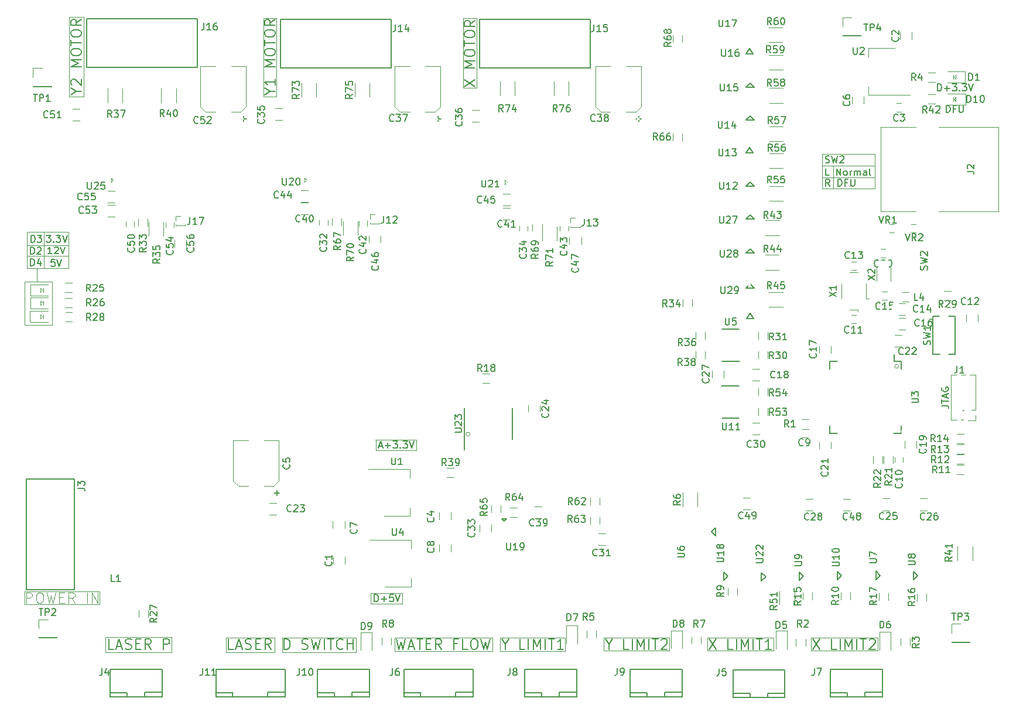
<source format=gto>
G04 #@! TF.FileFunction,Legend,Top*
%FSLAX46Y46*%
G04 Gerber Fmt 4.6, Leading zero omitted, Abs format (unit mm)*
G04 Created by KiCad (PCBNEW 4.0.1-stable) date 2018/06/04 18:08:39*
%MOMM*%
G01*
G04 APERTURE LIST*
%ADD10C,0.150000*%
%ADD11C,0.100000*%
%ADD12C,0.120000*%
%ADD13C,0.400000*%
%ADD14C,1.900000*%
%ADD15R,1.900000X1.900000*%
%ADD16R,2.000000X3.200000*%
%ADD17R,2.000000X1.000000*%
%ADD18R,1.200000X0.800000*%
%ADD19R,1.200000X1.500000*%
%ADD20R,0.250000X1.000000*%
%ADD21R,1.000000X0.250000*%
%ADD22C,1.520000*%
%ADD23C,2.700000*%
%ADD24R,0.900000X1.700000*%
%ADD25R,1.600000X3.500000*%
%ADD26R,3.800000X2.500000*%
%ADD27R,7.900000X2.300000*%
%ADD28R,1.000000X1.250000*%
%ADD29R,0.750000X0.800000*%
%ADD30R,1.250000X1.000000*%
%ADD31R,0.850000X0.850000*%
%ADD32R,0.800000X0.750000*%
%ADD33R,0.500000X0.900000*%
%ADD34R,0.900000X0.500000*%
%ADD35R,1.700000X0.900000*%
%ADD36R,1.000000X2.500000*%
%ADD37R,1.500000X3.000000*%
%ADD38R,2.000000X0.530000*%
%ADD39R,1.200000X0.500000*%
%ADD40R,1.600000X1.000000*%
%ADD41R,0.800000X1.200000*%
%ADD42R,0.450000X1.650000*%
%ADD43R,4.320000X3.000000*%
%ADD44C,3.200000*%
%ADD45R,1.700000X1.700000*%
%ADD46R,1.000000X1.000000*%
%ADD47O,1.000000X1.000000*%
%ADD48C,1.524000*%
%ADD49R,1.524000X1.524000*%
%ADD50R,2.000000X0.800000*%
%ADD51R,0.450000X1.450000*%
%ADD52R,0.800000X0.900000*%
%ADD53R,0.900000X0.800000*%
G04 APERTURE END LIST*
D10*
D11*
X132500000Y-150200000D02*
X132500000Y-148300000D01*
X143300000Y-150200000D02*
X132500000Y-150200000D01*
X143300000Y-148300000D02*
X143300000Y-150200000D01*
X132500000Y-148300000D02*
X143300000Y-148300000D01*
X195900000Y-65400000D02*
X197800000Y-65400000D01*
X195900000Y-75500000D02*
X195900000Y-65400000D01*
X197800000Y-75500000D02*
X197800000Y-65400000D01*
X195900000Y-75500000D02*
X197800000Y-75500000D01*
X167000000Y-65400000D02*
X168900000Y-65400000D01*
X167000000Y-76800000D02*
X167000000Y-65400000D01*
X168900000Y-76800000D02*
X168900000Y-65400000D01*
X167000000Y-76800000D02*
X168900000Y-76800000D01*
X138900000Y-65300000D02*
X141000000Y-65300000D01*
X138900000Y-76800000D02*
X138900000Y-65300000D01*
X141000000Y-76800000D02*
X141000000Y-65300000D01*
X138900000Y-76800000D02*
X141000000Y-76800000D01*
X255800000Y-155000000D02*
X246200000Y-155000000D01*
X255800000Y-156900000D02*
X255800000Y-155000000D01*
X246200000Y-156900000D02*
X255800000Y-156900000D01*
X246200000Y-155000000D02*
X246200000Y-156900000D01*
X240800000Y-155000000D02*
X240800000Y-156900000D01*
X231200000Y-155000000D02*
X240800000Y-155000000D01*
X231200000Y-156900000D02*
X240800000Y-156900000D01*
X231200000Y-155000000D02*
X231200000Y-156900000D01*
X225700000Y-155000000D02*
X225700000Y-156900000D01*
X216200000Y-155000000D02*
X225700000Y-155000000D01*
X216200000Y-156900000D02*
X225700000Y-156900000D01*
X216200000Y-155000000D02*
X216200000Y-156900000D01*
X210600000Y-155000000D02*
X201200000Y-155000000D01*
X210600000Y-157000000D02*
X210600000Y-155000000D01*
X201200000Y-157000000D02*
X210600000Y-157000000D01*
X201200000Y-155000000D02*
X201200000Y-157000000D01*
X200100000Y-155000000D02*
X200100000Y-157000000D01*
X186000000Y-155000000D02*
X200100000Y-155000000D01*
X186000000Y-157000000D02*
X200100000Y-157000000D01*
X186000000Y-155000000D02*
X186000000Y-157000000D01*
X180400000Y-155000000D02*
X180400000Y-157100000D01*
X169700000Y-155000000D02*
X180400000Y-155000000D01*
X169700000Y-157100000D02*
X169700000Y-155000000D01*
X180400000Y-157100000D02*
X169700000Y-157100000D01*
X169700000Y-157100000D02*
X180400000Y-157100000D01*
X169700000Y-155000000D02*
X169700000Y-157100000D01*
X168600000Y-155000000D02*
X168600000Y-157100000D01*
X161600000Y-155000000D02*
X168600000Y-155000000D01*
X161600000Y-157100000D02*
X168600000Y-157100000D01*
X161600000Y-155000000D02*
X161600000Y-157100000D01*
X153700000Y-154900000D02*
X144200000Y-154900000D01*
X153700000Y-157100000D02*
X153700000Y-154900000D01*
X144200000Y-157100000D02*
X153700000Y-157100000D01*
X144200000Y-154900000D02*
X144200000Y-157100000D01*
X182540000Y-150110000D02*
X187100000Y-150110000D01*
X182540000Y-148560000D02*
X187100000Y-148560000D01*
D10*
X183058095Y-149782381D02*
X183058095Y-148782381D01*
X183296190Y-148782381D01*
X183439048Y-148830000D01*
X183534286Y-148925238D01*
X183581905Y-149020476D01*
X183629524Y-149210952D01*
X183629524Y-149353810D01*
X183581905Y-149544286D01*
X183534286Y-149639524D01*
X183439048Y-149734762D01*
X183296190Y-149782381D01*
X183058095Y-149782381D01*
X184058095Y-149401429D02*
X184820000Y-149401429D01*
X184439048Y-149782381D02*
X184439048Y-149020476D01*
X185772381Y-148782381D02*
X185296190Y-148782381D01*
X185248571Y-149258571D01*
X185296190Y-149210952D01*
X185391428Y-149163333D01*
X185629524Y-149163333D01*
X185724762Y-149210952D01*
X185772381Y-149258571D01*
X185820000Y-149353810D01*
X185820000Y-149591905D01*
X185772381Y-149687143D01*
X185724762Y-149734762D01*
X185629524Y-149782381D01*
X185391428Y-149782381D01*
X185296190Y-149734762D01*
X185248571Y-149687143D01*
X186105714Y-148782381D02*
X186439047Y-149782381D01*
X186772381Y-148782381D01*
D11*
X187100000Y-148560000D02*
X187100000Y-150110000D01*
X182540000Y-150110000D02*
X182540000Y-148560000D01*
X182540000Y-148560000D02*
X182570000Y-148560000D01*
X183250000Y-126370000D02*
X183280000Y-126370000D01*
X183250000Y-127920000D02*
X183250000Y-126370000D01*
X189080000Y-127920000D02*
X183250000Y-127920000D01*
X189080000Y-126370000D02*
X189080000Y-127920000D01*
X183220000Y-126370000D02*
X189080000Y-126370000D01*
D10*
X183720476Y-127306667D02*
X184196667Y-127306667D01*
X183625238Y-127592381D02*
X183958571Y-126592381D01*
X184291905Y-127592381D01*
X184625238Y-127211429D02*
X185387143Y-127211429D01*
X185006191Y-127592381D02*
X185006191Y-126830476D01*
X185768095Y-126592381D02*
X186387143Y-126592381D01*
X186053809Y-126973333D01*
X186196667Y-126973333D01*
X186291905Y-127020952D01*
X186339524Y-127068571D01*
X186387143Y-127163810D01*
X186387143Y-127401905D01*
X186339524Y-127497143D01*
X186291905Y-127544762D01*
X186196667Y-127592381D01*
X185910952Y-127592381D01*
X185815714Y-127544762D01*
X185768095Y-127497143D01*
X186815714Y-127497143D02*
X186863333Y-127544762D01*
X186815714Y-127592381D01*
X186768095Y-127544762D01*
X186815714Y-127497143D01*
X186815714Y-127592381D01*
X187196666Y-126592381D02*
X187815714Y-126592381D01*
X187482380Y-126973333D01*
X187625238Y-126973333D01*
X187720476Y-127020952D01*
X187768095Y-127068571D01*
X187815714Y-127163810D01*
X187815714Y-127401905D01*
X187768095Y-127497143D01*
X187720476Y-127544762D01*
X187625238Y-127592381D01*
X187339523Y-127592381D01*
X187244285Y-127544762D01*
X187196666Y-127497143D01*
X188101428Y-126592381D02*
X188434761Y-127592381D01*
X188768095Y-126592381D01*
D11*
X202225000Y-89140000D02*
X201925000Y-88840000D01*
X201925000Y-89440000D02*
X202175000Y-89190000D01*
X201925000Y-88890000D02*
X201925000Y-89440000D01*
X172975000Y-88590000D02*
X172975000Y-89140000D01*
X172975000Y-89140000D02*
X173225000Y-88890000D01*
X173275000Y-88840000D02*
X172975000Y-88540000D01*
X145300000Y-88865000D02*
X145000000Y-88565000D01*
X145000000Y-89165000D02*
X145250000Y-88915000D01*
X145000000Y-88615000D02*
X145000000Y-89165000D01*
X258857843Y-115775000D02*
G75*
G03X258857843Y-115775000I-282843J0D01*
G01*
X132775000Y-99850000D02*
X138775000Y-99850000D01*
X132775000Y-98275000D02*
X138775000Y-98275000D01*
X132800000Y-96300000D02*
X138800000Y-96300000D01*
X132775000Y-101625000D02*
X138800000Y-101625000D01*
X132790000Y-101620000D02*
X132790000Y-96320000D01*
X138790000Y-101620000D02*
X138790000Y-96320000D01*
X249420000Y-86820000D02*
X249420000Y-90070000D01*
X247800000Y-86810000D02*
X255380000Y-86810000D01*
X247800000Y-88460000D02*
X255380000Y-88460000D01*
X255380000Y-85050000D02*
X255380000Y-90070000D01*
X247800000Y-85050000D02*
X255380000Y-85050000D01*
X247800000Y-90070000D02*
X255380000Y-90070000D01*
X247800000Y-85050000D02*
X247800000Y-90070000D01*
D10*
X248270476Y-86304762D02*
X248413333Y-86352381D01*
X248651429Y-86352381D01*
X248746667Y-86304762D01*
X248794286Y-86257143D01*
X248841905Y-86161905D01*
X248841905Y-86066667D01*
X248794286Y-85971429D01*
X248746667Y-85923810D01*
X248651429Y-85876190D01*
X248460952Y-85828571D01*
X248365714Y-85780952D01*
X248318095Y-85733333D01*
X248270476Y-85638095D01*
X248270476Y-85542857D01*
X248318095Y-85447619D01*
X248365714Y-85400000D01*
X248460952Y-85352381D01*
X248699048Y-85352381D01*
X248841905Y-85400000D01*
X249175238Y-85352381D02*
X249413333Y-86352381D01*
X249603810Y-85638095D01*
X249794286Y-86352381D01*
X250032381Y-85352381D01*
X250365714Y-85447619D02*
X250413333Y-85400000D01*
X250508571Y-85352381D01*
X250746667Y-85352381D01*
X250841905Y-85400000D01*
X250889524Y-85447619D01*
X250937143Y-85542857D01*
X250937143Y-85638095D01*
X250889524Y-85780952D01*
X250318095Y-86352381D01*
X250937143Y-86352381D01*
X248784286Y-88157381D02*
X248308095Y-88157381D01*
X248308095Y-87157381D01*
X249879524Y-88157381D02*
X249879524Y-87157381D01*
X250450953Y-88157381D01*
X250450953Y-87157381D01*
X251070000Y-88157381D02*
X250974762Y-88109762D01*
X250927143Y-88062143D01*
X250879524Y-87966905D01*
X250879524Y-87681190D01*
X250927143Y-87585952D01*
X250974762Y-87538333D01*
X251070000Y-87490714D01*
X251212858Y-87490714D01*
X251308096Y-87538333D01*
X251355715Y-87585952D01*
X251403334Y-87681190D01*
X251403334Y-87966905D01*
X251355715Y-88062143D01*
X251308096Y-88109762D01*
X251212858Y-88157381D01*
X251070000Y-88157381D01*
X251831905Y-88157381D02*
X251831905Y-87490714D01*
X251831905Y-87681190D02*
X251879524Y-87585952D01*
X251927143Y-87538333D01*
X252022381Y-87490714D01*
X252117620Y-87490714D01*
X252450953Y-88157381D02*
X252450953Y-87490714D01*
X252450953Y-87585952D02*
X252498572Y-87538333D01*
X252593810Y-87490714D01*
X252736668Y-87490714D01*
X252831906Y-87538333D01*
X252879525Y-87633571D01*
X252879525Y-88157381D01*
X252879525Y-87633571D02*
X252927144Y-87538333D01*
X253022382Y-87490714D01*
X253165239Y-87490714D01*
X253260477Y-87538333D01*
X253308096Y-87633571D01*
X253308096Y-88157381D01*
X254212858Y-88157381D02*
X254212858Y-87633571D01*
X254165239Y-87538333D01*
X254070001Y-87490714D01*
X253879524Y-87490714D01*
X253784286Y-87538333D01*
X254212858Y-88109762D02*
X254117620Y-88157381D01*
X253879524Y-88157381D01*
X253784286Y-88109762D01*
X253736667Y-88014524D01*
X253736667Y-87919286D01*
X253784286Y-87824048D01*
X253879524Y-87776429D01*
X254117620Y-87776429D01*
X254212858Y-87728810D01*
X254831905Y-88157381D02*
X254736667Y-88109762D01*
X254689048Y-88014524D01*
X254689048Y-87157381D01*
X248879524Y-89707381D02*
X248546190Y-89231190D01*
X248308095Y-89707381D02*
X248308095Y-88707381D01*
X248689048Y-88707381D01*
X248784286Y-88755000D01*
X248831905Y-88802619D01*
X248879524Y-88897857D01*
X248879524Y-89040714D01*
X248831905Y-89135952D01*
X248784286Y-89183571D01*
X248689048Y-89231190D01*
X248308095Y-89231190D01*
X250070000Y-89707381D02*
X250070000Y-88707381D01*
X250308095Y-88707381D01*
X250450953Y-88755000D01*
X250546191Y-88850238D01*
X250593810Y-88945476D01*
X250641429Y-89135952D01*
X250641429Y-89278810D01*
X250593810Y-89469286D01*
X250546191Y-89564524D01*
X250450953Y-89659762D01*
X250308095Y-89707381D01*
X250070000Y-89707381D01*
X251403334Y-89183571D02*
X251070000Y-89183571D01*
X251070000Y-89707381D02*
X251070000Y-88707381D01*
X251546191Y-88707381D01*
X251927143Y-88707381D02*
X251927143Y-89516905D01*
X251974762Y-89612143D01*
X252022381Y-89659762D01*
X252117619Y-89707381D01*
X252308096Y-89707381D01*
X252403334Y-89659762D01*
X252450953Y-89612143D01*
X252498572Y-89516905D01*
X252498572Y-88707381D01*
D11*
X135150000Y-108290000D02*
X135150000Y-108890000D01*
X134800000Y-108340000D02*
X134800000Y-108890000D01*
X134800000Y-108890000D02*
X135050000Y-108640000D01*
X135100000Y-108590000D02*
X134800000Y-108290000D01*
X135100000Y-106615000D02*
X134800000Y-106315000D01*
X134800000Y-106915000D02*
X135050000Y-106665000D01*
X134800000Y-106365000D02*
X134800000Y-106915000D01*
X135150000Y-106315000D02*
X135150000Y-106915000D01*
X135150000Y-104465000D02*
X135150000Y-105065000D01*
X134800000Y-104515000D02*
X134800000Y-105065000D01*
X134800000Y-105065000D02*
X135050000Y-104815000D01*
X135100000Y-104765000D02*
X134800000Y-104465000D01*
X266835000Y-77135000D02*
X267135000Y-77435000D01*
X267135000Y-76835000D02*
X266885000Y-77085000D01*
X267135000Y-77385000D02*
X267135000Y-76835000D01*
X266785000Y-77435000D02*
X266785000Y-76835000D01*
X266765000Y-74255000D02*
X266765000Y-73655000D01*
X267115000Y-74205000D02*
X267115000Y-73655000D01*
X196857843Y-125575000D02*
G75*
G03X196857843Y-125575000I-282843J0D01*
G01*
X267115000Y-73655000D02*
X266865000Y-73905000D01*
X266815000Y-73955000D02*
X267115000Y-74255000D01*
D10*
X264475000Y-75952381D02*
X264475000Y-74952381D01*
X264713095Y-74952381D01*
X264855953Y-75000000D01*
X264951191Y-75095238D01*
X264998810Y-75190476D01*
X265046429Y-75380952D01*
X265046429Y-75523810D01*
X264998810Y-75714286D01*
X264951191Y-75809524D01*
X264855953Y-75904762D01*
X264713095Y-75952381D01*
X264475000Y-75952381D01*
X265475000Y-75571429D02*
X266236905Y-75571429D01*
X265855953Y-75952381D02*
X265855953Y-75190476D01*
X266617857Y-74952381D02*
X267236905Y-74952381D01*
X266903571Y-75333333D01*
X267046429Y-75333333D01*
X267141667Y-75380952D01*
X267189286Y-75428571D01*
X267236905Y-75523810D01*
X267236905Y-75761905D01*
X267189286Y-75857143D01*
X267141667Y-75904762D01*
X267046429Y-75952381D01*
X266760714Y-75952381D01*
X266665476Y-75904762D01*
X266617857Y-75857143D01*
X267665476Y-75857143D02*
X267713095Y-75904762D01*
X267665476Y-75952381D01*
X267617857Y-75904762D01*
X267665476Y-75857143D01*
X267665476Y-75952381D01*
X268046428Y-74952381D02*
X268665476Y-74952381D01*
X268332142Y-75333333D01*
X268475000Y-75333333D01*
X268570238Y-75380952D01*
X268617857Y-75428571D01*
X268665476Y-75523810D01*
X268665476Y-75761905D01*
X268617857Y-75857143D01*
X268570238Y-75904762D01*
X268475000Y-75952381D01*
X268189285Y-75952381D01*
X268094047Y-75904762D01*
X268046428Y-75857143D01*
X268951190Y-74952381D02*
X269284523Y-75952381D01*
X269617857Y-74952381D01*
X265735714Y-79052381D02*
X265735714Y-78052381D01*
X265973809Y-78052381D01*
X266116667Y-78100000D01*
X266211905Y-78195238D01*
X266259524Y-78290476D01*
X266307143Y-78480952D01*
X266307143Y-78623810D01*
X266259524Y-78814286D01*
X266211905Y-78909524D01*
X266116667Y-79004762D01*
X265973809Y-79052381D01*
X265735714Y-79052381D01*
X267069048Y-78528571D02*
X266735714Y-78528571D01*
X266735714Y-79052381D02*
X266735714Y-78052381D01*
X267211905Y-78052381D01*
X267592857Y-78052381D02*
X267592857Y-78861905D01*
X267640476Y-78957143D01*
X267688095Y-79004762D01*
X267783333Y-79052381D01*
X267973810Y-79052381D01*
X268069048Y-79004762D01*
X268116667Y-78957143D01*
X268164286Y-78861905D01*
X268164286Y-78052381D01*
D11*
X134240000Y-103570000D02*
X134190000Y-103570000D01*
X134240000Y-101620000D02*
X134240000Y-103570000D01*
X132490000Y-109770000D02*
X132790000Y-109770000D01*
X132490000Y-103570000D02*
X132490000Y-109770000D01*
X136440000Y-103570000D02*
X132490000Y-103570000D01*
X136440000Y-109770000D02*
X136440000Y-103570000D01*
X132790000Y-109770000D02*
X136440000Y-109770000D01*
X135290000Y-101620000D02*
X135290000Y-96320000D01*
D10*
X141460000Y-65530000D02*
X141460000Y-72530000D01*
X141460000Y-72530000D02*
X157460000Y-72530000D01*
X157460000Y-72530000D02*
X157460000Y-65530000D01*
X157460000Y-65530000D02*
X141460000Y-65530000D01*
D12*
X254490000Y-69740000D02*
X254490000Y-71000000D01*
X254490000Y-76560000D02*
X254490000Y-75300000D01*
X258250000Y-69740000D02*
X254490000Y-69740000D01*
X260500000Y-76560000D02*
X254490000Y-76560000D01*
D10*
X237350000Y-103875000D02*
X237950000Y-104475000D01*
X237950000Y-104475000D02*
X236750000Y-104475000D01*
X236750000Y-104475000D02*
X237350000Y-103875000D01*
D12*
X252975000Y-107875000D02*
X252975000Y-107575000D01*
X252975000Y-107575000D02*
X251775000Y-107575000D01*
X251775000Y-102175000D02*
X252975000Y-102175000D01*
X250575000Y-105975000D02*
X250575000Y-103775000D01*
X254175000Y-103775000D02*
X254175000Y-105975000D01*
X254175000Y-105975000D02*
X254575000Y-105975000D01*
D10*
X259225000Y-115075000D02*
X258225000Y-115075000D01*
X259225000Y-125425000D02*
X258150000Y-125425000D01*
X248875000Y-125425000D02*
X249950000Y-125425000D01*
X248875000Y-115075000D02*
X249950000Y-115075000D01*
X259225000Y-115075000D02*
X259225000Y-116150000D01*
X248875000Y-115075000D02*
X248875000Y-116150000D01*
X248875000Y-125425000D02*
X248875000Y-124350000D01*
X259225000Y-125425000D02*
X259225000Y-124350000D01*
X258225000Y-115075000D02*
X258225000Y-114050000D01*
D12*
X264600000Y-93370000D02*
X273240000Y-93370000D01*
X256220000Y-93370000D02*
X261300000Y-93370000D01*
X264600000Y-81170000D02*
X273240000Y-81170000D01*
X256220000Y-81170000D02*
X261300000Y-81170000D01*
X273240000Y-81170000D02*
X273240000Y-93370000D01*
X256220000Y-93370000D02*
X256220000Y-81170000D01*
X242050000Y-68945000D02*
X240050000Y-68945000D01*
X240050000Y-66805000D02*
X242050000Y-66805000D01*
D10*
X237360000Y-79605000D02*
X237960000Y-80205000D01*
X237960000Y-80205000D02*
X236760000Y-80205000D01*
X236760000Y-80205000D02*
X237360000Y-79605000D01*
D12*
X188190000Y-137440000D02*
X188190000Y-136180000D01*
X188190000Y-130620000D02*
X188190000Y-131880000D01*
X184430000Y-137440000D02*
X188190000Y-137440000D01*
X182180000Y-130620000D02*
X188190000Y-130620000D01*
X168490000Y-133100000D02*
X167070000Y-133100000D01*
X169250000Y-126500000D02*
X167070000Y-126500000D01*
X162650000Y-126500000D02*
X164830000Y-126500000D01*
X163410000Y-133100000D02*
X164830000Y-133100000D01*
X169250000Y-126500000D02*
X169250000Y-132340000D01*
X169250000Y-132340000D02*
X168490000Y-133100000D01*
X163410000Y-133100000D02*
X162650000Y-132340000D01*
X162650000Y-132340000D02*
X162650000Y-126500000D01*
X220840000Y-79000000D02*
X219420000Y-79000000D01*
X221600000Y-72400000D02*
X219420000Y-72400000D01*
X215000000Y-72400000D02*
X217180000Y-72400000D01*
X215760000Y-79000000D02*
X217180000Y-79000000D01*
X221600000Y-72400000D02*
X221600000Y-78240000D01*
X221600000Y-78240000D02*
X220840000Y-79000000D01*
X215760000Y-79000000D02*
X215000000Y-78240000D01*
X215000000Y-78240000D02*
X215000000Y-72400000D01*
D10*
X139700000Y-132050000D02*
X132700000Y-132050000D01*
X132700000Y-132050000D02*
X132700000Y-148050000D01*
X132700000Y-148050000D02*
X139700000Y-148050000D01*
X139700000Y-148050000D02*
X139700000Y-132050000D01*
D12*
X237400000Y-134800000D02*
X236400000Y-134800000D01*
X236400000Y-136500000D02*
X237400000Y-136500000D01*
X147100000Y-95550000D02*
X147100000Y-94850000D01*
X148300000Y-94850000D02*
X148300000Y-95550000D01*
X140400000Y-78550000D02*
X139400000Y-78550000D01*
X139400000Y-80250000D02*
X140400000Y-80250000D01*
X163740000Y-79000000D02*
X162320000Y-79000000D01*
X164500000Y-72400000D02*
X162320000Y-72400000D01*
X157900000Y-72400000D02*
X160080000Y-72400000D01*
X158660000Y-79000000D02*
X160080000Y-79000000D01*
X164500000Y-72400000D02*
X164500000Y-78240000D01*
X164500000Y-78240000D02*
X163740000Y-79000000D01*
X158660000Y-79000000D02*
X157900000Y-78240000D01*
X157900000Y-78240000D02*
X157900000Y-72400000D01*
X144478000Y-94138000D02*
X145478000Y-94138000D01*
X145478000Y-92438000D02*
X144478000Y-92438000D01*
X152900000Y-95650000D02*
X152900000Y-94950000D01*
X154100000Y-94950000D02*
X154100000Y-95650000D01*
X145478000Y-90406000D02*
X144478000Y-90406000D01*
X144478000Y-92106000D02*
X145478000Y-92106000D01*
X155850000Y-98500000D02*
X155850000Y-97500000D01*
X154150000Y-97500000D02*
X154150000Y-98500000D01*
X154305000Y-95385000D02*
X155695000Y-95385000D01*
X154305000Y-95385000D02*
X154305000Y-95260000D01*
X155695000Y-95385000D02*
X155695000Y-95260000D01*
X154305000Y-95385000D02*
X154391724Y-95385000D01*
X155608276Y-95385000D02*
X155695000Y-95385000D01*
X154305000Y-94700000D02*
X154305000Y-94015000D01*
X154305000Y-94015000D02*
X155000000Y-94015000D01*
X177100000Y-143350000D02*
X177100000Y-144350000D01*
X178800000Y-144350000D02*
X178800000Y-143350000D01*
X259050000Y-67500000D02*
X259050000Y-68500000D01*
X260750000Y-68500000D02*
X260750000Y-67500000D01*
X192390000Y-136890000D02*
X192390000Y-137890000D01*
X194090000Y-137890000D02*
X194090000Y-136890000D01*
X253800000Y-77800000D02*
X253800000Y-76800000D01*
X252100000Y-76800000D02*
X252100000Y-77800000D01*
X178750000Y-139200000D02*
X178750000Y-138200000D01*
X177050000Y-138200000D02*
X177050000Y-139200000D01*
X192380000Y-141570000D02*
X192380000Y-142570000D01*
X194080000Y-142570000D02*
X194080000Y-141570000D01*
X244850000Y-124850000D02*
X245550000Y-124850000D01*
X245550000Y-126050000D02*
X244850000Y-126050000D01*
X258250000Y-129650000D02*
X258250000Y-128950000D01*
X259450000Y-128950000D02*
X259450000Y-129650000D01*
X252025000Y-108325000D02*
X252725000Y-108325000D01*
X252725000Y-109525000D02*
X252025000Y-109525000D01*
X270300000Y-109250000D02*
X270300000Y-108250000D01*
X268600000Y-108250000D02*
X268600000Y-109250000D01*
X252725000Y-101825000D02*
X252025000Y-101825000D01*
X252025000Y-100625000D02*
X252725000Y-100625000D01*
X258850000Y-108400000D02*
X259850000Y-108400000D01*
X259850000Y-106700000D02*
X258850000Y-106700000D01*
X256450000Y-104980000D02*
X257150000Y-104980000D01*
X257150000Y-106180000D02*
X256450000Y-106180000D01*
X258850000Y-110450000D02*
X259850000Y-110450000D01*
X259850000Y-108750000D02*
X258850000Y-108750000D01*
X247400000Y-112850000D02*
X247400000Y-113850000D01*
X249100000Y-113850000D02*
X249100000Y-112850000D01*
X238750000Y-116150000D02*
X237750000Y-116150000D01*
X237750000Y-117850000D02*
X238750000Y-117850000D01*
X261400000Y-127550000D02*
X261400000Y-126550000D01*
X259700000Y-126550000D02*
X259700000Y-127550000D01*
X256250000Y-98830000D02*
X256950000Y-98830000D01*
X256950000Y-100030000D02*
X256250000Y-100030000D01*
X249100000Y-127700000D02*
X249100000Y-126700000D01*
X247400000Y-126700000D02*
X247400000Y-127700000D01*
X259300000Y-111200000D02*
X258300000Y-111200000D01*
X258300000Y-112900000D02*
X259300000Y-112900000D01*
X168900000Y-135550000D02*
X167900000Y-135550000D01*
X167900000Y-137250000D02*
X168900000Y-137250000D01*
X205320000Y-121360000D02*
X205320000Y-122360000D01*
X207020000Y-122360000D02*
X207020000Y-121360000D01*
X256500000Y-136600000D02*
X257500000Y-136600000D01*
X257500000Y-134900000D02*
X256500000Y-134900000D01*
X261950000Y-136600000D02*
X262950000Y-136600000D01*
X262950000Y-134900000D02*
X261950000Y-134900000D01*
X231850000Y-116400000D02*
X231850000Y-117400000D01*
X233550000Y-117400000D02*
X233550000Y-116400000D01*
X245450000Y-136650000D02*
X246450000Y-136650000D01*
X246450000Y-134950000D02*
X245450000Y-134950000D01*
X238700000Y-123900000D02*
X237700000Y-123900000D01*
X237700000Y-125600000D02*
X238700000Y-125600000D01*
X215450000Y-141650000D02*
X216450000Y-141650000D01*
X216450000Y-139950000D02*
X215450000Y-139950000D01*
X175100000Y-95350000D02*
X175100000Y-94650000D01*
X176300000Y-94650000D02*
X176300000Y-95350000D01*
X199986000Y-139692000D02*
X199986000Y-138692000D01*
X198286000Y-138692000D02*
X198286000Y-139692000D01*
X204000000Y-96150000D02*
X204000000Y-95450000D01*
X205200000Y-95450000D02*
X205200000Y-96150000D01*
X169700000Y-78450000D02*
X168700000Y-78450000D01*
X168700000Y-80150000D02*
X169700000Y-80150000D01*
X198200000Y-78750000D02*
X197200000Y-78750000D01*
X197200000Y-80450000D02*
X198200000Y-80450000D01*
X191840000Y-79000000D02*
X190420000Y-79000000D01*
X192600000Y-72400000D02*
X190420000Y-72400000D01*
X186000000Y-72400000D02*
X188180000Y-72400000D01*
X186760000Y-79000000D02*
X188180000Y-79000000D01*
X192600000Y-72400000D02*
X192600000Y-78240000D01*
X192600000Y-78240000D02*
X191840000Y-79000000D01*
X186760000Y-79000000D02*
X186000000Y-78240000D01*
X186000000Y-78240000D02*
X186000000Y-72400000D01*
X206256000Y-137756000D02*
X207256000Y-137756000D01*
X207256000Y-136056000D02*
X206256000Y-136056000D01*
X172446000Y-93792000D02*
X173446000Y-93792000D01*
X173446000Y-92092000D02*
X172446000Y-92092000D01*
X201662000Y-94546000D02*
X202662000Y-94546000D01*
X202662000Y-92846000D02*
X201662000Y-92846000D01*
X180800000Y-95450000D02*
X180800000Y-94750000D01*
X182000000Y-94750000D02*
X182000000Y-95450000D01*
X209900000Y-96150000D02*
X209900000Y-95450000D01*
X211100000Y-95450000D02*
X211100000Y-96150000D01*
X173446000Y-90314000D02*
X172446000Y-90314000D01*
X172446000Y-92014000D02*
X173446000Y-92014000D01*
X202662000Y-90814000D02*
X201662000Y-90814000D01*
X201662000Y-92514000D02*
X202662000Y-92514000D01*
X183950000Y-97900000D02*
X183950000Y-96900000D01*
X182250000Y-96900000D02*
X182250000Y-97900000D01*
X212950000Y-98100000D02*
X212950000Y-97100000D01*
X211250000Y-97100000D02*
X211250000Y-98100000D01*
X250850000Y-136650000D02*
X251850000Y-136650000D01*
X251850000Y-134950000D02*
X250850000Y-134950000D01*
X182405000Y-95185000D02*
X183795000Y-95185000D01*
X182405000Y-95185000D02*
X182405000Y-95060000D01*
X183795000Y-95185000D02*
X183795000Y-95060000D01*
X182405000Y-95185000D02*
X182491724Y-95185000D01*
X183708276Y-95185000D02*
X183795000Y-95185000D01*
X182405000Y-94500000D02*
X182405000Y-93815000D01*
X182405000Y-93815000D02*
X183100000Y-93815000D01*
X211405000Y-95685000D02*
X212795000Y-95685000D01*
X211405000Y-95685000D02*
X211405000Y-95560000D01*
X212795000Y-95685000D02*
X212795000Y-95560000D01*
X211405000Y-95685000D02*
X211491724Y-95685000D01*
X212708276Y-95685000D02*
X212795000Y-95685000D01*
X211405000Y-95000000D02*
X211405000Y-94315000D01*
X211405000Y-94315000D02*
X212100000Y-94315000D01*
X260350000Y-106380000D02*
X259350000Y-106380000D01*
X259350000Y-105020000D02*
X260350000Y-105020000D01*
X244850000Y-123470000D02*
X245850000Y-123470000D01*
X245850000Y-124830000D02*
X244850000Y-124830000D01*
X245380000Y-155200000D02*
X245380000Y-156200000D01*
X244020000Y-156200000D02*
X244020000Y-155200000D01*
X260480000Y-155100000D02*
X260480000Y-156100000D01*
X259120000Y-156100000D02*
X259120000Y-155100000D01*
X213720000Y-155000000D02*
X213720000Y-154000000D01*
X215080000Y-154000000D02*
X215080000Y-155000000D01*
X229770000Y-134050000D02*
X229770000Y-136050000D01*
X227630000Y-136050000D02*
X227630000Y-134050000D01*
X228920000Y-155900000D02*
X228920000Y-154900000D01*
X230280000Y-154900000D02*
X230280000Y-155900000D01*
X184120000Y-156000000D02*
X184120000Y-155000000D01*
X185480000Y-155000000D02*
X185480000Y-156000000D01*
X267250000Y-130040000D02*
X268250000Y-130040000D01*
X268250000Y-131400000D02*
X267250000Y-131400000D01*
X267250000Y-128540000D02*
X268250000Y-128540000D01*
X268250000Y-129900000D02*
X267250000Y-129900000D01*
X267250000Y-127040000D02*
X268250000Y-127040000D01*
X268250000Y-128400000D02*
X267250000Y-128400000D01*
X267250000Y-125540000D02*
X268250000Y-125540000D01*
X268250000Y-126900000D02*
X267250000Y-126900000D01*
X258030000Y-128750000D02*
X258030000Y-129750000D01*
X256670000Y-129750000D02*
X256670000Y-128750000D01*
X256480000Y-128750000D02*
X256480000Y-129750000D01*
X255120000Y-129750000D02*
X255120000Y-128750000D01*
X139340000Y-107300000D02*
X138340000Y-107300000D01*
X138340000Y-105940000D02*
X139340000Y-105940000D01*
X138340000Y-103690000D02*
X139340000Y-103690000D01*
X139340000Y-105050000D02*
X138340000Y-105050000D01*
X149020000Y-152050000D02*
X149020000Y-151050000D01*
X150380000Y-151050000D02*
X150380000Y-152050000D01*
X265400000Y-104920000D02*
X266400000Y-104920000D01*
X266400000Y-106280000D02*
X265400000Y-106280000D01*
X239930000Y-113600000D02*
X239930000Y-114600000D01*
X238570000Y-114600000D02*
X238570000Y-113600000D01*
X238520000Y-111850000D02*
X238520000Y-110850000D01*
X239880000Y-110850000D02*
X239880000Y-111850000D01*
X150280000Y-94500000D02*
X150280000Y-95500000D01*
X148920000Y-95500000D02*
X148920000Y-94500000D01*
X227620000Y-107100000D02*
X227620000Y-106100000D01*
X228980000Y-106100000D02*
X228980000Y-107100000D01*
X146620000Y-75600000D02*
X146620000Y-77600000D01*
X144480000Y-77600000D02*
X144480000Y-75600000D01*
X194560000Y-131820000D02*
X193560000Y-131820000D01*
X193560000Y-130460000D02*
X194560000Y-130460000D01*
X154370000Y-75600000D02*
X154370000Y-77600000D01*
X152230000Y-77600000D02*
X152230000Y-75600000D01*
X267380000Y-143800000D02*
X267380000Y-141800000D01*
X269520000Y-141800000D02*
X269520000Y-143800000D01*
X243770000Y-148200000D02*
X243770000Y-150200000D01*
X241630000Y-150200000D02*
X241630000Y-148200000D01*
X239930000Y-121800000D02*
X239930000Y-122800000D01*
X238570000Y-122800000D02*
X238570000Y-121800000D01*
X238570000Y-119950000D02*
X238570000Y-118950000D01*
X239930000Y-118950000D02*
X239930000Y-119950000D01*
X242150000Y-91845000D02*
X240150000Y-91845000D01*
X240150000Y-89705000D02*
X242150000Y-89705000D01*
X242150000Y-87145000D02*
X240150000Y-87145000D01*
X240150000Y-85005000D02*
X242150000Y-85005000D01*
X242150000Y-83245000D02*
X240150000Y-83245000D01*
X240150000Y-81105000D02*
X242150000Y-81105000D01*
X242150000Y-77670000D02*
X240150000Y-77670000D01*
X240150000Y-75530000D02*
X242150000Y-75530000D01*
X242100000Y-72870000D02*
X240100000Y-72870000D01*
X240100000Y-70730000D02*
X242100000Y-70730000D01*
X214220000Y-135800000D02*
X214220000Y-134800000D01*
X215580000Y-134800000D02*
X215580000Y-135800000D01*
X215580000Y-137600000D02*
X215580000Y-138600000D01*
X214220000Y-138600000D02*
X214220000Y-137600000D01*
X203700000Y-137586000D02*
X202700000Y-137586000D01*
X202700000Y-136226000D02*
X203700000Y-136226000D01*
X226220000Y-83100000D02*
X226220000Y-82100000D01*
X227580000Y-82100000D02*
X227580000Y-83100000D01*
X178280000Y-94400000D02*
X178280000Y-95400000D01*
X176920000Y-95400000D02*
X176920000Y-94400000D01*
X226220000Y-68900000D02*
X226220000Y-67900000D01*
X227580000Y-67900000D02*
X227580000Y-68900000D01*
X207280000Y-95200000D02*
X207280000Y-96200000D01*
X205920000Y-96200000D02*
X205920000Y-95200000D01*
X178530000Y-96800000D02*
X178530000Y-94800000D01*
X180670000Y-94800000D02*
X180670000Y-96800000D01*
X207330000Y-97600000D02*
X207330000Y-95600000D01*
X209470000Y-95600000D02*
X209470000Y-97600000D01*
X174670000Y-74800000D02*
X174670000Y-76800000D01*
X172530000Y-76800000D02*
X172530000Y-74800000D01*
X203370000Y-74600000D02*
X203370000Y-76600000D01*
X201230000Y-76600000D02*
X201230000Y-74600000D01*
X182370000Y-74800000D02*
X182370000Y-76800000D01*
X180230000Y-76800000D02*
X180230000Y-74800000D01*
X211170000Y-74600000D02*
X211170000Y-76600000D01*
X209030000Y-76600000D02*
X209030000Y-74600000D01*
D10*
X266050000Y-114050000D02*
X267000000Y-114050000D01*
X267000000Y-114050000D02*
X267000000Y-108550000D01*
X267000000Y-108550000D02*
X266100000Y-108550000D01*
X264800000Y-114050000D02*
X263800000Y-114050000D01*
X263800000Y-114050000D02*
X263800000Y-108550000D01*
X263800000Y-108550000D02*
X264750000Y-108550000D01*
X233240000Y-118590000D02*
X235730000Y-118600000D01*
X233290000Y-123250000D02*
X235780000Y-123260000D01*
X201878000Y-138114000D02*
X202178000Y-137834000D01*
X202178000Y-137834000D02*
X201478000Y-137834000D01*
X201478000Y-137834000D02*
X201818000Y-138164000D01*
D12*
X260650000Y-95250000D02*
X261350000Y-95250000D01*
X261350000Y-96450000D02*
X260650000Y-96450000D01*
X258200000Y-96400000D02*
X257500000Y-96400000D01*
X257500000Y-95200000D02*
X258200000Y-95200000D01*
X255680000Y-101480000D02*
X255680000Y-103480000D01*
X257720000Y-103480000D02*
X257720000Y-101480000D01*
D10*
X233290000Y-110415000D02*
X235780000Y-110425000D01*
X233340000Y-115075000D02*
X235830000Y-115085000D01*
X169460000Y-65630000D02*
X169460000Y-72630000D01*
X169460000Y-72630000D02*
X185460000Y-72630000D01*
X185460000Y-72630000D02*
X185460000Y-65630000D01*
X185460000Y-65630000D02*
X169460000Y-65630000D01*
X198300000Y-65600000D02*
X198300000Y-72600000D01*
X198300000Y-72600000D02*
X214300000Y-72600000D01*
X214300000Y-72600000D02*
X214300000Y-65600000D01*
X214300000Y-65600000D02*
X198300000Y-65600000D01*
X231750000Y-139700000D02*
X232350000Y-139100000D01*
X232350000Y-139100000D02*
X232350000Y-140300000D01*
X232350000Y-140300000D02*
X231750000Y-139700000D01*
X237360000Y-93855000D02*
X237960000Y-94455000D01*
X237960000Y-94455000D02*
X236760000Y-94455000D01*
X236760000Y-94455000D02*
X237360000Y-93855000D01*
X237360000Y-89105000D02*
X237960000Y-89705000D01*
X237960000Y-89705000D02*
X236760000Y-89705000D01*
X236760000Y-89705000D02*
X237360000Y-89105000D01*
X237360000Y-74855000D02*
X237960000Y-75455000D01*
X237960000Y-75455000D02*
X236760000Y-75455000D01*
X236760000Y-75455000D02*
X237360000Y-74855000D01*
X234150000Y-146100000D02*
X233550000Y-146700000D01*
X233550000Y-146700000D02*
X233550000Y-145500000D01*
X233550000Y-145500000D02*
X234150000Y-146100000D01*
D12*
X150430000Y-96900000D02*
X150430000Y-94900000D01*
X152570000Y-94900000D02*
X152570000Y-96900000D01*
X188330000Y-147660000D02*
X188330000Y-146400000D01*
X188330000Y-140840000D02*
X188330000Y-142100000D01*
X184570000Y-147660000D02*
X188330000Y-147660000D01*
X182320000Y-140840000D02*
X188330000Y-140840000D01*
X263100000Y-76470000D02*
X264100000Y-76470000D01*
X264100000Y-77830000D02*
X263100000Y-77830000D01*
D10*
X256175000Y-146000000D02*
X255575000Y-146600000D01*
X255575000Y-146600000D02*
X255575000Y-145400000D01*
X255575000Y-145400000D02*
X256175000Y-146000000D01*
X261625000Y-146050000D02*
X261025000Y-146650000D01*
X261025000Y-146650000D02*
X261025000Y-145450000D01*
X261025000Y-145450000D02*
X261625000Y-146050000D01*
X245100000Y-146125000D02*
X244500000Y-146725000D01*
X244500000Y-146725000D02*
X244500000Y-145525000D01*
X244500000Y-145525000D02*
X245100000Y-146125000D01*
X250625000Y-146025000D02*
X250025000Y-146625000D01*
X250025000Y-146625000D02*
X250025000Y-145425000D01*
X250025000Y-145425000D02*
X250625000Y-146025000D01*
X239625000Y-146175000D02*
X239025000Y-146775000D01*
X239025000Y-146775000D02*
X239025000Y-145575000D01*
X239025000Y-145575000D02*
X239625000Y-146175000D01*
D12*
X263100000Y-73270000D02*
X264100000Y-73270000D01*
X264100000Y-74630000D02*
X263100000Y-74630000D01*
X139365000Y-109300000D02*
X138365000Y-109300000D01*
X138365000Y-107940000D02*
X139365000Y-107940000D01*
X201340000Y-135898000D02*
X201340000Y-136898000D01*
X199980000Y-136898000D02*
X199980000Y-135898000D01*
X235480000Y-147850000D02*
X235480000Y-148850000D01*
X234120000Y-148850000D02*
X234120000Y-147850000D01*
X251855000Y-148475000D02*
X251855000Y-149475000D01*
X250495000Y-149475000D02*
X250495000Y-148475000D01*
X246380000Y-148525000D02*
X246380000Y-149525000D01*
X245020000Y-149525000D02*
X245020000Y-148525000D01*
X262880000Y-148650000D02*
X262880000Y-149650000D01*
X261520000Y-149650000D02*
X261520000Y-148650000D01*
X257380000Y-148600000D02*
X257380000Y-149600000D01*
X256020000Y-149600000D02*
X256020000Y-148600000D01*
X229520000Y-111800000D02*
X229520000Y-110800000D01*
X230880000Y-110800000D02*
X230880000Y-111800000D01*
X230880000Y-113600000D02*
X230880000Y-114600000D01*
X229520000Y-114600000D02*
X229520000Y-113600000D01*
X133670000Y-75330000D02*
X136330000Y-75330000D01*
X133670000Y-75270000D02*
X133670000Y-75330000D01*
X136330000Y-75270000D02*
X136330000Y-75330000D01*
X133670000Y-75270000D02*
X136330000Y-75270000D01*
X133670000Y-74000000D02*
X133670000Y-72670000D01*
X133670000Y-72670000D02*
X135000000Y-72670000D01*
X134495000Y-155005000D02*
X137155000Y-155005000D01*
X134495000Y-154945000D02*
X134495000Y-155005000D01*
X137155000Y-154945000D02*
X137155000Y-155005000D01*
X134495000Y-154945000D02*
X137155000Y-154945000D01*
X134495000Y-153675000D02*
X134495000Y-152345000D01*
X134495000Y-152345000D02*
X135825000Y-152345000D01*
X266470000Y-155680000D02*
X269130000Y-155680000D01*
X266470000Y-155620000D02*
X266470000Y-155680000D01*
X269130000Y-155620000D02*
X269130000Y-155680000D01*
X266470000Y-155620000D02*
X269130000Y-155620000D01*
X266470000Y-154350000D02*
X266470000Y-153020000D01*
X266470000Y-153020000D02*
X267800000Y-153020000D01*
X250720000Y-67980000D02*
X253380000Y-67980000D01*
X250720000Y-67920000D02*
X250720000Y-67980000D01*
X253380000Y-67920000D02*
X253380000Y-67980000D01*
X250720000Y-67920000D02*
X253380000Y-67920000D01*
X250720000Y-66650000D02*
X250720000Y-65320000D01*
X250720000Y-65320000D02*
X252050000Y-65320000D01*
X269980000Y-117025000D02*
X269157530Y-117025000D01*
X267272470Y-117025000D02*
X266450000Y-117025000D01*
X268542470Y-117025000D02*
X267887530Y-117025000D01*
X269980000Y-122040000D02*
X269980000Y-117025000D01*
X266450000Y-123495000D02*
X266450000Y-117025000D01*
X269980000Y-122040000D02*
X269413471Y-122040000D01*
X268286529Y-122040000D02*
X268143471Y-122040000D01*
X268090000Y-122093471D02*
X268090000Y-122236529D01*
X268090000Y-123363471D02*
X268090000Y-123495000D01*
X268090000Y-123495000D02*
X267887530Y-123495000D01*
X267272470Y-123495000D02*
X266450000Y-123495000D01*
X269980000Y-122800000D02*
X269980000Y-123560000D01*
X269980000Y-123560000D02*
X268850000Y-123560000D01*
D10*
X189798000Y-163544000D02*
X187298000Y-163544000D01*
X189798000Y-159544000D02*
X187298000Y-159544000D01*
X189739900Y-162941000D02*
X189739900Y-163525200D01*
X194792600Y-162915600D02*
X194792600Y-163525200D01*
X194779900Y-162915600D02*
X197256400Y-162915600D01*
X187276100Y-162941000D02*
X189752600Y-162941000D01*
X191048000Y-163544000D02*
X196048000Y-163544000D01*
X189798000Y-163544000D02*
X197298000Y-163544000D01*
X197298000Y-163544000D02*
X197298000Y-159544000D01*
X197298000Y-159544000D02*
X189798000Y-159544000D01*
X187298000Y-159544000D02*
X187298000Y-163544000D01*
X162620000Y-163544000D02*
X160120000Y-163544000D01*
X162620000Y-159544000D02*
X160120000Y-159544000D01*
X162561900Y-162941000D02*
X162561900Y-163525200D01*
X167614600Y-162915600D02*
X167614600Y-163525200D01*
X167601900Y-162915600D02*
X170078400Y-162915600D01*
X160098100Y-162941000D02*
X162574600Y-162941000D01*
X163870000Y-163544000D02*
X168870000Y-163544000D01*
X162620000Y-163544000D02*
X170120000Y-163544000D01*
X170120000Y-163544000D02*
X170120000Y-159544000D01*
X170120000Y-159544000D02*
X162620000Y-159544000D01*
X160120000Y-159544000D02*
X160120000Y-163544000D01*
X177253900Y-162941000D02*
X177253900Y-163525200D01*
X179806600Y-162915600D02*
X179806600Y-163525200D01*
X179793900Y-162915600D02*
X182270400Y-162915600D01*
X174790100Y-162941000D02*
X177266600Y-162941000D01*
X176062000Y-163544000D02*
X181062000Y-163544000D01*
X174812000Y-163544000D02*
X182312000Y-163544000D01*
X182312000Y-163544000D02*
X182312000Y-159544000D01*
X182312000Y-159544000D02*
X174812000Y-159544000D01*
X174812000Y-159544000D02*
X174812000Y-163544000D01*
X222465900Y-162941000D02*
X222465900Y-163525200D01*
X225018600Y-162915600D02*
X225018600Y-163525200D01*
X225005900Y-162915600D02*
X227482400Y-162915600D01*
X220002100Y-162941000D02*
X222478600Y-162941000D01*
X221274000Y-163544000D02*
X226274000Y-163544000D01*
X220024000Y-163544000D02*
X227524000Y-163544000D01*
X227524000Y-163544000D02*
X227524000Y-159544000D01*
X227524000Y-159544000D02*
X220024000Y-159544000D01*
X220024000Y-159544000D02*
X220024000Y-163544000D01*
X207225900Y-162941000D02*
X207225900Y-163525200D01*
X209778600Y-162915600D02*
X209778600Y-163525200D01*
X209765900Y-162915600D02*
X212242400Y-162915600D01*
X204762100Y-162941000D02*
X207238600Y-162941000D01*
X206034000Y-163544000D02*
X211034000Y-163544000D01*
X204784000Y-163544000D02*
X212284000Y-163544000D01*
X212284000Y-163544000D02*
X212284000Y-159544000D01*
X212284000Y-159544000D02*
X204784000Y-159544000D01*
X204784000Y-159544000D02*
X204784000Y-163544000D01*
X237351900Y-163047000D02*
X237351900Y-163631200D01*
X239904600Y-163021600D02*
X239904600Y-163631200D01*
X239891900Y-163021600D02*
X242368400Y-163021600D01*
X234888100Y-163047000D02*
X237364600Y-163047000D01*
X236160000Y-163650000D02*
X241160000Y-163650000D01*
X234910000Y-163650000D02*
X242410000Y-163650000D01*
X242410000Y-163650000D02*
X242410000Y-159650000D01*
X242410000Y-159650000D02*
X234910000Y-159650000D01*
X234910000Y-159650000D02*
X234910000Y-163650000D01*
X147281900Y-162941000D02*
X147281900Y-163525200D01*
X149834600Y-162915600D02*
X149834600Y-163525200D01*
X149821900Y-162915600D02*
X152298400Y-162915600D01*
X144818100Y-162941000D02*
X147294600Y-162941000D01*
X146090000Y-163544000D02*
X151090000Y-163544000D01*
X144840000Y-163544000D02*
X152340000Y-163544000D01*
X152340000Y-163544000D02*
X152340000Y-159544000D01*
X152340000Y-159544000D02*
X144840000Y-159544000D01*
X144840000Y-159544000D02*
X144840000Y-163544000D01*
X251421900Y-162941000D02*
X251421900Y-163525200D01*
X253974600Y-162915600D02*
X253974600Y-163525200D01*
X253961900Y-162915600D02*
X256438400Y-162915600D01*
X248958100Y-162941000D02*
X251434600Y-162941000D01*
X250230000Y-163544000D02*
X255230000Y-163544000D01*
X248980000Y-163544000D02*
X256480000Y-163544000D01*
X256480000Y-163544000D02*
X256480000Y-159544000D01*
X256480000Y-159544000D02*
X248980000Y-159544000D01*
X248980000Y-159544000D02*
X248980000Y-163544000D01*
D12*
X241600000Y-96820000D02*
X239600000Y-96820000D01*
X239600000Y-94680000D02*
X241600000Y-94680000D01*
X241550000Y-101820000D02*
X239550000Y-101820000D01*
X239550000Y-99680000D02*
X241550000Y-99680000D01*
X242100000Y-107170000D02*
X240100000Y-107170000D01*
X240100000Y-105030000D02*
X242100000Y-105030000D01*
D10*
X237350000Y-98775000D02*
X237950000Y-99375000D01*
X237950000Y-99375000D02*
X236750000Y-99375000D01*
X236750000Y-99375000D02*
X237350000Y-98775000D01*
X237800000Y-84875000D02*
X236800000Y-84875000D01*
X236800000Y-84875000D02*
X237300000Y-84125000D01*
X237300000Y-84125000D02*
X237800000Y-84875000D01*
X237825000Y-70600000D02*
X236825000Y-70600000D01*
X236825000Y-70600000D02*
X237325000Y-69850000D01*
X237325000Y-69850000D02*
X237825000Y-70600000D01*
X237900000Y-108875000D02*
X236900000Y-108875000D01*
X236900000Y-108875000D02*
X237400000Y-108125000D01*
X237400000Y-108125000D02*
X237900000Y-108875000D01*
D12*
X199720000Y-118180000D02*
X198720000Y-118180000D01*
X198720000Y-116820000D02*
X199720000Y-116820000D01*
D10*
X202970000Y-126295000D02*
X202970000Y-121845000D01*
X196070000Y-127820000D02*
X196070000Y-121845000D01*
D12*
X258550000Y-77750000D02*
X259250000Y-77750000D01*
X259250000Y-78950000D02*
X258550000Y-78950000D01*
X268525000Y-77925000D02*
X268525000Y-76325000D01*
X268525000Y-76325000D02*
X265925000Y-76325000D01*
X268525000Y-77925000D02*
X265925000Y-77925000D01*
X268475000Y-74725000D02*
X268475000Y-73125000D01*
X268475000Y-73125000D02*
X265875000Y-73125000D01*
X268475000Y-74725000D02*
X265875000Y-74725000D01*
X133300000Y-105800000D02*
X133300000Y-107400000D01*
X133300000Y-107400000D02*
X135900000Y-107400000D01*
X133300000Y-105800000D02*
X135900000Y-105800000D01*
X133300000Y-103925000D02*
X133300000Y-105525000D01*
X133300000Y-105525000D02*
X135900000Y-105525000D01*
X133300000Y-103925000D02*
X135900000Y-103925000D01*
X133275000Y-107775000D02*
X133275000Y-109375000D01*
X133275000Y-109375000D02*
X135875000Y-109375000D01*
X133275000Y-107775000D02*
X135875000Y-107775000D01*
X242700000Y-154000000D02*
X241100000Y-154000000D01*
X241100000Y-154000000D02*
X241100000Y-156600000D01*
X242700000Y-154000000D02*
X242700000Y-156600000D01*
X257725000Y-154200000D02*
X256125000Y-154200000D01*
X256125000Y-154200000D02*
X256125000Y-156800000D01*
X257725000Y-154200000D02*
X257725000Y-156800000D01*
X212400000Y-153225000D02*
X210800000Y-153225000D01*
X210800000Y-153225000D02*
X210800000Y-155825000D01*
X212400000Y-153225000D02*
X212400000Y-155825000D01*
X227575000Y-153975000D02*
X225975000Y-153975000D01*
X225975000Y-153975000D02*
X225975000Y-156575000D01*
X227575000Y-153975000D02*
X227575000Y-156575000D01*
X182700000Y-154225000D02*
X181100000Y-154225000D01*
X181100000Y-154225000D02*
X181100000Y-156825000D01*
X182700000Y-154225000D02*
X182700000Y-156825000D01*
D10*
X158390477Y-66152381D02*
X158390477Y-66866667D01*
X158342857Y-67009524D01*
X158247619Y-67104762D01*
X158104762Y-67152381D01*
X158009524Y-67152381D01*
X159390477Y-67152381D02*
X158819048Y-67152381D01*
X159104762Y-67152381D02*
X159104762Y-66152381D01*
X159009524Y-66295238D01*
X158914286Y-66390476D01*
X158819048Y-66438095D01*
X160247620Y-66152381D02*
X160057143Y-66152381D01*
X159961905Y-66200000D01*
X159914286Y-66247619D01*
X159819048Y-66390476D01*
X159771429Y-66580952D01*
X159771429Y-66961905D01*
X159819048Y-67057143D01*
X159866667Y-67104762D01*
X159961905Y-67152381D01*
X160152382Y-67152381D01*
X160247620Y-67104762D01*
X160295239Y-67057143D01*
X160342858Y-66961905D01*
X160342858Y-66723810D01*
X160295239Y-66628571D01*
X160247620Y-66580952D01*
X160152382Y-66533333D01*
X159961905Y-66533333D01*
X159866667Y-66580952D01*
X159819048Y-66628571D01*
X159771429Y-66723810D01*
X139964286Y-76035714D02*
X140678571Y-76035714D01*
X139178571Y-76535714D02*
X139964286Y-76035714D01*
X139178571Y-75535714D01*
X139321429Y-75107143D02*
X139250000Y-75035714D01*
X139178571Y-74892857D01*
X139178571Y-74535714D01*
X139250000Y-74392857D01*
X139321429Y-74321428D01*
X139464286Y-74250000D01*
X139607143Y-74250000D01*
X139821429Y-74321428D01*
X140678571Y-75178571D01*
X140678571Y-74250000D01*
X140678571Y-72464286D02*
X139178571Y-72464286D01*
X140250000Y-71964286D01*
X139178571Y-71464286D01*
X140678571Y-71464286D01*
X139178571Y-70464286D02*
X139178571Y-70178572D01*
X139250000Y-70035714D01*
X139392857Y-69892857D01*
X139678571Y-69821429D01*
X140178571Y-69821429D01*
X140464286Y-69892857D01*
X140607143Y-70035714D01*
X140678571Y-70178572D01*
X140678571Y-70464286D01*
X140607143Y-70607143D01*
X140464286Y-70750000D01*
X140178571Y-70821429D01*
X139678571Y-70821429D01*
X139392857Y-70750000D01*
X139250000Y-70607143D01*
X139178571Y-70464286D01*
X139178571Y-69392857D02*
X139178571Y-68535714D01*
X140678571Y-68964285D02*
X139178571Y-68964285D01*
X139178571Y-67750000D02*
X139178571Y-67464286D01*
X139250000Y-67321428D01*
X139392857Y-67178571D01*
X139678571Y-67107143D01*
X140178571Y-67107143D01*
X140464286Y-67178571D01*
X140607143Y-67321428D01*
X140678571Y-67464286D01*
X140678571Y-67750000D01*
X140607143Y-67892857D01*
X140464286Y-68035714D01*
X140178571Y-68107143D01*
X139678571Y-68107143D01*
X139392857Y-68035714D01*
X139250000Y-67892857D01*
X139178571Y-67750000D01*
X140678571Y-65607142D02*
X139964286Y-66107142D01*
X140678571Y-66464285D02*
X139178571Y-66464285D01*
X139178571Y-65892857D01*
X139250000Y-65749999D01*
X139321429Y-65678571D01*
X139464286Y-65607142D01*
X139678571Y-65607142D01*
X139821429Y-65678571D01*
X139892857Y-65749999D01*
X139964286Y-65892857D01*
X139964286Y-66464285D01*
X252288095Y-69652381D02*
X252288095Y-70461905D01*
X252335714Y-70557143D01*
X252383333Y-70604762D01*
X252478571Y-70652381D01*
X252669048Y-70652381D01*
X252764286Y-70604762D01*
X252811905Y-70557143D01*
X252859524Y-70461905D01*
X252859524Y-69652381D01*
X253288095Y-69747619D02*
X253335714Y-69700000D01*
X253430952Y-69652381D01*
X253669048Y-69652381D01*
X253764286Y-69700000D01*
X253811905Y-69747619D01*
X253859524Y-69842857D01*
X253859524Y-69938095D01*
X253811905Y-70080952D01*
X253240476Y-70652381D01*
X253859524Y-70652381D01*
X233061905Y-98952381D02*
X233061905Y-99761905D01*
X233109524Y-99857143D01*
X233157143Y-99904762D01*
X233252381Y-99952381D01*
X233442858Y-99952381D01*
X233538096Y-99904762D01*
X233585715Y-99857143D01*
X233633334Y-99761905D01*
X233633334Y-98952381D01*
X234061905Y-99047619D02*
X234109524Y-99000000D01*
X234204762Y-98952381D01*
X234442858Y-98952381D01*
X234538096Y-99000000D01*
X234585715Y-99047619D01*
X234633334Y-99142857D01*
X234633334Y-99238095D01*
X234585715Y-99380952D01*
X234014286Y-99952381D01*
X234633334Y-99952381D01*
X235204762Y-99380952D02*
X235109524Y-99333333D01*
X235061905Y-99285714D01*
X235014286Y-99190476D01*
X235014286Y-99142857D01*
X235061905Y-99047619D01*
X235109524Y-99000000D01*
X235204762Y-98952381D01*
X235395239Y-98952381D01*
X235490477Y-99000000D01*
X235538096Y-99047619D01*
X235585715Y-99142857D01*
X235585715Y-99190476D01*
X235538096Y-99285714D01*
X235490477Y-99333333D01*
X235395239Y-99380952D01*
X235204762Y-99380952D01*
X235109524Y-99428571D01*
X235061905Y-99476190D01*
X235014286Y-99571429D01*
X235014286Y-99761905D01*
X235061905Y-99857143D01*
X235109524Y-99904762D01*
X235204762Y-99952381D01*
X235395239Y-99952381D01*
X235490477Y-99904762D01*
X235538096Y-99857143D01*
X235585715Y-99761905D01*
X235585715Y-99571429D01*
X235538096Y-99476190D01*
X235490477Y-99428571D01*
X235395239Y-99380952D01*
X248827381Y-105684524D02*
X249827381Y-105017857D01*
X248827381Y-105017857D02*
X249827381Y-105684524D01*
X249827381Y-104113095D02*
X249827381Y-104684524D01*
X249827381Y-104398810D02*
X248827381Y-104398810D01*
X248970238Y-104494048D01*
X249065476Y-104589286D01*
X249113095Y-104684524D01*
X260702381Y-121011905D02*
X261511905Y-121011905D01*
X261607143Y-120964286D01*
X261654762Y-120916667D01*
X261702381Y-120821429D01*
X261702381Y-120630952D01*
X261654762Y-120535714D01*
X261607143Y-120488095D01*
X261511905Y-120440476D01*
X260702381Y-120440476D01*
X260702381Y-120059524D02*
X260702381Y-119440476D01*
X261083333Y-119773810D01*
X261083333Y-119630952D01*
X261130952Y-119535714D01*
X261178571Y-119488095D01*
X261273810Y-119440476D01*
X261511905Y-119440476D01*
X261607143Y-119488095D01*
X261654762Y-119535714D01*
X261702381Y-119630952D01*
X261702381Y-119916667D01*
X261654762Y-120011905D01*
X261607143Y-120059524D01*
X268752381Y-87603333D02*
X269466667Y-87603333D01*
X269609524Y-87650953D01*
X269704762Y-87746191D01*
X269752381Y-87889048D01*
X269752381Y-87984286D01*
X268847619Y-87174762D02*
X268800000Y-87127143D01*
X268752381Y-87031905D01*
X268752381Y-86793809D01*
X268800000Y-86698571D01*
X268847619Y-86650952D01*
X268942857Y-86603333D01*
X269038095Y-86603333D01*
X269180952Y-86650952D01*
X269752381Y-87222381D01*
X269752381Y-86603333D01*
X240457143Y-66352381D02*
X240123809Y-65876190D01*
X239885714Y-66352381D02*
X239885714Y-65352381D01*
X240266667Y-65352381D01*
X240361905Y-65400000D01*
X240409524Y-65447619D01*
X240457143Y-65542857D01*
X240457143Y-65685714D01*
X240409524Y-65780952D01*
X240361905Y-65828571D01*
X240266667Y-65876190D01*
X239885714Y-65876190D01*
X241314286Y-65352381D02*
X241123809Y-65352381D01*
X241028571Y-65400000D01*
X240980952Y-65447619D01*
X240885714Y-65590476D01*
X240838095Y-65780952D01*
X240838095Y-66161905D01*
X240885714Y-66257143D01*
X240933333Y-66304762D01*
X241028571Y-66352381D01*
X241219048Y-66352381D01*
X241314286Y-66304762D01*
X241361905Y-66257143D01*
X241409524Y-66161905D01*
X241409524Y-65923810D01*
X241361905Y-65828571D01*
X241314286Y-65780952D01*
X241219048Y-65733333D01*
X241028571Y-65733333D01*
X240933333Y-65780952D01*
X240885714Y-65828571D01*
X240838095Y-65923810D01*
X242028571Y-65352381D02*
X242123810Y-65352381D01*
X242219048Y-65400000D01*
X242266667Y-65447619D01*
X242314286Y-65542857D01*
X242361905Y-65733333D01*
X242361905Y-65971429D01*
X242314286Y-66161905D01*
X242266667Y-66257143D01*
X242219048Y-66304762D01*
X242123810Y-66352381D01*
X242028571Y-66352381D01*
X241933333Y-66304762D01*
X241885714Y-66257143D01*
X241838095Y-66161905D01*
X241790476Y-65971429D01*
X241790476Y-65733333D01*
X241838095Y-65542857D01*
X241885714Y-65447619D01*
X241933333Y-65400000D01*
X242028571Y-65352381D01*
X233061905Y-74952381D02*
X233061905Y-75761905D01*
X233109524Y-75857143D01*
X233157143Y-75904762D01*
X233252381Y-75952381D01*
X233442858Y-75952381D01*
X233538096Y-75904762D01*
X233585715Y-75857143D01*
X233633334Y-75761905D01*
X233633334Y-74952381D01*
X234633334Y-75952381D02*
X234061905Y-75952381D01*
X234347619Y-75952381D02*
X234347619Y-74952381D01*
X234252381Y-75095238D01*
X234157143Y-75190476D01*
X234061905Y-75238095D01*
X235538096Y-74952381D02*
X235061905Y-74952381D01*
X235014286Y-75428571D01*
X235061905Y-75380952D01*
X235157143Y-75333333D01*
X235395239Y-75333333D01*
X235490477Y-75380952D01*
X235538096Y-75428571D01*
X235585715Y-75523810D01*
X235585715Y-75761905D01*
X235538096Y-75857143D01*
X235490477Y-75904762D01*
X235395239Y-75952381D01*
X235157143Y-75952381D01*
X235061905Y-75904762D01*
X235014286Y-75857143D01*
X185518095Y-128982381D02*
X185518095Y-129791905D01*
X185565714Y-129887143D01*
X185613333Y-129934762D01*
X185708571Y-129982381D01*
X185899048Y-129982381D01*
X185994286Y-129934762D01*
X186041905Y-129887143D01*
X186089524Y-129791905D01*
X186089524Y-128982381D01*
X187089524Y-129982381D02*
X186518095Y-129982381D01*
X186803809Y-129982381D02*
X186803809Y-128982381D01*
X186708571Y-129125238D01*
X186613333Y-129220476D01*
X186518095Y-129268095D01*
X170737143Y-129966666D02*
X170784762Y-130014285D01*
X170832381Y-130157142D01*
X170832381Y-130252380D01*
X170784762Y-130395238D01*
X170689524Y-130490476D01*
X170594286Y-130538095D01*
X170403810Y-130585714D01*
X170260952Y-130585714D01*
X170070476Y-130538095D01*
X169975238Y-130490476D01*
X169880000Y-130395238D01*
X169832381Y-130252380D01*
X169832381Y-130157142D01*
X169880000Y-130014285D01*
X169927619Y-129966666D01*
X169832381Y-129061904D02*
X169832381Y-129538095D01*
X170308571Y-129585714D01*
X170260952Y-129538095D01*
X170213333Y-129442857D01*
X170213333Y-129204761D01*
X170260952Y-129109523D01*
X170308571Y-129061904D01*
X170403810Y-129014285D01*
X170641905Y-129014285D01*
X170737143Y-129061904D01*
X170784762Y-129109523D01*
X170832381Y-129204761D01*
X170832381Y-129442857D01*
X170784762Y-129538095D01*
X170737143Y-129585714D01*
X168931429Y-134460952D02*
X168931429Y-133699047D01*
X169312381Y-134079999D02*
X168550476Y-134079999D01*
X145483334Y-146902381D02*
X145007143Y-146902381D01*
X145007143Y-145902381D01*
X146340477Y-146902381D02*
X145769048Y-146902381D01*
X146054762Y-146902381D02*
X146054762Y-145902381D01*
X145959524Y-146045238D01*
X145864286Y-146140476D01*
X145769048Y-146188095D01*
X214957143Y-80257143D02*
X214909524Y-80304762D01*
X214766667Y-80352381D01*
X214671429Y-80352381D01*
X214528571Y-80304762D01*
X214433333Y-80209524D01*
X214385714Y-80114286D01*
X214338095Y-79923810D01*
X214338095Y-79780952D01*
X214385714Y-79590476D01*
X214433333Y-79495238D01*
X214528571Y-79400000D01*
X214671429Y-79352381D01*
X214766667Y-79352381D01*
X214909524Y-79400000D01*
X214957143Y-79447619D01*
X215290476Y-79352381D02*
X215909524Y-79352381D01*
X215576190Y-79733333D01*
X215719048Y-79733333D01*
X215814286Y-79780952D01*
X215861905Y-79828571D01*
X215909524Y-79923810D01*
X215909524Y-80161905D01*
X215861905Y-80257143D01*
X215814286Y-80304762D01*
X215719048Y-80352381D01*
X215433333Y-80352381D01*
X215338095Y-80304762D01*
X215290476Y-80257143D01*
X216480952Y-79780952D02*
X216385714Y-79733333D01*
X216338095Y-79685714D01*
X216290476Y-79590476D01*
X216290476Y-79542857D01*
X216338095Y-79447619D01*
X216385714Y-79400000D01*
X216480952Y-79352381D01*
X216671429Y-79352381D01*
X216766667Y-79400000D01*
X216814286Y-79447619D01*
X216861905Y-79542857D01*
X216861905Y-79590476D01*
X216814286Y-79685714D01*
X216766667Y-79733333D01*
X216671429Y-79780952D01*
X216480952Y-79780952D01*
X216385714Y-79828571D01*
X216338095Y-79876190D01*
X216290476Y-79971429D01*
X216290476Y-80161905D01*
X216338095Y-80257143D01*
X216385714Y-80304762D01*
X216480952Y-80352381D01*
X216671429Y-80352381D01*
X216766667Y-80304762D01*
X216814286Y-80257143D01*
X216861905Y-80161905D01*
X216861905Y-79971429D01*
X216814286Y-79876190D01*
X216766667Y-79828571D01*
X216671429Y-79780952D01*
X221281429Y-80360952D02*
X221281429Y-79599047D01*
X221662381Y-79979999D02*
X220900476Y-79979999D01*
X140152381Y-133383333D02*
X140866667Y-133383333D01*
X141009524Y-133430953D01*
X141104762Y-133526191D01*
X141152381Y-133669048D01*
X141152381Y-133764286D01*
X140152381Y-133002381D02*
X140152381Y-132383333D01*
X140533333Y-132716667D01*
X140533333Y-132573809D01*
X140580952Y-132478571D01*
X140628571Y-132430952D01*
X140723810Y-132383333D01*
X140961905Y-132383333D01*
X141057143Y-132430952D01*
X141104762Y-132478571D01*
X141152381Y-132573809D01*
X141152381Y-132859524D01*
X141104762Y-132954762D01*
X141057143Y-133002381D01*
D11*
X132721428Y-149978571D02*
X132721428Y-148478571D01*
X133292856Y-148478571D01*
X133435714Y-148550000D01*
X133507142Y-148621429D01*
X133578571Y-148764286D01*
X133578571Y-148978571D01*
X133507142Y-149121429D01*
X133435714Y-149192857D01*
X133292856Y-149264286D01*
X132721428Y-149264286D01*
X134507142Y-148478571D02*
X134792856Y-148478571D01*
X134935714Y-148550000D01*
X135078571Y-148692857D01*
X135149999Y-148978571D01*
X135149999Y-149478571D01*
X135078571Y-149764286D01*
X134935714Y-149907143D01*
X134792856Y-149978571D01*
X134507142Y-149978571D01*
X134364285Y-149907143D01*
X134221428Y-149764286D01*
X134149999Y-149478571D01*
X134149999Y-148978571D01*
X134221428Y-148692857D01*
X134364285Y-148550000D01*
X134507142Y-148478571D01*
X135650000Y-148478571D02*
X136007143Y-149978571D01*
X136292857Y-148907143D01*
X136578571Y-149978571D01*
X136935714Y-148478571D01*
X137507143Y-149192857D02*
X138007143Y-149192857D01*
X138221429Y-149978571D02*
X137507143Y-149978571D01*
X137507143Y-148478571D01*
X138221429Y-148478571D01*
X139721429Y-149978571D02*
X139221429Y-149264286D01*
X138864286Y-149978571D02*
X138864286Y-148478571D01*
X139435714Y-148478571D01*
X139578572Y-148550000D01*
X139650000Y-148621429D01*
X139721429Y-148764286D01*
X139721429Y-148978571D01*
X139650000Y-149121429D01*
X139578572Y-149192857D01*
X139435714Y-149264286D01*
X138864286Y-149264286D01*
X141507143Y-149978571D02*
X141507143Y-148478571D01*
X142221429Y-149978571D02*
X142221429Y-148478571D01*
X143078572Y-149978571D01*
X143078572Y-148478571D01*
D10*
X236337143Y-137727143D02*
X236289524Y-137774762D01*
X236146667Y-137822381D01*
X236051429Y-137822381D01*
X235908571Y-137774762D01*
X235813333Y-137679524D01*
X235765714Y-137584286D01*
X235718095Y-137393810D01*
X235718095Y-137250952D01*
X235765714Y-137060476D01*
X235813333Y-136965238D01*
X235908571Y-136870000D01*
X236051429Y-136822381D01*
X236146667Y-136822381D01*
X236289524Y-136870000D01*
X236337143Y-136917619D01*
X237194286Y-137155714D02*
X237194286Y-137822381D01*
X236956190Y-136774762D02*
X236718095Y-137489048D01*
X237337143Y-137489048D01*
X237765714Y-137822381D02*
X237956190Y-137822381D01*
X238051429Y-137774762D01*
X238099048Y-137727143D01*
X238194286Y-137584286D01*
X238241905Y-137393810D01*
X238241905Y-137012857D01*
X238194286Y-136917619D01*
X238146667Y-136870000D01*
X238051429Y-136822381D01*
X237860952Y-136822381D01*
X237765714Y-136870000D01*
X237718095Y-136917619D01*
X237670476Y-137012857D01*
X237670476Y-137250952D01*
X237718095Y-137346190D01*
X237765714Y-137393810D01*
X237860952Y-137441429D01*
X238051429Y-137441429D01*
X238146667Y-137393810D01*
X238194286Y-137346190D01*
X238241905Y-137250952D01*
X148257143Y-98642857D02*
X148304762Y-98690476D01*
X148352381Y-98833333D01*
X148352381Y-98928571D01*
X148304762Y-99071429D01*
X148209524Y-99166667D01*
X148114286Y-99214286D01*
X147923810Y-99261905D01*
X147780952Y-99261905D01*
X147590476Y-99214286D01*
X147495238Y-99166667D01*
X147400000Y-99071429D01*
X147352381Y-98928571D01*
X147352381Y-98833333D01*
X147400000Y-98690476D01*
X147447619Y-98642857D01*
X147352381Y-97738095D02*
X147352381Y-98214286D01*
X147828571Y-98261905D01*
X147780952Y-98214286D01*
X147733333Y-98119048D01*
X147733333Y-97880952D01*
X147780952Y-97785714D01*
X147828571Y-97738095D01*
X147923810Y-97690476D01*
X148161905Y-97690476D01*
X148257143Y-97738095D01*
X148304762Y-97785714D01*
X148352381Y-97880952D01*
X148352381Y-98119048D01*
X148304762Y-98214286D01*
X148257143Y-98261905D01*
X147352381Y-97071429D02*
X147352381Y-96976190D01*
X147400000Y-96880952D01*
X147447619Y-96833333D01*
X147542857Y-96785714D01*
X147733333Y-96738095D01*
X147971429Y-96738095D01*
X148161905Y-96785714D01*
X148257143Y-96833333D01*
X148304762Y-96880952D01*
X148352381Y-96976190D01*
X148352381Y-97071429D01*
X148304762Y-97166667D01*
X148257143Y-97214286D01*
X148161905Y-97261905D01*
X147971429Y-97309524D01*
X147733333Y-97309524D01*
X147542857Y-97261905D01*
X147447619Y-97214286D01*
X147400000Y-97166667D01*
X147352381Y-97071429D01*
X135857143Y-79757143D02*
X135809524Y-79804762D01*
X135666667Y-79852381D01*
X135571429Y-79852381D01*
X135428571Y-79804762D01*
X135333333Y-79709524D01*
X135285714Y-79614286D01*
X135238095Y-79423810D01*
X135238095Y-79280952D01*
X135285714Y-79090476D01*
X135333333Y-78995238D01*
X135428571Y-78900000D01*
X135571429Y-78852381D01*
X135666667Y-78852381D01*
X135809524Y-78900000D01*
X135857143Y-78947619D01*
X136761905Y-78852381D02*
X136285714Y-78852381D01*
X136238095Y-79328571D01*
X136285714Y-79280952D01*
X136380952Y-79233333D01*
X136619048Y-79233333D01*
X136714286Y-79280952D01*
X136761905Y-79328571D01*
X136809524Y-79423810D01*
X136809524Y-79661905D01*
X136761905Y-79757143D01*
X136714286Y-79804762D01*
X136619048Y-79852381D01*
X136380952Y-79852381D01*
X136285714Y-79804762D01*
X136238095Y-79757143D01*
X137761905Y-79852381D02*
X137190476Y-79852381D01*
X137476190Y-79852381D02*
X137476190Y-78852381D01*
X137380952Y-78995238D01*
X137285714Y-79090476D01*
X137190476Y-79138095D01*
X157557143Y-80557143D02*
X157509524Y-80604762D01*
X157366667Y-80652381D01*
X157271429Y-80652381D01*
X157128571Y-80604762D01*
X157033333Y-80509524D01*
X156985714Y-80414286D01*
X156938095Y-80223810D01*
X156938095Y-80080952D01*
X156985714Y-79890476D01*
X157033333Y-79795238D01*
X157128571Y-79700000D01*
X157271429Y-79652381D01*
X157366667Y-79652381D01*
X157509524Y-79700000D01*
X157557143Y-79747619D01*
X158461905Y-79652381D02*
X157985714Y-79652381D01*
X157938095Y-80128571D01*
X157985714Y-80080952D01*
X158080952Y-80033333D01*
X158319048Y-80033333D01*
X158414286Y-80080952D01*
X158461905Y-80128571D01*
X158509524Y-80223810D01*
X158509524Y-80461905D01*
X158461905Y-80557143D01*
X158414286Y-80604762D01*
X158319048Y-80652381D01*
X158080952Y-80652381D01*
X157985714Y-80604762D01*
X157938095Y-80557143D01*
X158890476Y-79747619D02*
X158938095Y-79700000D01*
X159033333Y-79652381D01*
X159271429Y-79652381D01*
X159366667Y-79700000D01*
X159414286Y-79747619D01*
X159461905Y-79842857D01*
X159461905Y-79938095D01*
X159414286Y-80080952D01*
X158842857Y-80652381D01*
X159461905Y-80652381D01*
X164181429Y-80360952D02*
X164181429Y-79599047D01*
X164562381Y-79979999D02*
X163800476Y-79979999D01*
X140957143Y-93557143D02*
X140909524Y-93604762D01*
X140766667Y-93652381D01*
X140671429Y-93652381D01*
X140528571Y-93604762D01*
X140433333Y-93509524D01*
X140385714Y-93414286D01*
X140338095Y-93223810D01*
X140338095Y-93080952D01*
X140385714Y-92890476D01*
X140433333Y-92795238D01*
X140528571Y-92700000D01*
X140671429Y-92652381D01*
X140766667Y-92652381D01*
X140909524Y-92700000D01*
X140957143Y-92747619D01*
X141861905Y-92652381D02*
X141385714Y-92652381D01*
X141338095Y-93128571D01*
X141385714Y-93080952D01*
X141480952Y-93033333D01*
X141719048Y-93033333D01*
X141814286Y-93080952D01*
X141861905Y-93128571D01*
X141909524Y-93223810D01*
X141909524Y-93461905D01*
X141861905Y-93557143D01*
X141814286Y-93604762D01*
X141719048Y-93652381D01*
X141480952Y-93652381D01*
X141385714Y-93604762D01*
X141338095Y-93557143D01*
X142242857Y-92652381D02*
X142861905Y-92652381D01*
X142528571Y-93033333D01*
X142671429Y-93033333D01*
X142766667Y-93080952D01*
X142814286Y-93128571D01*
X142861905Y-93223810D01*
X142861905Y-93461905D01*
X142814286Y-93557143D01*
X142766667Y-93604762D01*
X142671429Y-93652381D01*
X142385714Y-93652381D01*
X142290476Y-93604762D01*
X142242857Y-93557143D01*
X153857143Y-98990857D02*
X153904762Y-99038476D01*
X153952381Y-99181333D01*
X153952381Y-99276571D01*
X153904762Y-99419429D01*
X153809524Y-99514667D01*
X153714286Y-99562286D01*
X153523810Y-99609905D01*
X153380952Y-99609905D01*
X153190476Y-99562286D01*
X153095238Y-99514667D01*
X153000000Y-99419429D01*
X152952381Y-99276571D01*
X152952381Y-99181333D01*
X153000000Y-99038476D01*
X153047619Y-98990857D01*
X152952381Y-98086095D02*
X152952381Y-98562286D01*
X153428571Y-98609905D01*
X153380952Y-98562286D01*
X153333333Y-98467048D01*
X153333333Y-98228952D01*
X153380952Y-98133714D01*
X153428571Y-98086095D01*
X153523810Y-98038476D01*
X153761905Y-98038476D01*
X153857143Y-98086095D01*
X153904762Y-98133714D01*
X153952381Y-98228952D01*
X153952381Y-98467048D01*
X153904762Y-98562286D01*
X153857143Y-98609905D01*
X153285714Y-97181333D02*
X153952381Y-97181333D01*
X152904762Y-97419429D02*
X153619048Y-97657524D01*
X153619048Y-97038476D01*
X140779143Y-91613143D02*
X140731524Y-91660762D01*
X140588667Y-91708381D01*
X140493429Y-91708381D01*
X140350571Y-91660762D01*
X140255333Y-91565524D01*
X140207714Y-91470286D01*
X140160095Y-91279810D01*
X140160095Y-91136952D01*
X140207714Y-90946476D01*
X140255333Y-90851238D01*
X140350571Y-90756000D01*
X140493429Y-90708381D01*
X140588667Y-90708381D01*
X140731524Y-90756000D01*
X140779143Y-90803619D01*
X141683905Y-90708381D02*
X141207714Y-90708381D01*
X141160095Y-91184571D01*
X141207714Y-91136952D01*
X141302952Y-91089333D01*
X141541048Y-91089333D01*
X141636286Y-91136952D01*
X141683905Y-91184571D01*
X141731524Y-91279810D01*
X141731524Y-91517905D01*
X141683905Y-91613143D01*
X141636286Y-91660762D01*
X141541048Y-91708381D01*
X141302952Y-91708381D01*
X141207714Y-91660762D01*
X141160095Y-91613143D01*
X142636286Y-90708381D02*
X142160095Y-90708381D01*
X142112476Y-91184571D01*
X142160095Y-91136952D01*
X142255333Y-91089333D01*
X142493429Y-91089333D01*
X142588667Y-91136952D01*
X142636286Y-91184571D01*
X142683905Y-91279810D01*
X142683905Y-91517905D01*
X142636286Y-91613143D01*
X142588667Y-91660762D01*
X142493429Y-91708381D01*
X142255333Y-91708381D01*
X142160095Y-91660762D01*
X142112476Y-91613143D01*
X156857143Y-98642857D02*
X156904762Y-98690476D01*
X156952381Y-98833333D01*
X156952381Y-98928571D01*
X156904762Y-99071429D01*
X156809524Y-99166667D01*
X156714286Y-99214286D01*
X156523810Y-99261905D01*
X156380952Y-99261905D01*
X156190476Y-99214286D01*
X156095238Y-99166667D01*
X156000000Y-99071429D01*
X155952381Y-98928571D01*
X155952381Y-98833333D01*
X156000000Y-98690476D01*
X156047619Y-98642857D01*
X155952381Y-97738095D02*
X155952381Y-98214286D01*
X156428571Y-98261905D01*
X156380952Y-98214286D01*
X156333333Y-98119048D01*
X156333333Y-97880952D01*
X156380952Y-97785714D01*
X156428571Y-97738095D01*
X156523810Y-97690476D01*
X156761905Y-97690476D01*
X156857143Y-97738095D01*
X156904762Y-97785714D01*
X156952381Y-97880952D01*
X156952381Y-98119048D01*
X156904762Y-98214286D01*
X156857143Y-98261905D01*
X155952381Y-96833333D02*
X155952381Y-97023810D01*
X156000000Y-97119048D01*
X156047619Y-97166667D01*
X156190476Y-97261905D01*
X156380952Y-97309524D01*
X156761905Y-97309524D01*
X156857143Y-97261905D01*
X156904762Y-97214286D01*
X156952381Y-97119048D01*
X156952381Y-96928571D01*
X156904762Y-96833333D01*
X156857143Y-96785714D01*
X156761905Y-96738095D01*
X156523810Y-96738095D01*
X156428571Y-96785714D01*
X156380952Y-96833333D01*
X156333333Y-96928571D01*
X156333333Y-97119048D01*
X156380952Y-97214286D01*
X156428571Y-97261905D01*
X156523810Y-97309524D01*
X156390477Y-94252381D02*
X156390477Y-94966667D01*
X156342857Y-95109524D01*
X156247619Y-95204762D01*
X156104762Y-95252381D01*
X156009524Y-95252381D01*
X157390477Y-95252381D02*
X156819048Y-95252381D01*
X157104762Y-95252381D02*
X157104762Y-94252381D01*
X157009524Y-94395238D01*
X156914286Y-94490476D01*
X156819048Y-94538095D01*
X157723810Y-94252381D02*
X158390477Y-94252381D01*
X157961905Y-95252381D01*
X176807143Y-144016666D02*
X176854762Y-144064285D01*
X176902381Y-144207142D01*
X176902381Y-144302380D01*
X176854762Y-144445238D01*
X176759524Y-144540476D01*
X176664286Y-144588095D01*
X176473810Y-144635714D01*
X176330952Y-144635714D01*
X176140476Y-144588095D01*
X176045238Y-144540476D01*
X175950000Y-144445238D01*
X175902381Y-144302380D01*
X175902381Y-144207142D01*
X175950000Y-144064285D01*
X175997619Y-144016666D01*
X176902381Y-143064285D02*
X176902381Y-143635714D01*
X176902381Y-143350000D02*
X175902381Y-143350000D01*
X176045238Y-143445238D01*
X176140476Y-143540476D01*
X176188095Y-143635714D01*
X258757143Y-68166666D02*
X258804762Y-68214285D01*
X258852381Y-68357142D01*
X258852381Y-68452380D01*
X258804762Y-68595238D01*
X258709524Y-68690476D01*
X258614286Y-68738095D01*
X258423810Y-68785714D01*
X258280952Y-68785714D01*
X258090476Y-68738095D01*
X257995238Y-68690476D01*
X257900000Y-68595238D01*
X257852381Y-68452380D01*
X257852381Y-68357142D01*
X257900000Y-68214285D01*
X257947619Y-68166666D01*
X257947619Y-67785714D02*
X257900000Y-67738095D01*
X257852381Y-67642857D01*
X257852381Y-67404761D01*
X257900000Y-67309523D01*
X257947619Y-67261904D01*
X258042857Y-67214285D01*
X258138095Y-67214285D01*
X258280952Y-67261904D01*
X258852381Y-67833333D01*
X258852381Y-67214285D01*
X191597143Y-137656666D02*
X191644762Y-137704285D01*
X191692381Y-137847142D01*
X191692381Y-137942380D01*
X191644762Y-138085238D01*
X191549524Y-138180476D01*
X191454286Y-138228095D01*
X191263810Y-138275714D01*
X191120952Y-138275714D01*
X190930476Y-138228095D01*
X190835238Y-138180476D01*
X190740000Y-138085238D01*
X190692381Y-137942380D01*
X190692381Y-137847142D01*
X190740000Y-137704285D01*
X190787619Y-137656666D01*
X191025714Y-136799523D02*
X191692381Y-136799523D01*
X190644762Y-137037619D02*
X191359048Y-137275714D01*
X191359048Y-136656666D01*
X251707143Y-77466666D02*
X251754762Y-77514285D01*
X251802381Y-77657142D01*
X251802381Y-77752380D01*
X251754762Y-77895238D01*
X251659524Y-77990476D01*
X251564286Y-78038095D01*
X251373810Y-78085714D01*
X251230952Y-78085714D01*
X251040476Y-78038095D01*
X250945238Y-77990476D01*
X250850000Y-77895238D01*
X250802381Y-77752380D01*
X250802381Y-77657142D01*
X250850000Y-77514285D01*
X250897619Y-77466666D01*
X250802381Y-76609523D02*
X250802381Y-76800000D01*
X250850000Y-76895238D01*
X250897619Y-76942857D01*
X251040476Y-77038095D01*
X251230952Y-77085714D01*
X251611905Y-77085714D01*
X251707143Y-77038095D01*
X251754762Y-76990476D01*
X251802381Y-76895238D01*
X251802381Y-76704761D01*
X251754762Y-76609523D01*
X251707143Y-76561904D01*
X251611905Y-76514285D01*
X251373810Y-76514285D01*
X251278571Y-76561904D01*
X251230952Y-76609523D01*
X251183333Y-76704761D01*
X251183333Y-76895238D01*
X251230952Y-76990476D01*
X251278571Y-77038095D01*
X251373810Y-77085714D01*
X180457143Y-139316666D02*
X180504762Y-139364285D01*
X180552381Y-139507142D01*
X180552381Y-139602380D01*
X180504762Y-139745238D01*
X180409524Y-139840476D01*
X180314286Y-139888095D01*
X180123810Y-139935714D01*
X179980952Y-139935714D01*
X179790476Y-139888095D01*
X179695238Y-139840476D01*
X179600000Y-139745238D01*
X179552381Y-139602380D01*
X179552381Y-139507142D01*
X179600000Y-139364285D01*
X179647619Y-139316666D01*
X179552381Y-138983333D02*
X179552381Y-138316666D01*
X180552381Y-138745238D01*
X191587143Y-142036666D02*
X191634762Y-142084285D01*
X191682381Y-142227142D01*
X191682381Y-142322380D01*
X191634762Y-142465238D01*
X191539524Y-142560476D01*
X191444286Y-142608095D01*
X191253810Y-142655714D01*
X191110952Y-142655714D01*
X190920476Y-142608095D01*
X190825238Y-142560476D01*
X190730000Y-142465238D01*
X190682381Y-142322380D01*
X190682381Y-142227142D01*
X190730000Y-142084285D01*
X190777619Y-142036666D01*
X191110952Y-141465238D02*
X191063333Y-141560476D01*
X191015714Y-141608095D01*
X190920476Y-141655714D01*
X190872857Y-141655714D01*
X190777619Y-141608095D01*
X190730000Y-141560476D01*
X190682381Y-141465238D01*
X190682381Y-141274761D01*
X190730000Y-141179523D01*
X190777619Y-141131904D01*
X190872857Y-141084285D01*
X190920476Y-141084285D01*
X191015714Y-141131904D01*
X191063333Y-141179523D01*
X191110952Y-141274761D01*
X191110952Y-141465238D01*
X191158571Y-141560476D01*
X191206190Y-141608095D01*
X191301429Y-141655714D01*
X191491905Y-141655714D01*
X191587143Y-141608095D01*
X191634762Y-141560476D01*
X191682381Y-141465238D01*
X191682381Y-141274761D01*
X191634762Y-141179523D01*
X191587143Y-141131904D01*
X191491905Y-141084285D01*
X191301429Y-141084285D01*
X191206190Y-141131904D01*
X191158571Y-141179523D01*
X191110952Y-141274761D01*
X245033334Y-127157143D02*
X244985715Y-127204762D01*
X244842858Y-127252381D01*
X244747620Y-127252381D01*
X244604762Y-127204762D01*
X244509524Y-127109524D01*
X244461905Y-127014286D01*
X244414286Y-126823810D01*
X244414286Y-126680952D01*
X244461905Y-126490476D01*
X244509524Y-126395238D01*
X244604762Y-126300000D01*
X244747620Y-126252381D01*
X244842858Y-126252381D01*
X244985715Y-126300000D01*
X245033334Y-126347619D01*
X245509524Y-127252381D02*
X245700000Y-127252381D01*
X245795239Y-127204762D01*
X245842858Y-127157143D01*
X245938096Y-127014286D01*
X245985715Y-126823810D01*
X245985715Y-126442857D01*
X245938096Y-126347619D01*
X245890477Y-126300000D01*
X245795239Y-126252381D01*
X245604762Y-126252381D01*
X245509524Y-126300000D01*
X245461905Y-126347619D01*
X245414286Y-126442857D01*
X245414286Y-126680952D01*
X245461905Y-126776190D01*
X245509524Y-126823810D01*
X245604762Y-126871429D01*
X245795239Y-126871429D01*
X245890477Y-126823810D01*
X245938096Y-126776190D01*
X245985715Y-126680952D01*
X259257143Y-132742857D02*
X259304762Y-132790476D01*
X259352381Y-132933333D01*
X259352381Y-133028571D01*
X259304762Y-133171429D01*
X259209524Y-133266667D01*
X259114286Y-133314286D01*
X258923810Y-133361905D01*
X258780952Y-133361905D01*
X258590476Y-133314286D01*
X258495238Y-133266667D01*
X258400000Y-133171429D01*
X258352381Y-133028571D01*
X258352381Y-132933333D01*
X258400000Y-132790476D01*
X258447619Y-132742857D01*
X259352381Y-131790476D02*
X259352381Y-132361905D01*
X259352381Y-132076191D02*
X258352381Y-132076191D01*
X258495238Y-132171429D01*
X258590476Y-132266667D01*
X258638095Y-132361905D01*
X258352381Y-131171429D02*
X258352381Y-131076190D01*
X258400000Y-130980952D01*
X258447619Y-130933333D01*
X258542857Y-130885714D01*
X258733333Y-130838095D01*
X258971429Y-130838095D01*
X259161905Y-130885714D01*
X259257143Y-130933333D01*
X259304762Y-130980952D01*
X259352381Y-131076190D01*
X259352381Y-131171429D01*
X259304762Y-131266667D01*
X259257143Y-131314286D01*
X259161905Y-131361905D01*
X258971429Y-131409524D01*
X258733333Y-131409524D01*
X258542857Y-131361905D01*
X258447619Y-131314286D01*
X258400000Y-131266667D01*
X258352381Y-131171429D01*
X251657143Y-110857143D02*
X251609524Y-110904762D01*
X251466667Y-110952381D01*
X251371429Y-110952381D01*
X251228571Y-110904762D01*
X251133333Y-110809524D01*
X251085714Y-110714286D01*
X251038095Y-110523810D01*
X251038095Y-110380952D01*
X251085714Y-110190476D01*
X251133333Y-110095238D01*
X251228571Y-110000000D01*
X251371429Y-109952381D01*
X251466667Y-109952381D01*
X251609524Y-110000000D01*
X251657143Y-110047619D01*
X252609524Y-110952381D02*
X252038095Y-110952381D01*
X252323809Y-110952381D02*
X252323809Y-109952381D01*
X252228571Y-110095238D01*
X252133333Y-110190476D01*
X252038095Y-110238095D01*
X253561905Y-110952381D02*
X252990476Y-110952381D01*
X253276190Y-110952381D02*
X253276190Y-109952381D01*
X253180952Y-110095238D01*
X253085714Y-110190476D01*
X252990476Y-110238095D01*
X268527143Y-106747143D02*
X268479524Y-106794762D01*
X268336667Y-106842381D01*
X268241429Y-106842381D01*
X268098571Y-106794762D01*
X268003333Y-106699524D01*
X267955714Y-106604286D01*
X267908095Y-106413810D01*
X267908095Y-106270952D01*
X267955714Y-106080476D01*
X268003333Y-105985238D01*
X268098571Y-105890000D01*
X268241429Y-105842381D01*
X268336667Y-105842381D01*
X268479524Y-105890000D01*
X268527143Y-105937619D01*
X269479524Y-106842381D02*
X268908095Y-106842381D01*
X269193809Y-106842381D02*
X269193809Y-105842381D01*
X269098571Y-105985238D01*
X269003333Y-106080476D01*
X268908095Y-106128095D01*
X269860476Y-105937619D02*
X269908095Y-105890000D01*
X270003333Y-105842381D01*
X270241429Y-105842381D01*
X270336667Y-105890000D01*
X270384286Y-105937619D01*
X270431905Y-106032857D01*
X270431905Y-106128095D01*
X270384286Y-106270952D01*
X269812857Y-106842381D01*
X270431905Y-106842381D01*
X251732143Y-100082143D02*
X251684524Y-100129762D01*
X251541667Y-100177381D01*
X251446429Y-100177381D01*
X251303571Y-100129762D01*
X251208333Y-100034524D01*
X251160714Y-99939286D01*
X251113095Y-99748810D01*
X251113095Y-99605952D01*
X251160714Y-99415476D01*
X251208333Y-99320238D01*
X251303571Y-99225000D01*
X251446429Y-99177381D01*
X251541667Y-99177381D01*
X251684524Y-99225000D01*
X251732143Y-99272619D01*
X252684524Y-100177381D02*
X252113095Y-100177381D01*
X252398809Y-100177381D02*
X252398809Y-99177381D01*
X252303571Y-99320238D01*
X252208333Y-99415476D01*
X252113095Y-99463095D01*
X253017857Y-99177381D02*
X253636905Y-99177381D01*
X253303571Y-99558333D01*
X253446429Y-99558333D01*
X253541667Y-99605952D01*
X253589286Y-99653571D01*
X253636905Y-99748810D01*
X253636905Y-99986905D01*
X253589286Y-100082143D01*
X253541667Y-100129762D01*
X253446429Y-100177381D01*
X253160714Y-100177381D01*
X253065476Y-100129762D01*
X253017857Y-100082143D01*
X261607143Y-107807143D02*
X261559524Y-107854762D01*
X261416667Y-107902381D01*
X261321429Y-107902381D01*
X261178571Y-107854762D01*
X261083333Y-107759524D01*
X261035714Y-107664286D01*
X260988095Y-107473810D01*
X260988095Y-107330952D01*
X261035714Y-107140476D01*
X261083333Y-107045238D01*
X261178571Y-106950000D01*
X261321429Y-106902381D01*
X261416667Y-106902381D01*
X261559524Y-106950000D01*
X261607143Y-106997619D01*
X262559524Y-107902381D02*
X261988095Y-107902381D01*
X262273809Y-107902381D02*
X262273809Y-106902381D01*
X262178571Y-107045238D01*
X262083333Y-107140476D01*
X261988095Y-107188095D01*
X263416667Y-107235714D02*
X263416667Y-107902381D01*
X263178571Y-106854762D02*
X262940476Y-107569048D01*
X263559524Y-107569048D01*
X256157143Y-107437143D02*
X256109524Y-107484762D01*
X255966667Y-107532381D01*
X255871429Y-107532381D01*
X255728571Y-107484762D01*
X255633333Y-107389524D01*
X255585714Y-107294286D01*
X255538095Y-107103810D01*
X255538095Y-106960952D01*
X255585714Y-106770476D01*
X255633333Y-106675238D01*
X255728571Y-106580000D01*
X255871429Y-106532381D01*
X255966667Y-106532381D01*
X256109524Y-106580000D01*
X256157143Y-106627619D01*
X257109524Y-107532381D02*
X256538095Y-107532381D01*
X256823809Y-107532381D02*
X256823809Y-106532381D01*
X256728571Y-106675238D01*
X256633333Y-106770476D01*
X256538095Y-106818095D01*
X258014286Y-106532381D02*
X257538095Y-106532381D01*
X257490476Y-107008571D01*
X257538095Y-106960952D01*
X257633333Y-106913333D01*
X257871429Y-106913333D01*
X257966667Y-106960952D01*
X258014286Y-107008571D01*
X258061905Y-107103810D01*
X258061905Y-107341905D01*
X258014286Y-107437143D01*
X257966667Y-107484762D01*
X257871429Y-107532381D01*
X257633333Y-107532381D01*
X257538095Y-107484762D01*
X257490476Y-107437143D01*
X261807143Y-109857143D02*
X261759524Y-109904762D01*
X261616667Y-109952381D01*
X261521429Y-109952381D01*
X261378571Y-109904762D01*
X261283333Y-109809524D01*
X261235714Y-109714286D01*
X261188095Y-109523810D01*
X261188095Y-109380952D01*
X261235714Y-109190476D01*
X261283333Y-109095238D01*
X261378571Y-109000000D01*
X261521429Y-108952381D01*
X261616667Y-108952381D01*
X261759524Y-109000000D01*
X261807143Y-109047619D01*
X262759524Y-109952381D02*
X262188095Y-109952381D01*
X262473809Y-109952381D02*
X262473809Y-108952381D01*
X262378571Y-109095238D01*
X262283333Y-109190476D01*
X262188095Y-109238095D01*
X263616667Y-108952381D02*
X263426190Y-108952381D01*
X263330952Y-109000000D01*
X263283333Y-109047619D01*
X263188095Y-109190476D01*
X263140476Y-109380952D01*
X263140476Y-109761905D01*
X263188095Y-109857143D01*
X263235714Y-109904762D01*
X263330952Y-109952381D01*
X263521429Y-109952381D01*
X263616667Y-109904762D01*
X263664286Y-109857143D01*
X263711905Y-109761905D01*
X263711905Y-109523810D01*
X263664286Y-109428571D01*
X263616667Y-109380952D01*
X263521429Y-109333333D01*
X263330952Y-109333333D01*
X263235714Y-109380952D01*
X263188095Y-109428571D01*
X263140476Y-109523810D01*
X246857143Y-113942857D02*
X246904762Y-113990476D01*
X246952381Y-114133333D01*
X246952381Y-114228571D01*
X246904762Y-114371429D01*
X246809524Y-114466667D01*
X246714286Y-114514286D01*
X246523810Y-114561905D01*
X246380952Y-114561905D01*
X246190476Y-114514286D01*
X246095238Y-114466667D01*
X246000000Y-114371429D01*
X245952381Y-114228571D01*
X245952381Y-114133333D01*
X246000000Y-113990476D01*
X246047619Y-113942857D01*
X246952381Y-112990476D02*
X246952381Y-113561905D01*
X246952381Y-113276191D02*
X245952381Y-113276191D01*
X246095238Y-113371429D01*
X246190476Y-113466667D01*
X246238095Y-113561905D01*
X245952381Y-112657143D02*
X245952381Y-111990476D01*
X246952381Y-112419048D01*
X240957143Y-117357143D02*
X240909524Y-117404762D01*
X240766667Y-117452381D01*
X240671429Y-117452381D01*
X240528571Y-117404762D01*
X240433333Y-117309524D01*
X240385714Y-117214286D01*
X240338095Y-117023810D01*
X240338095Y-116880952D01*
X240385714Y-116690476D01*
X240433333Y-116595238D01*
X240528571Y-116500000D01*
X240671429Y-116452381D01*
X240766667Y-116452381D01*
X240909524Y-116500000D01*
X240957143Y-116547619D01*
X241909524Y-117452381D02*
X241338095Y-117452381D01*
X241623809Y-117452381D02*
X241623809Y-116452381D01*
X241528571Y-116595238D01*
X241433333Y-116690476D01*
X241338095Y-116738095D01*
X242480952Y-116880952D02*
X242385714Y-116833333D01*
X242338095Y-116785714D01*
X242290476Y-116690476D01*
X242290476Y-116642857D01*
X242338095Y-116547619D01*
X242385714Y-116500000D01*
X242480952Y-116452381D01*
X242671429Y-116452381D01*
X242766667Y-116500000D01*
X242814286Y-116547619D01*
X242861905Y-116642857D01*
X242861905Y-116690476D01*
X242814286Y-116785714D01*
X242766667Y-116833333D01*
X242671429Y-116880952D01*
X242480952Y-116880952D01*
X242385714Y-116928571D01*
X242338095Y-116976190D01*
X242290476Y-117071429D01*
X242290476Y-117261905D01*
X242338095Y-117357143D01*
X242385714Y-117404762D01*
X242480952Y-117452381D01*
X242671429Y-117452381D01*
X242766667Y-117404762D01*
X242814286Y-117357143D01*
X242861905Y-117261905D01*
X242861905Y-117071429D01*
X242814286Y-116976190D01*
X242766667Y-116928571D01*
X242671429Y-116880952D01*
X262732143Y-127717857D02*
X262779762Y-127765476D01*
X262827381Y-127908333D01*
X262827381Y-128003571D01*
X262779762Y-128146429D01*
X262684524Y-128241667D01*
X262589286Y-128289286D01*
X262398810Y-128336905D01*
X262255952Y-128336905D01*
X262065476Y-128289286D01*
X261970238Y-128241667D01*
X261875000Y-128146429D01*
X261827381Y-128003571D01*
X261827381Y-127908333D01*
X261875000Y-127765476D01*
X261922619Y-127717857D01*
X262827381Y-126765476D02*
X262827381Y-127336905D01*
X262827381Y-127051191D02*
X261827381Y-127051191D01*
X261970238Y-127146429D01*
X262065476Y-127241667D01*
X262113095Y-127336905D01*
X262827381Y-126289286D02*
X262827381Y-126098810D01*
X262779762Y-126003571D01*
X262732143Y-125955952D01*
X262589286Y-125860714D01*
X262398810Y-125813095D01*
X262017857Y-125813095D01*
X261922619Y-125860714D01*
X261875000Y-125908333D01*
X261827381Y-126003571D01*
X261827381Y-126194048D01*
X261875000Y-126289286D01*
X261922619Y-126336905D01*
X262017857Y-126384524D01*
X262255952Y-126384524D01*
X262351190Y-126336905D01*
X262398810Y-126289286D01*
X262446429Y-126194048D01*
X262446429Y-126003571D01*
X262398810Y-125908333D01*
X262351190Y-125860714D01*
X262255952Y-125813095D01*
X255957143Y-101287143D02*
X255909524Y-101334762D01*
X255766667Y-101382381D01*
X255671429Y-101382381D01*
X255528571Y-101334762D01*
X255433333Y-101239524D01*
X255385714Y-101144286D01*
X255338095Y-100953810D01*
X255338095Y-100810952D01*
X255385714Y-100620476D01*
X255433333Y-100525238D01*
X255528571Y-100430000D01*
X255671429Y-100382381D01*
X255766667Y-100382381D01*
X255909524Y-100430000D01*
X255957143Y-100477619D01*
X256338095Y-100477619D02*
X256385714Y-100430000D01*
X256480952Y-100382381D01*
X256719048Y-100382381D01*
X256814286Y-100430000D01*
X256861905Y-100477619D01*
X256909524Y-100572857D01*
X256909524Y-100668095D01*
X256861905Y-100810952D01*
X256290476Y-101382381D01*
X256909524Y-101382381D01*
X257528571Y-100382381D02*
X257623810Y-100382381D01*
X257719048Y-100430000D01*
X257766667Y-100477619D01*
X257814286Y-100572857D01*
X257861905Y-100763333D01*
X257861905Y-101001429D01*
X257814286Y-101191905D01*
X257766667Y-101287143D01*
X257719048Y-101334762D01*
X257623810Y-101382381D01*
X257528571Y-101382381D01*
X257433333Y-101334762D01*
X257385714Y-101287143D01*
X257338095Y-101191905D01*
X257290476Y-101001429D01*
X257290476Y-100763333D01*
X257338095Y-100572857D01*
X257385714Y-100477619D01*
X257433333Y-100430000D01*
X257528571Y-100382381D01*
X248557143Y-131042857D02*
X248604762Y-131090476D01*
X248652381Y-131233333D01*
X248652381Y-131328571D01*
X248604762Y-131471429D01*
X248509524Y-131566667D01*
X248414286Y-131614286D01*
X248223810Y-131661905D01*
X248080952Y-131661905D01*
X247890476Y-131614286D01*
X247795238Y-131566667D01*
X247700000Y-131471429D01*
X247652381Y-131328571D01*
X247652381Y-131233333D01*
X247700000Y-131090476D01*
X247747619Y-131042857D01*
X247747619Y-130661905D02*
X247700000Y-130614286D01*
X247652381Y-130519048D01*
X247652381Y-130280952D01*
X247700000Y-130185714D01*
X247747619Y-130138095D01*
X247842857Y-130090476D01*
X247938095Y-130090476D01*
X248080952Y-130138095D01*
X248652381Y-130709524D01*
X248652381Y-130090476D01*
X248652381Y-129138095D02*
X248652381Y-129709524D01*
X248652381Y-129423810D02*
X247652381Y-129423810D01*
X247795238Y-129519048D01*
X247890476Y-129614286D01*
X247938095Y-129709524D01*
X259482143Y-113957143D02*
X259434524Y-114004762D01*
X259291667Y-114052381D01*
X259196429Y-114052381D01*
X259053571Y-114004762D01*
X258958333Y-113909524D01*
X258910714Y-113814286D01*
X258863095Y-113623810D01*
X258863095Y-113480952D01*
X258910714Y-113290476D01*
X258958333Y-113195238D01*
X259053571Y-113100000D01*
X259196429Y-113052381D01*
X259291667Y-113052381D01*
X259434524Y-113100000D01*
X259482143Y-113147619D01*
X259863095Y-113147619D02*
X259910714Y-113100000D01*
X260005952Y-113052381D01*
X260244048Y-113052381D01*
X260339286Y-113100000D01*
X260386905Y-113147619D01*
X260434524Y-113242857D01*
X260434524Y-113338095D01*
X260386905Y-113480952D01*
X259815476Y-114052381D01*
X260434524Y-114052381D01*
X260815476Y-113147619D02*
X260863095Y-113100000D01*
X260958333Y-113052381D01*
X261196429Y-113052381D01*
X261291667Y-113100000D01*
X261339286Y-113147619D01*
X261386905Y-113242857D01*
X261386905Y-113338095D01*
X261339286Y-113480952D01*
X260767857Y-114052381D01*
X261386905Y-114052381D01*
X171032143Y-136707143D02*
X170984524Y-136754762D01*
X170841667Y-136802381D01*
X170746429Y-136802381D01*
X170603571Y-136754762D01*
X170508333Y-136659524D01*
X170460714Y-136564286D01*
X170413095Y-136373810D01*
X170413095Y-136230952D01*
X170460714Y-136040476D01*
X170508333Y-135945238D01*
X170603571Y-135850000D01*
X170746429Y-135802381D01*
X170841667Y-135802381D01*
X170984524Y-135850000D01*
X171032143Y-135897619D01*
X171413095Y-135897619D02*
X171460714Y-135850000D01*
X171555952Y-135802381D01*
X171794048Y-135802381D01*
X171889286Y-135850000D01*
X171936905Y-135897619D01*
X171984524Y-135992857D01*
X171984524Y-136088095D01*
X171936905Y-136230952D01*
X171365476Y-136802381D01*
X171984524Y-136802381D01*
X172317857Y-135802381D02*
X172936905Y-135802381D01*
X172603571Y-136183333D01*
X172746429Y-136183333D01*
X172841667Y-136230952D01*
X172889286Y-136278571D01*
X172936905Y-136373810D01*
X172936905Y-136611905D01*
X172889286Y-136707143D01*
X172841667Y-136754762D01*
X172746429Y-136802381D01*
X172460714Y-136802381D01*
X172365476Y-136754762D01*
X172317857Y-136707143D01*
X208147143Y-122542857D02*
X208194762Y-122590476D01*
X208242381Y-122733333D01*
X208242381Y-122828571D01*
X208194762Y-122971429D01*
X208099524Y-123066667D01*
X208004286Y-123114286D01*
X207813810Y-123161905D01*
X207670952Y-123161905D01*
X207480476Y-123114286D01*
X207385238Y-123066667D01*
X207290000Y-122971429D01*
X207242381Y-122828571D01*
X207242381Y-122733333D01*
X207290000Y-122590476D01*
X207337619Y-122542857D01*
X207337619Y-122161905D02*
X207290000Y-122114286D01*
X207242381Y-122019048D01*
X207242381Y-121780952D01*
X207290000Y-121685714D01*
X207337619Y-121638095D01*
X207432857Y-121590476D01*
X207528095Y-121590476D01*
X207670952Y-121638095D01*
X208242381Y-122209524D01*
X208242381Y-121590476D01*
X207575714Y-120733333D02*
X208242381Y-120733333D01*
X207194762Y-120971429D02*
X207909048Y-121209524D01*
X207909048Y-120590476D01*
X256682143Y-137807143D02*
X256634524Y-137854762D01*
X256491667Y-137902381D01*
X256396429Y-137902381D01*
X256253571Y-137854762D01*
X256158333Y-137759524D01*
X256110714Y-137664286D01*
X256063095Y-137473810D01*
X256063095Y-137330952D01*
X256110714Y-137140476D01*
X256158333Y-137045238D01*
X256253571Y-136950000D01*
X256396429Y-136902381D01*
X256491667Y-136902381D01*
X256634524Y-136950000D01*
X256682143Y-136997619D01*
X257063095Y-136997619D02*
X257110714Y-136950000D01*
X257205952Y-136902381D01*
X257444048Y-136902381D01*
X257539286Y-136950000D01*
X257586905Y-136997619D01*
X257634524Y-137092857D01*
X257634524Y-137188095D01*
X257586905Y-137330952D01*
X257015476Y-137902381D01*
X257634524Y-137902381D01*
X258539286Y-136902381D02*
X258063095Y-136902381D01*
X258015476Y-137378571D01*
X258063095Y-137330952D01*
X258158333Y-137283333D01*
X258396429Y-137283333D01*
X258491667Y-137330952D01*
X258539286Y-137378571D01*
X258586905Y-137473810D01*
X258586905Y-137711905D01*
X258539286Y-137807143D01*
X258491667Y-137854762D01*
X258396429Y-137902381D01*
X258158333Y-137902381D01*
X258063095Y-137854762D01*
X258015476Y-137807143D01*
X262607143Y-137857143D02*
X262559524Y-137904762D01*
X262416667Y-137952381D01*
X262321429Y-137952381D01*
X262178571Y-137904762D01*
X262083333Y-137809524D01*
X262035714Y-137714286D01*
X261988095Y-137523810D01*
X261988095Y-137380952D01*
X262035714Y-137190476D01*
X262083333Y-137095238D01*
X262178571Y-137000000D01*
X262321429Y-136952381D01*
X262416667Y-136952381D01*
X262559524Y-137000000D01*
X262607143Y-137047619D01*
X262988095Y-137047619D02*
X263035714Y-137000000D01*
X263130952Y-136952381D01*
X263369048Y-136952381D01*
X263464286Y-137000000D01*
X263511905Y-137047619D01*
X263559524Y-137142857D01*
X263559524Y-137238095D01*
X263511905Y-137380952D01*
X262940476Y-137952381D01*
X263559524Y-137952381D01*
X264416667Y-136952381D02*
X264226190Y-136952381D01*
X264130952Y-137000000D01*
X264083333Y-137047619D01*
X263988095Y-137190476D01*
X263940476Y-137380952D01*
X263940476Y-137761905D01*
X263988095Y-137857143D01*
X264035714Y-137904762D01*
X264130952Y-137952381D01*
X264321429Y-137952381D01*
X264416667Y-137904762D01*
X264464286Y-137857143D01*
X264511905Y-137761905D01*
X264511905Y-137523810D01*
X264464286Y-137428571D01*
X264416667Y-137380952D01*
X264321429Y-137333333D01*
X264130952Y-137333333D01*
X264035714Y-137380952D01*
X263988095Y-137428571D01*
X263940476Y-137523810D01*
X231357143Y-117542857D02*
X231404762Y-117590476D01*
X231452381Y-117733333D01*
X231452381Y-117828571D01*
X231404762Y-117971429D01*
X231309524Y-118066667D01*
X231214286Y-118114286D01*
X231023810Y-118161905D01*
X230880952Y-118161905D01*
X230690476Y-118114286D01*
X230595238Y-118066667D01*
X230500000Y-117971429D01*
X230452381Y-117828571D01*
X230452381Y-117733333D01*
X230500000Y-117590476D01*
X230547619Y-117542857D01*
X230547619Y-117161905D02*
X230500000Y-117114286D01*
X230452381Y-117019048D01*
X230452381Y-116780952D01*
X230500000Y-116685714D01*
X230547619Y-116638095D01*
X230642857Y-116590476D01*
X230738095Y-116590476D01*
X230880952Y-116638095D01*
X231452381Y-117209524D01*
X231452381Y-116590476D01*
X230452381Y-116257143D02*
X230452381Y-115590476D01*
X231452381Y-116019048D01*
X245832143Y-137882143D02*
X245784524Y-137929762D01*
X245641667Y-137977381D01*
X245546429Y-137977381D01*
X245403571Y-137929762D01*
X245308333Y-137834524D01*
X245260714Y-137739286D01*
X245213095Y-137548810D01*
X245213095Y-137405952D01*
X245260714Y-137215476D01*
X245308333Y-137120238D01*
X245403571Y-137025000D01*
X245546429Y-136977381D01*
X245641667Y-136977381D01*
X245784524Y-137025000D01*
X245832143Y-137072619D01*
X246213095Y-137072619D02*
X246260714Y-137025000D01*
X246355952Y-136977381D01*
X246594048Y-136977381D01*
X246689286Y-137025000D01*
X246736905Y-137072619D01*
X246784524Y-137167857D01*
X246784524Y-137263095D01*
X246736905Y-137405952D01*
X246165476Y-137977381D01*
X246784524Y-137977381D01*
X247355952Y-137405952D02*
X247260714Y-137358333D01*
X247213095Y-137310714D01*
X247165476Y-137215476D01*
X247165476Y-137167857D01*
X247213095Y-137072619D01*
X247260714Y-137025000D01*
X247355952Y-136977381D01*
X247546429Y-136977381D01*
X247641667Y-137025000D01*
X247689286Y-137072619D01*
X247736905Y-137167857D01*
X247736905Y-137215476D01*
X247689286Y-137310714D01*
X247641667Y-137358333D01*
X247546429Y-137405952D01*
X247355952Y-137405952D01*
X247260714Y-137453571D01*
X247213095Y-137501190D01*
X247165476Y-137596429D01*
X247165476Y-137786905D01*
X247213095Y-137882143D01*
X247260714Y-137929762D01*
X247355952Y-137977381D01*
X247546429Y-137977381D01*
X247641667Y-137929762D01*
X247689286Y-137882143D01*
X247736905Y-137786905D01*
X247736905Y-137596429D01*
X247689286Y-137501190D01*
X247641667Y-137453571D01*
X247546429Y-137405952D01*
X237557143Y-127393143D02*
X237509524Y-127440762D01*
X237366667Y-127488381D01*
X237271429Y-127488381D01*
X237128571Y-127440762D01*
X237033333Y-127345524D01*
X236985714Y-127250286D01*
X236938095Y-127059810D01*
X236938095Y-126916952D01*
X236985714Y-126726476D01*
X237033333Y-126631238D01*
X237128571Y-126536000D01*
X237271429Y-126488381D01*
X237366667Y-126488381D01*
X237509524Y-126536000D01*
X237557143Y-126583619D01*
X237890476Y-126488381D02*
X238509524Y-126488381D01*
X238176190Y-126869333D01*
X238319048Y-126869333D01*
X238414286Y-126916952D01*
X238461905Y-126964571D01*
X238509524Y-127059810D01*
X238509524Y-127297905D01*
X238461905Y-127393143D01*
X238414286Y-127440762D01*
X238319048Y-127488381D01*
X238033333Y-127488381D01*
X237938095Y-127440762D01*
X237890476Y-127393143D01*
X239128571Y-126488381D02*
X239223810Y-126488381D01*
X239319048Y-126536000D01*
X239366667Y-126583619D01*
X239414286Y-126678857D01*
X239461905Y-126869333D01*
X239461905Y-127107429D01*
X239414286Y-127297905D01*
X239366667Y-127393143D01*
X239319048Y-127440762D01*
X239223810Y-127488381D01*
X239128571Y-127488381D01*
X239033333Y-127440762D01*
X238985714Y-127393143D01*
X238938095Y-127297905D01*
X238890476Y-127107429D01*
X238890476Y-126869333D01*
X238938095Y-126678857D01*
X238985714Y-126583619D01*
X239033333Y-126536000D01*
X239128571Y-126488381D01*
X215257143Y-143105143D02*
X215209524Y-143152762D01*
X215066667Y-143200381D01*
X214971429Y-143200381D01*
X214828571Y-143152762D01*
X214733333Y-143057524D01*
X214685714Y-142962286D01*
X214638095Y-142771810D01*
X214638095Y-142628952D01*
X214685714Y-142438476D01*
X214733333Y-142343238D01*
X214828571Y-142248000D01*
X214971429Y-142200381D01*
X215066667Y-142200381D01*
X215209524Y-142248000D01*
X215257143Y-142295619D01*
X215590476Y-142200381D02*
X216209524Y-142200381D01*
X215876190Y-142581333D01*
X216019048Y-142581333D01*
X216114286Y-142628952D01*
X216161905Y-142676571D01*
X216209524Y-142771810D01*
X216209524Y-143009905D01*
X216161905Y-143105143D01*
X216114286Y-143152762D01*
X216019048Y-143200381D01*
X215733333Y-143200381D01*
X215638095Y-143152762D01*
X215590476Y-143105143D01*
X217161905Y-143200381D02*
X216590476Y-143200381D01*
X216876190Y-143200381D02*
X216876190Y-142200381D01*
X216780952Y-142343238D01*
X216685714Y-142438476D01*
X216590476Y-142486095D01*
X176057143Y-98542857D02*
X176104762Y-98590476D01*
X176152381Y-98733333D01*
X176152381Y-98828571D01*
X176104762Y-98971429D01*
X176009524Y-99066667D01*
X175914286Y-99114286D01*
X175723810Y-99161905D01*
X175580952Y-99161905D01*
X175390476Y-99114286D01*
X175295238Y-99066667D01*
X175200000Y-98971429D01*
X175152381Y-98828571D01*
X175152381Y-98733333D01*
X175200000Y-98590476D01*
X175247619Y-98542857D01*
X175152381Y-98209524D02*
X175152381Y-97590476D01*
X175533333Y-97923810D01*
X175533333Y-97780952D01*
X175580952Y-97685714D01*
X175628571Y-97638095D01*
X175723810Y-97590476D01*
X175961905Y-97590476D01*
X176057143Y-97638095D01*
X176104762Y-97685714D01*
X176152381Y-97780952D01*
X176152381Y-98066667D01*
X176104762Y-98161905D01*
X176057143Y-98209524D01*
X175247619Y-97209524D02*
X175200000Y-97161905D01*
X175152381Y-97066667D01*
X175152381Y-96828571D01*
X175200000Y-96733333D01*
X175247619Y-96685714D01*
X175342857Y-96638095D01*
X175438095Y-96638095D01*
X175580952Y-96685714D01*
X176152381Y-97257143D01*
X176152381Y-96638095D01*
X197461143Y-139834857D02*
X197508762Y-139882476D01*
X197556381Y-140025333D01*
X197556381Y-140120571D01*
X197508762Y-140263429D01*
X197413524Y-140358667D01*
X197318286Y-140406286D01*
X197127810Y-140453905D01*
X196984952Y-140453905D01*
X196794476Y-140406286D01*
X196699238Y-140358667D01*
X196604000Y-140263429D01*
X196556381Y-140120571D01*
X196556381Y-140025333D01*
X196604000Y-139882476D01*
X196651619Y-139834857D01*
X196556381Y-139501524D02*
X196556381Y-138882476D01*
X196937333Y-139215810D01*
X196937333Y-139072952D01*
X196984952Y-138977714D01*
X197032571Y-138930095D01*
X197127810Y-138882476D01*
X197365905Y-138882476D01*
X197461143Y-138930095D01*
X197508762Y-138977714D01*
X197556381Y-139072952D01*
X197556381Y-139358667D01*
X197508762Y-139453905D01*
X197461143Y-139501524D01*
X196556381Y-138549143D02*
X196556381Y-137930095D01*
X196937333Y-138263429D01*
X196937333Y-138120571D01*
X196984952Y-138025333D01*
X197032571Y-137977714D01*
X197127810Y-137930095D01*
X197365905Y-137930095D01*
X197461143Y-137977714D01*
X197508762Y-138025333D01*
X197556381Y-138120571D01*
X197556381Y-138406286D01*
X197508762Y-138501524D01*
X197461143Y-138549143D01*
X204932143Y-99567857D02*
X204979762Y-99615476D01*
X205027381Y-99758333D01*
X205027381Y-99853571D01*
X204979762Y-99996429D01*
X204884524Y-100091667D01*
X204789286Y-100139286D01*
X204598810Y-100186905D01*
X204455952Y-100186905D01*
X204265476Y-100139286D01*
X204170238Y-100091667D01*
X204075000Y-99996429D01*
X204027381Y-99853571D01*
X204027381Y-99758333D01*
X204075000Y-99615476D01*
X204122619Y-99567857D01*
X204027381Y-99234524D02*
X204027381Y-98615476D01*
X204408333Y-98948810D01*
X204408333Y-98805952D01*
X204455952Y-98710714D01*
X204503571Y-98663095D01*
X204598810Y-98615476D01*
X204836905Y-98615476D01*
X204932143Y-98663095D01*
X204979762Y-98710714D01*
X205027381Y-98805952D01*
X205027381Y-99091667D01*
X204979762Y-99186905D01*
X204932143Y-99234524D01*
X204360714Y-97758333D02*
X205027381Y-97758333D01*
X203979762Y-97996429D02*
X204694048Y-98234524D01*
X204694048Y-97615476D01*
X167057143Y-80042857D02*
X167104762Y-80090476D01*
X167152381Y-80233333D01*
X167152381Y-80328571D01*
X167104762Y-80471429D01*
X167009524Y-80566667D01*
X166914286Y-80614286D01*
X166723810Y-80661905D01*
X166580952Y-80661905D01*
X166390476Y-80614286D01*
X166295238Y-80566667D01*
X166200000Y-80471429D01*
X166152381Y-80328571D01*
X166152381Y-80233333D01*
X166200000Y-80090476D01*
X166247619Y-80042857D01*
X166152381Y-79709524D02*
X166152381Y-79090476D01*
X166533333Y-79423810D01*
X166533333Y-79280952D01*
X166580952Y-79185714D01*
X166628571Y-79138095D01*
X166723810Y-79090476D01*
X166961905Y-79090476D01*
X167057143Y-79138095D01*
X167104762Y-79185714D01*
X167152381Y-79280952D01*
X167152381Y-79566667D01*
X167104762Y-79661905D01*
X167057143Y-79709524D01*
X166152381Y-78185714D02*
X166152381Y-78661905D01*
X166628571Y-78709524D01*
X166580952Y-78661905D01*
X166533333Y-78566667D01*
X166533333Y-78328571D01*
X166580952Y-78233333D01*
X166628571Y-78185714D01*
X166723810Y-78138095D01*
X166961905Y-78138095D01*
X167057143Y-78185714D01*
X167104762Y-78233333D01*
X167152381Y-78328571D01*
X167152381Y-78566667D01*
X167104762Y-78661905D01*
X167057143Y-78709524D01*
X195657143Y-80392857D02*
X195704762Y-80440476D01*
X195752381Y-80583333D01*
X195752381Y-80678571D01*
X195704762Y-80821429D01*
X195609524Y-80916667D01*
X195514286Y-80964286D01*
X195323810Y-81011905D01*
X195180952Y-81011905D01*
X194990476Y-80964286D01*
X194895238Y-80916667D01*
X194800000Y-80821429D01*
X194752381Y-80678571D01*
X194752381Y-80583333D01*
X194800000Y-80440476D01*
X194847619Y-80392857D01*
X194752381Y-80059524D02*
X194752381Y-79440476D01*
X195133333Y-79773810D01*
X195133333Y-79630952D01*
X195180952Y-79535714D01*
X195228571Y-79488095D01*
X195323810Y-79440476D01*
X195561905Y-79440476D01*
X195657143Y-79488095D01*
X195704762Y-79535714D01*
X195752381Y-79630952D01*
X195752381Y-79916667D01*
X195704762Y-80011905D01*
X195657143Y-80059524D01*
X194752381Y-78583333D02*
X194752381Y-78773810D01*
X194800000Y-78869048D01*
X194847619Y-78916667D01*
X194990476Y-79011905D01*
X195180952Y-79059524D01*
X195561905Y-79059524D01*
X195657143Y-79011905D01*
X195704762Y-78964286D01*
X195752381Y-78869048D01*
X195752381Y-78678571D01*
X195704762Y-78583333D01*
X195657143Y-78535714D01*
X195561905Y-78488095D01*
X195323810Y-78488095D01*
X195228571Y-78535714D01*
X195180952Y-78583333D01*
X195133333Y-78678571D01*
X195133333Y-78869048D01*
X195180952Y-78964286D01*
X195228571Y-79011905D01*
X195323810Y-79059524D01*
X185857143Y-80257143D02*
X185809524Y-80304762D01*
X185666667Y-80352381D01*
X185571429Y-80352381D01*
X185428571Y-80304762D01*
X185333333Y-80209524D01*
X185285714Y-80114286D01*
X185238095Y-79923810D01*
X185238095Y-79780952D01*
X185285714Y-79590476D01*
X185333333Y-79495238D01*
X185428571Y-79400000D01*
X185571429Y-79352381D01*
X185666667Y-79352381D01*
X185809524Y-79400000D01*
X185857143Y-79447619D01*
X186190476Y-79352381D02*
X186809524Y-79352381D01*
X186476190Y-79733333D01*
X186619048Y-79733333D01*
X186714286Y-79780952D01*
X186761905Y-79828571D01*
X186809524Y-79923810D01*
X186809524Y-80161905D01*
X186761905Y-80257143D01*
X186714286Y-80304762D01*
X186619048Y-80352381D01*
X186333333Y-80352381D01*
X186238095Y-80304762D01*
X186190476Y-80257143D01*
X187142857Y-79352381D02*
X187809524Y-79352381D01*
X187380952Y-80352381D01*
X192281429Y-80360952D02*
X192281429Y-79599047D01*
X192662381Y-79979999D02*
X191900476Y-79979999D01*
X206113143Y-138763143D02*
X206065524Y-138810762D01*
X205922667Y-138858381D01*
X205827429Y-138858381D01*
X205684571Y-138810762D01*
X205589333Y-138715524D01*
X205541714Y-138620286D01*
X205494095Y-138429810D01*
X205494095Y-138286952D01*
X205541714Y-138096476D01*
X205589333Y-138001238D01*
X205684571Y-137906000D01*
X205827429Y-137858381D01*
X205922667Y-137858381D01*
X206065524Y-137906000D01*
X206113143Y-137953619D01*
X206446476Y-137858381D02*
X207065524Y-137858381D01*
X206732190Y-138239333D01*
X206875048Y-138239333D01*
X206970286Y-138286952D01*
X207017905Y-138334571D01*
X207065524Y-138429810D01*
X207065524Y-138667905D01*
X207017905Y-138763143D01*
X206970286Y-138810762D01*
X206875048Y-138858381D01*
X206589333Y-138858381D01*
X206494095Y-138810762D01*
X206446476Y-138763143D01*
X207541714Y-138858381D02*
X207732190Y-138858381D01*
X207827429Y-138810762D01*
X207875048Y-138763143D01*
X207970286Y-138620286D01*
X208017905Y-138429810D01*
X208017905Y-138048857D01*
X207970286Y-137953619D01*
X207922667Y-137906000D01*
X207827429Y-137858381D01*
X207636952Y-137858381D01*
X207541714Y-137906000D01*
X207494095Y-137953619D01*
X207446476Y-138048857D01*
X207446476Y-138286952D01*
X207494095Y-138382190D01*
X207541714Y-138429810D01*
X207636952Y-138477429D01*
X207827429Y-138477429D01*
X207922667Y-138429810D01*
X207970286Y-138382190D01*
X208017905Y-138286952D01*
X172303143Y-94799143D02*
X172255524Y-94846762D01*
X172112667Y-94894381D01*
X172017429Y-94894381D01*
X171874571Y-94846762D01*
X171779333Y-94751524D01*
X171731714Y-94656286D01*
X171684095Y-94465810D01*
X171684095Y-94322952D01*
X171731714Y-94132476D01*
X171779333Y-94037238D01*
X171874571Y-93942000D01*
X172017429Y-93894381D01*
X172112667Y-93894381D01*
X172255524Y-93942000D01*
X172303143Y-93989619D01*
X173160286Y-94227714D02*
X173160286Y-94894381D01*
X172922190Y-93846762D02*
X172684095Y-94561048D01*
X173303143Y-94561048D01*
X173874571Y-93894381D02*
X173969810Y-93894381D01*
X174065048Y-93942000D01*
X174112667Y-93989619D01*
X174160286Y-94084857D01*
X174207905Y-94275333D01*
X174207905Y-94513429D01*
X174160286Y-94703905D01*
X174112667Y-94799143D01*
X174065048Y-94846762D01*
X173969810Y-94894381D01*
X173874571Y-94894381D01*
X173779333Y-94846762D01*
X173731714Y-94799143D01*
X173684095Y-94703905D01*
X173636476Y-94513429D01*
X173636476Y-94275333D01*
X173684095Y-94084857D01*
X173731714Y-93989619D01*
X173779333Y-93942000D01*
X173874571Y-93894381D01*
X201519143Y-95553143D02*
X201471524Y-95600762D01*
X201328667Y-95648381D01*
X201233429Y-95648381D01*
X201090571Y-95600762D01*
X200995333Y-95505524D01*
X200947714Y-95410286D01*
X200900095Y-95219810D01*
X200900095Y-95076952D01*
X200947714Y-94886476D01*
X200995333Y-94791238D01*
X201090571Y-94696000D01*
X201233429Y-94648381D01*
X201328667Y-94648381D01*
X201471524Y-94696000D01*
X201519143Y-94743619D01*
X202376286Y-94981714D02*
X202376286Y-95648381D01*
X202138190Y-94600762D02*
X201900095Y-95315048D01*
X202519143Y-95315048D01*
X203423905Y-95648381D02*
X202852476Y-95648381D01*
X203138190Y-95648381D02*
X203138190Y-94648381D01*
X203042952Y-94791238D01*
X202947714Y-94886476D01*
X202852476Y-94934095D01*
X181757143Y-98842857D02*
X181804762Y-98890476D01*
X181852381Y-99033333D01*
X181852381Y-99128571D01*
X181804762Y-99271429D01*
X181709524Y-99366667D01*
X181614286Y-99414286D01*
X181423810Y-99461905D01*
X181280952Y-99461905D01*
X181090476Y-99414286D01*
X180995238Y-99366667D01*
X180900000Y-99271429D01*
X180852381Y-99128571D01*
X180852381Y-99033333D01*
X180900000Y-98890476D01*
X180947619Y-98842857D01*
X181185714Y-97985714D02*
X181852381Y-97985714D01*
X180804762Y-98223810D02*
X181519048Y-98461905D01*
X181519048Y-97842857D01*
X180947619Y-97509524D02*
X180900000Y-97461905D01*
X180852381Y-97366667D01*
X180852381Y-97128571D01*
X180900000Y-97033333D01*
X180947619Y-96985714D01*
X181042857Y-96938095D01*
X181138095Y-96938095D01*
X181280952Y-96985714D01*
X181852381Y-97557143D01*
X181852381Y-96938095D01*
X210807143Y-99102857D02*
X210854762Y-99150476D01*
X210902381Y-99293333D01*
X210902381Y-99388571D01*
X210854762Y-99531429D01*
X210759524Y-99626667D01*
X210664286Y-99674286D01*
X210473810Y-99721905D01*
X210330952Y-99721905D01*
X210140476Y-99674286D01*
X210045238Y-99626667D01*
X209950000Y-99531429D01*
X209902381Y-99388571D01*
X209902381Y-99293333D01*
X209950000Y-99150476D01*
X209997619Y-99102857D01*
X210235714Y-98245714D02*
X210902381Y-98245714D01*
X209854762Y-98483810D02*
X210569048Y-98721905D01*
X210569048Y-98102857D01*
X209902381Y-97817143D02*
X209902381Y-97198095D01*
X210283333Y-97531429D01*
X210283333Y-97388571D01*
X210330952Y-97293333D01*
X210378571Y-97245714D01*
X210473810Y-97198095D01*
X210711905Y-97198095D01*
X210807143Y-97245714D01*
X210854762Y-97293333D01*
X210902381Y-97388571D01*
X210902381Y-97674286D01*
X210854762Y-97769524D01*
X210807143Y-97817143D01*
X169157143Y-91357143D02*
X169109524Y-91404762D01*
X168966667Y-91452381D01*
X168871429Y-91452381D01*
X168728571Y-91404762D01*
X168633333Y-91309524D01*
X168585714Y-91214286D01*
X168538095Y-91023810D01*
X168538095Y-90880952D01*
X168585714Y-90690476D01*
X168633333Y-90595238D01*
X168728571Y-90500000D01*
X168871429Y-90452381D01*
X168966667Y-90452381D01*
X169109524Y-90500000D01*
X169157143Y-90547619D01*
X170014286Y-90785714D02*
X170014286Y-91452381D01*
X169776190Y-90404762D02*
X169538095Y-91119048D01*
X170157143Y-91119048D01*
X170966667Y-90785714D02*
X170966667Y-91452381D01*
X170728571Y-90404762D02*
X170490476Y-91119048D01*
X171109524Y-91119048D01*
X198557143Y-92057143D02*
X198509524Y-92104762D01*
X198366667Y-92152381D01*
X198271429Y-92152381D01*
X198128571Y-92104762D01*
X198033333Y-92009524D01*
X197985714Y-91914286D01*
X197938095Y-91723810D01*
X197938095Y-91580952D01*
X197985714Y-91390476D01*
X198033333Y-91295238D01*
X198128571Y-91200000D01*
X198271429Y-91152381D01*
X198366667Y-91152381D01*
X198509524Y-91200000D01*
X198557143Y-91247619D01*
X199414286Y-91485714D02*
X199414286Y-92152381D01*
X199176190Y-91104762D02*
X198938095Y-91819048D01*
X199557143Y-91819048D01*
X200414286Y-91152381D02*
X199938095Y-91152381D01*
X199890476Y-91628571D01*
X199938095Y-91580952D01*
X200033333Y-91533333D01*
X200271429Y-91533333D01*
X200366667Y-91580952D01*
X200414286Y-91628571D01*
X200461905Y-91723810D01*
X200461905Y-91961905D01*
X200414286Y-92057143D01*
X200366667Y-92104762D01*
X200271429Y-92152381D01*
X200033333Y-92152381D01*
X199938095Y-92104762D01*
X199890476Y-92057143D01*
X183557143Y-101242857D02*
X183604762Y-101290476D01*
X183652381Y-101433333D01*
X183652381Y-101528571D01*
X183604762Y-101671429D01*
X183509524Y-101766667D01*
X183414286Y-101814286D01*
X183223810Y-101861905D01*
X183080952Y-101861905D01*
X182890476Y-101814286D01*
X182795238Y-101766667D01*
X182700000Y-101671429D01*
X182652381Y-101528571D01*
X182652381Y-101433333D01*
X182700000Y-101290476D01*
X182747619Y-101242857D01*
X182985714Y-100385714D02*
X183652381Y-100385714D01*
X182604762Y-100623810D02*
X183319048Y-100861905D01*
X183319048Y-100242857D01*
X182652381Y-99433333D02*
X182652381Y-99623810D01*
X182700000Y-99719048D01*
X182747619Y-99766667D01*
X182890476Y-99861905D01*
X183080952Y-99909524D01*
X183461905Y-99909524D01*
X183557143Y-99861905D01*
X183604762Y-99814286D01*
X183652381Y-99719048D01*
X183652381Y-99528571D01*
X183604762Y-99433333D01*
X183557143Y-99385714D01*
X183461905Y-99338095D01*
X183223810Y-99338095D01*
X183128571Y-99385714D01*
X183080952Y-99433333D01*
X183033333Y-99528571D01*
X183033333Y-99719048D01*
X183080952Y-99814286D01*
X183128571Y-99861905D01*
X183223810Y-99909524D01*
X212457143Y-101542857D02*
X212504762Y-101590476D01*
X212552381Y-101733333D01*
X212552381Y-101828571D01*
X212504762Y-101971429D01*
X212409524Y-102066667D01*
X212314286Y-102114286D01*
X212123810Y-102161905D01*
X211980952Y-102161905D01*
X211790476Y-102114286D01*
X211695238Y-102066667D01*
X211600000Y-101971429D01*
X211552381Y-101828571D01*
X211552381Y-101733333D01*
X211600000Y-101590476D01*
X211647619Y-101542857D01*
X211885714Y-100685714D02*
X212552381Y-100685714D01*
X211504762Y-100923810D02*
X212219048Y-101161905D01*
X212219048Y-100542857D01*
X211552381Y-100257143D02*
X211552381Y-99590476D01*
X212552381Y-100019048D01*
X251432143Y-137857143D02*
X251384524Y-137904762D01*
X251241667Y-137952381D01*
X251146429Y-137952381D01*
X251003571Y-137904762D01*
X250908333Y-137809524D01*
X250860714Y-137714286D01*
X250813095Y-137523810D01*
X250813095Y-137380952D01*
X250860714Y-137190476D01*
X250908333Y-137095238D01*
X251003571Y-137000000D01*
X251146429Y-136952381D01*
X251241667Y-136952381D01*
X251384524Y-137000000D01*
X251432143Y-137047619D01*
X252289286Y-137285714D02*
X252289286Y-137952381D01*
X252051190Y-136904762D02*
X251813095Y-137619048D01*
X252432143Y-137619048D01*
X252955952Y-137380952D02*
X252860714Y-137333333D01*
X252813095Y-137285714D01*
X252765476Y-137190476D01*
X252765476Y-137142857D01*
X252813095Y-137047619D01*
X252860714Y-137000000D01*
X252955952Y-136952381D01*
X253146429Y-136952381D01*
X253241667Y-137000000D01*
X253289286Y-137047619D01*
X253336905Y-137142857D01*
X253336905Y-137190476D01*
X253289286Y-137285714D01*
X253241667Y-137333333D01*
X253146429Y-137380952D01*
X252955952Y-137380952D01*
X252860714Y-137428571D01*
X252813095Y-137476190D01*
X252765476Y-137571429D01*
X252765476Y-137761905D01*
X252813095Y-137857143D01*
X252860714Y-137904762D01*
X252955952Y-137952381D01*
X253146429Y-137952381D01*
X253241667Y-137904762D01*
X253289286Y-137857143D01*
X253336905Y-137761905D01*
X253336905Y-137571429D01*
X253289286Y-137476190D01*
X253241667Y-137428571D01*
X253146429Y-137380952D01*
X184390477Y-94052381D02*
X184390477Y-94766667D01*
X184342857Y-94909524D01*
X184247619Y-95004762D01*
X184104762Y-95052381D01*
X184009524Y-95052381D01*
X185390477Y-95052381D02*
X184819048Y-95052381D01*
X185104762Y-95052381D02*
X185104762Y-94052381D01*
X185009524Y-94195238D01*
X184914286Y-94290476D01*
X184819048Y-94338095D01*
X185771429Y-94147619D02*
X185819048Y-94100000D01*
X185914286Y-94052381D01*
X186152382Y-94052381D01*
X186247620Y-94100000D01*
X186295239Y-94147619D01*
X186342858Y-94242857D01*
X186342858Y-94338095D01*
X186295239Y-94480952D01*
X185723810Y-95052381D01*
X186342858Y-95052381D01*
X213390477Y-94452381D02*
X213390477Y-95166667D01*
X213342857Y-95309524D01*
X213247619Y-95404762D01*
X213104762Y-95452381D01*
X213009524Y-95452381D01*
X214390477Y-95452381D02*
X213819048Y-95452381D01*
X214104762Y-95452381D02*
X214104762Y-94452381D01*
X214009524Y-94595238D01*
X213914286Y-94690476D01*
X213819048Y-94738095D01*
X214723810Y-94452381D02*
X215342858Y-94452381D01*
X215009524Y-94833333D01*
X215152382Y-94833333D01*
X215247620Y-94880952D01*
X215295239Y-94928571D01*
X215342858Y-95023810D01*
X215342858Y-95261905D01*
X215295239Y-95357143D01*
X215247620Y-95404762D01*
X215152382Y-95452381D01*
X214866667Y-95452381D01*
X214771429Y-95404762D01*
X214723810Y-95357143D01*
X261608334Y-106202381D02*
X261132143Y-106202381D01*
X261132143Y-105202381D01*
X262370239Y-105535714D02*
X262370239Y-106202381D01*
X262132143Y-105154762D02*
X261894048Y-105869048D01*
X262513096Y-105869048D01*
X242933334Y-124552381D02*
X242600000Y-124076190D01*
X242361905Y-124552381D02*
X242361905Y-123552381D01*
X242742858Y-123552381D01*
X242838096Y-123600000D01*
X242885715Y-123647619D01*
X242933334Y-123742857D01*
X242933334Y-123885714D01*
X242885715Y-123980952D01*
X242838096Y-124028571D01*
X242742858Y-124076190D01*
X242361905Y-124076190D01*
X243885715Y-124552381D02*
X243314286Y-124552381D01*
X243600000Y-124552381D02*
X243600000Y-123552381D01*
X243504762Y-123695238D01*
X243409524Y-123790476D01*
X243314286Y-123838095D01*
X244833334Y-153452381D02*
X244500000Y-152976190D01*
X244261905Y-153452381D02*
X244261905Y-152452381D01*
X244642858Y-152452381D01*
X244738096Y-152500000D01*
X244785715Y-152547619D01*
X244833334Y-152642857D01*
X244833334Y-152785714D01*
X244785715Y-152880952D01*
X244738096Y-152928571D01*
X244642858Y-152976190D01*
X244261905Y-152976190D01*
X245214286Y-152547619D02*
X245261905Y-152500000D01*
X245357143Y-152452381D01*
X245595239Y-152452381D01*
X245690477Y-152500000D01*
X245738096Y-152547619D01*
X245785715Y-152642857D01*
X245785715Y-152738095D01*
X245738096Y-152880952D01*
X245166667Y-153452381D01*
X245785715Y-153452381D01*
X261802381Y-155866666D02*
X261326190Y-156200000D01*
X261802381Y-156438095D02*
X260802381Y-156438095D01*
X260802381Y-156057142D01*
X260850000Y-155961904D01*
X260897619Y-155914285D01*
X260992857Y-155866666D01*
X261135714Y-155866666D01*
X261230952Y-155914285D01*
X261278571Y-155961904D01*
X261326190Y-156057142D01*
X261326190Y-156438095D01*
X260802381Y-155533333D02*
X260802381Y-154914285D01*
X261183333Y-155247619D01*
X261183333Y-155104761D01*
X261230952Y-155009523D01*
X261278571Y-154961904D01*
X261373810Y-154914285D01*
X261611905Y-154914285D01*
X261707143Y-154961904D01*
X261754762Y-155009523D01*
X261802381Y-155104761D01*
X261802381Y-155390476D01*
X261754762Y-155485714D01*
X261707143Y-155533333D01*
X213833334Y-152452381D02*
X213500000Y-151976190D01*
X213261905Y-152452381D02*
X213261905Y-151452381D01*
X213642858Y-151452381D01*
X213738096Y-151500000D01*
X213785715Y-151547619D01*
X213833334Y-151642857D01*
X213833334Y-151785714D01*
X213785715Y-151880952D01*
X213738096Y-151928571D01*
X213642858Y-151976190D01*
X213261905Y-151976190D01*
X214738096Y-151452381D02*
X214261905Y-151452381D01*
X214214286Y-151928571D01*
X214261905Y-151880952D01*
X214357143Y-151833333D01*
X214595239Y-151833333D01*
X214690477Y-151880952D01*
X214738096Y-151928571D01*
X214785715Y-152023810D01*
X214785715Y-152261905D01*
X214738096Y-152357143D01*
X214690477Y-152404762D01*
X214595239Y-152452381D01*
X214357143Y-152452381D01*
X214261905Y-152404762D01*
X214214286Y-152357143D01*
X227302381Y-135216666D02*
X226826190Y-135550000D01*
X227302381Y-135788095D02*
X226302381Y-135788095D01*
X226302381Y-135407142D01*
X226350000Y-135311904D01*
X226397619Y-135264285D01*
X226492857Y-135216666D01*
X226635714Y-135216666D01*
X226730952Y-135264285D01*
X226778571Y-135311904D01*
X226826190Y-135407142D01*
X226826190Y-135788095D01*
X226302381Y-134359523D02*
X226302381Y-134550000D01*
X226350000Y-134645238D01*
X226397619Y-134692857D01*
X226540476Y-134788095D01*
X226730952Y-134835714D01*
X227111905Y-134835714D01*
X227207143Y-134788095D01*
X227254762Y-134740476D01*
X227302381Y-134645238D01*
X227302381Y-134454761D01*
X227254762Y-134359523D01*
X227207143Y-134311904D01*
X227111905Y-134264285D01*
X226873810Y-134264285D01*
X226778571Y-134311904D01*
X226730952Y-134359523D01*
X226683333Y-134454761D01*
X226683333Y-134645238D01*
X226730952Y-134740476D01*
X226778571Y-134788095D01*
X226873810Y-134835714D01*
X229833334Y-153452381D02*
X229500000Y-152976190D01*
X229261905Y-153452381D02*
X229261905Y-152452381D01*
X229642858Y-152452381D01*
X229738096Y-152500000D01*
X229785715Y-152547619D01*
X229833334Y-152642857D01*
X229833334Y-152785714D01*
X229785715Y-152880952D01*
X229738096Y-152928571D01*
X229642858Y-152976190D01*
X229261905Y-152976190D01*
X230166667Y-152452381D02*
X230833334Y-152452381D01*
X230404762Y-153452381D01*
X184833334Y-153452381D02*
X184500000Y-152976190D01*
X184261905Y-153452381D02*
X184261905Y-152452381D01*
X184642858Y-152452381D01*
X184738096Y-152500000D01*
X184785715Y-152547619D01*
X184833334Y-152642857D01*
X184833334Y-152785714D01*
X184785715Y-152880952D01*
X184738096Y-152928571D01*
X184642858Y-152976190D01*
X184261905Y-152976190D01*
X185404762Y-152880952D02*
X185309524Y-152833333D01*
X185261905Y-152785714D01*
X185214286Y-152690476D01*
X185214286Y-152642857D01*
X185261905Y-152547619D01*
X185309524Y-152500000D01*
X185404762Y-152452381D01*
X185595239Y-152452381D01*
X185690477Y-152500000D01*
X185738096Y-152547619D01*
X185785715Y-152642857D01*
X185785715Y-152690476D01*
X185738096Y-152785714D01*
X185690477Y-152833333D01*
X185595239Y-152880952D01*
X185404762Y-152880952D01*
X185309524Y-152928571D01*
X185261905Y-152976190D01*
X185214286Y-153071429D01*
X185214286Y-153261905D01*
X185261905Y-153357143D01*
X185309524Y-153404762D01*
X185404762Y-153452381D01*
X185595239Y-153452381D01*
X185690477Y-153404762D01*
X185738096Y-153357143D01*
X185785715Y-153261905D01*
X185785715Y-153071429D01*
X185738096Y-152976190D01*
X185690477Y-152928571D01*
X185595239Y-152880952D01*
X264357143Y-131172381D02*
X264023809Y-130696190D01*
X263785714Y-131172381D02*
X263785714Y-130172381D01*
X264166667Y-130172381D01*
X264261905Y-130220000D01*
X264309524Y-130267619D01*
X264357143Y-130362857D01*
X264357143Y-130505714D01*
X264309524Y-130600952D01*
X264261905Y-130648571D01*
X264166667Y-130696190D01*
X263785714Y-130696190D01*
X265309524Y-131172381D02*
X264738095Y-131172381D01*
X265023809Y-131172381D02*
X265023809Y-130172381D01*
X264928571Y-130315238D01*
X264833333Y-130410476D01*
X264738095Y-130458095D01*
X266261905Y-131172381D02*
X265690476Y-131172381D01*
X265976190Y-131172381D02*
X265976190Y-130172381D01*
X265880952Y-130315238D01*
X265785714Y-130410476D01*
X265690476Y-130458095D01*
X264207143Y-129722381D02*
X263873809Y-129246190D01*
X263635714Y-129722381D02*
X263635714Y-128722381D01*
X264016667Y-128722381D01*
X264111905Y-128770000D01*
X264159524Y-128817619D01*
X264207143Y-128912857D01*
X264207143Y-129055714D01*
X264159524Y-129150952D01*
X264111905Y-129198571D01*
X264016667Y-129246190D01*
X263635714Y-129246190D01*
X265159524Y-129722381D02*
X264588095Y-129722381D01*
X264873809Y-129722381D02*
X264873809Y-128722381D01*
X264778571Y-128865238D01*
X264683333Y-128960476D01*
X264588095Y-129008095D01*
X265540476Y-128817619D02*
X265588095Y-128770000D01*
X265683333Y-128722381D01*
X265921429Y-128722381D01*
X266016667Y-128770000D01*
X266064286Y-128817619D01*
X266111905Y-128912857D01*
X266111905Y-129008095D01*
X266064286Y-129150952D01*
X265492857Y-129722381D01*
X266111905Y-129722381D01*
X264157143Y-128222381D02*
X263823809Y-127746190D01*
X263585714Y-128222381D02*
X263585714Y-127222381D01*
X263966667Y-127222381D01*
X264061905Y-127270000D01*
X264109524Y-127317619D01*
X264157143Y-127412857D01*
X264157143Y-127555714D01*
X264109524Y-127650952D01*
X264061905Y-127698571D01*
X263966667Y-127746190D01*
X263585714Y-127746190D01*
X265109524Y-128222381D02*
X264538095Y-128222381D01*
X264823809Y-128222381D02*
X264823809Y-127222381D01*
X264728571Y-127365238D01*
X264633333Y-127460476D01*
X264538095Y-127508095D01*
X265442857Y-127222381D02*
X266061905Y-127222381D01*
X265728571Y-127603333D01*
X265871429Y-127603333D01*
X265966667Y-127650952D01*
X266014286Y-127698571D01*
X266061905Y-127793810D01*
X266061905Y-128031905D01*
X266014286Y-128127143D01*
X265966667Y-128174762D01*
X265871429Y-128222381D01*
X265585714Y-128222381D01*
X265490476Y-128174762D01*
X265442857Y-128127143D01*
X264107143Y-126672381D02*
X263773809Y-126196190D01*
X263535714Y-126672381D02*
X263535714Y-125672381D01*
X263916667Y-125672381D01*
X264011905Y-125720000D01*
X264059524Y-125767619D01*
X264107143Y-125862857D01*
X264107143Y-126005714D01*
X264059524Y-126100952D01*
X264011905Y-126148571D01*
X263916667Y-126196190D01*
X263535714Y-126196190D01*
X265059524Y-126672381D02*
X264488095Y-126672381D01*
X264773809Y-126672381D02*
X264773809Y-125672381D01*
X264678571Y-125815238D01*
X264583333Y-125910476D01*
X264488095Y-125958095D01*
X265916667Y-126005714D02*
X265916667Y-126672381D01*
X265678571Y-125624762D02*
X265440476Y-126339048D01*
X266059524Y-126339048D01*
X257852381Y-132342857D02*
X257376190Y-132676191D01*
X257852381Y-132914286D02*
X256852381Y-132914286D01*
X256852381Y-132533333D01*
X256900000Y-132438095D01*
X256947619Y-132390476D01*
X257042857Y-132342857D01*
X257185714Y-132342857D01*
X257280952Y-132390476D01*
X257328571Y-132438095D01*
X257376190Y-132533333D01*
X257376190Y-132914286D01*
X256947619Y-131961905D02*
X256900000Y-131914286D01*
X256852381Y-131819048D01*
X256852381Y-131580952D01*
X256900000Y-131485714D01*
X256947619Y-131438095D01*
X257042857Y-131390476D01*
X257138095Y-131390476D01*
X257280952Y-131438095D01*
X257852381Y-132009524D01*
X257852381Y-131390476D01*
X257852381Y-130438095D02*
X257852381Y-131009524D01*
X257852381Y-130723810D02*
X256852381Y-130723810D01*
X256995238Y-130819048D01*
X257090476Y-130914286D01*
X257138095Y-131009524D01*
X256277381Y-132642857D02*
X255801190Y-132976191D01*
X256277381Y-133214286D02*
X255277381Y-133214286D01*
X255277381Y-132833333D01*
X255325000Y-132738095D01*
X255372619Y-132690476D01*
X255467857Y-132642857D01*
X255610714Y-132642857D01*
X255705952Y-132690476D01*
X255753571Y-132738095D01*
X255801190Y-132833333D01*
X255801190Y-133214286D01*
X255372619Y-132261905D02*
X255325000Y-132214286D01*
X255277381Y-132119048D01*
X255277381Y-131880952D01*
X255325000Y-131785714D01*
X255372619Y-131738095D01*
X255467857Y-131690476D01*
X255563095Y-131690476D01*
X255705952Y-131738095D01*
X256277381Y-132309524D01*
X256277381Y-131690476D01*
X255372619Y-131309524D02*
X255325000Y-131261905D01*
X255277381Y-131166667D01*
X255277381Y-130928571D01*
X255325000Y-130833333D01*
X255372619Y-130785714D01*
X255467857Y-130738095D01*
X255563095Y-130738095D01*
X255705952Y-130785714D01*
X256277381Y-131357143D01*
X256277381Y-130738095D01*
X141997143Y-104922381D02*
X141663809Y-104446190D01*
X141425714Y-104922381D02*
X141425714Y-103922381D01*
X141806667Y-103922381D01*
X141901905Y-103970000D01*
X141949524Y-104017619D01*
X141997143Y-104112857D01*
X141997143Y-104255714D01*
X141949524Y-104350952D01*
X141901905Y-104398571D01*
X141806667Y-104446190D01*
X141425714Y-104446190D01*
X142378095Y-104017619D02*
X142425714Y-103970000D01*
X142520952Y-103922381D01*
X142759048Y-103922381D01*
X142854286Y-103970000D01*
X142901905Y-104017619D01*
X142949524Y-104112857D01*
X142949524Y-104208095D01*
X142901905Y-104350952D01*
X142330476Y-104922381D01*
X142949524Y-104922381D01*
X143854286Y-103922381D02*
X143378095Y-103922381D01*
X143330476Y-104398571D01*
X143378095Y-104350952D01*
X143473333Y-104303333D01*
X143711429Y-104303333D01*
X143806667Y-104350952D01*
X143854286Y-104398571D01*
X143901905Y-104493810D01*
X143901905Y-104731905D01*
X143854286Y-104827143D01*
X143806667Y-104874762D01*
X143711429Y-104922381D01*
X143473333Y-104922381D01*
X143378095Y-104874762D01*
X143330476Y-104827143D01*
X142047143Y-107022381D02*
X141713809Y-106546190D01*
X141475714Y-107022381D02*
X141475714Y-106022381D01*
X141856667Y-106022381D01*
X141951905Y-106070000D01*
X141999524Y-106117619D01*
X142047143Y-106212857D01*
X142047143Y-106355714D01*
X141999524Y-106450952D01*
X141951905Y-106498571D01*
X141856667Y-106546190D01*
X141475714Y-106546190D01*
X142428095Y-106117619D02*
X142475714Y-106070000D01*
X142570952Y-106022381D01*
X142809048Y-106022381D01*
X142904286Y-106070000D01*
X142951905Y-106117619D01*
X142999524Y-106212857D01*
X142999524Y-106308095D01*
X142951905Y-106450952D01*
X142380476Y-107022381D01*
X142999524Y-107022381D01*
X143856667Y-106022381D02*
X143666190Y-106022381D01*
X143570952Y-106070000D01*
X143523333Y-106117619D01*
X143428095Y-106260476D01*
X143380476Y-106450952D01*
X143380476Y-106831905D01*
X143428095Y-106927143D01*
X143475714Y-106974762D01*
X143570952Y-107022381D01*
X143761429Y-107022381D01*
X143856667Y-106974762D01*
X143904286Y-106927143D01*
X143951905Y-106831905D01*
X143951905Y-106593810D01*
X143904286Y-106498571D01*
X143856667Y-106450952D01*
X143761429Y-106403333D01*
X143570952Y-106403333D01*
X143475714Y-106450952D01*
X143428095Y-106498571D01*
X143380476Y-106593810D01*
X151602381Y-152192857D02*
X151126190Y-152526191D01*
X151602381Y-152764286D02*
X150602381Y-152764286D01*
X150602381Y-152383333D01*
X150650000Y-152288095D01*
X150697619Y-152240476D01*
X150792857Y-152192857D01*
X150935714Y-152192857D01*
X151030952Y-152240476D01*
X151078571Y-152288095D01*
X151126190Y-152383333D01*
X151126190Y-152764286D01*
X150697619Y-151811905D02*
X150650000Y-151764286D01*
X150602381Y-151669048D01*
X150602381Y-151430952D01*
X150650000Y-151335714D01*
X150697619Y-151288095D01*
X150792857Y-151240476D01*
X150888095Y-151240476D01*
X151030952Y-151288095D01*
X151602381Y-151859524D01*
X151602381Y-151240476D01*
X150602381Y-150907143D02*
X150602381Y-150240476D01*
X151602381Y-150669048D01*
X265257143Y-107252381D02*
X264923809Y-106776190D01*
X264685714Y-107252381D02*
X264685714Y-106252381D01*
X265066667Y-106252381D01*
X265161905Y-106300000D01*
X265209524Y-106347619D01*
X265257143Y-106442857D01*
X265257143Y-106585714D01*
X265209524Y-106680952D01*
X265161905Y-106728571D01*
X265066667Y-106776190D01*
X264685714Y-106776190D01*
X265638095Y-106347619D02*
X265685714Y-106300000D01*
X265780952Y-106252381D01*
X266019048Y-106252381D01*
X266114286Y-106300000D01*
X266161905Y-106347619D01*
X266209524Y-106442857D01*
X266209524Y-106538095D01*
X266161905Y-106680952D01*
X265590476Y-107252381D01*
X266209524Y-107252381D01*
X266685714Y-107252381D02*
X266876190Y-107252381D01*
X266971429Y-107204762D01*
X267019048Y-107157143D01*
X267114286Y-107014286D01*
X267161905Y-106823810D01*
X267161905Y-106442857D01*
X267114286Y-106347619D01*
X267066667Y-106300000D01*
X266971429Y-106252381D01*
X266780952Y-106252381D01*
X266685714Y-106300000D01*
X266638095Y-106347619D01*
X266590476Y-106442857D01*
X266590476Y-106680952D01*
X266638095Y-106776190D01*
X266685714Y-106823810D01*
X266780952Y-106871429D01*
X266971429Y-106871429D01*
X267066667Y-106823810D01*
X267114286Y-106776190D01*
X267161905Y-106680952D01*
X240757143Y-114652381D02*
X240423809Y-114176190D01*
X240185714Y-114652381D02*
X240185714Y-113652381D01*
X240566667Y-113652381D01*
X240661905Y-113700000D01*
X240709524Y-113747619D01*
X240757143Y-113842857D01*
X240757143Y-113985714D01*
X240709524Y-114080952D01*
X240661905Y-114128571D01*
X240566667Y-114176190D01*
X240185714Y-114176190D01*
X241090476Y-113652381D02*
X241709524Y-113652381D01*
X241376190Y-114033333D01*
X241519048Y-114033333D01*
X241614286Y-114080952D01*
X241661905Y-114128571D01*
X241709524Y-114223810D01*
X241709524Y-114461905D01*
X241661905Y-114557143D01*
X241614286Y-114604762D01*
X241519048Y-114652381D01*
X241233333Y-114652381D01*
X241138095Y-114604762D01*
X241090476Y-114557143D01*
X242328571Y-113652381D02*
X242423810Y-113652381D01*
X242519048Y-113700000D01*
X242566667Y-113747619D01*
X242614286Y-113842857D01*
X242661905Y-114033333D01*
X242661905Y-114271429D01*
X242614286Y-114461905D01*
X242566667Y-114557143D01*
X242519048Y-114604762D01*
X242423810Y-114652381D01*
X242328571Y-114652381D01*
X242233333Y-114604762D01*
X242185714Y-114557143D01*
X242138095Y-114461905D01*
X242090476Y-114271429D01*
X242090476Y-114033333D01*
X242138095Y-113842857D01*
X242185714Y-113747619D01*
X242233333Y-113700000D01*
X242328571Y-113652381D01*
X240757143Y-111952381D02*
X240423809Y-111476190D01*
X240185714Y-111952381D02*
X240185714Y-110952381D01*
X240566667Y-110952381D01*
X240661905Y-111000000D01*
X240709524Y-111047619D01*
X240757143Y-111142857D01*
X240757143Y-111285714D01*
X240709524Y-111380952D01*
X240661905Y-111428571D01*
X240566667Y-111476190D01*
X240185714Y-111476190D01*
X241090476Y-110952381D02*
X241709524Y-110952381D01*
X241376190Y-111333333D01*
X241519048Y-111333333D01*
X241614286Y-111380952D01*
X241661905Y-111428571D01*
X241709524Y-111523810D01*
X241709524Y-111761905D01*
X241661905Y-111857143D01*
X241614286Y-111904762D01*
X241519048Y-111952381D01*
X241233333Y-111952381D01*
X241138095Y-111904762D01*
X241090476Y-111857143D01*
X242661905Y-111952381D02*
X242090476Y-111952381D01*
X242376190Y-111952381D02*
X242376190Y-110952381D01*
X242280952Y-111095238D01*
X242185714Y-111190476D01*
X242090476Y-111238095D01*
X150052381Y-98642857D02*
X149576190Y-98976191D01*
X150052381Y-99214286D02*
X149052381Y-99214286D01*
X149052381Y-98833333D01*
X149100000Y-98738095D01*
X149147619Y-98690476D01*
X149242857Y-98642857D01*
X149385714Y-98642857D01*
X149480952Y-98690476D01*
X149528571Y-98738095D01*
X149576190Y-98833333D01*
X149576190Y-99214286D01*
X149052381Y-98309524D02*
X149052381Y-97690476D01*
X149433333Y-98023810D01*
X149433333Y-97880952D01*
X149480952Y-97785714D01*
X149528571Y-97738095D01*
X149623810Y-97690476D01*
X149861905Y-97690476D01*
X149957143Y-97738095D01*
X150004762Y-97785714D01*
X150052381Y-97880952D01*
X150052381Y-98166667D01*
X150004762Y-98261905D01*
X149957143Y-98309524D01*
X149052381Y-97357143D02*
X149052381Y-96738095D01*
X149433333Y-97071429D01*
X149433333Y-96928571D01*
X149480952Y-96833333D01*
X149528571Y-96785714D01*
X149623810Y-96738095D01*
X149861905Y-96738095D01*
X149957143Y-96785714D01*
X150004762Y-96833333D01*
X150052381Y-96928571D01*
X150052381Y-97214286D01*
X150004762Y-97309524D01*
X149957143Y-97357143D01*
X225357143Y-107152381D02*
X225023809Y-106676190D01*
X224785714Y-107152381D02*
X224785714Y-106152381D01*
X225166667Y-106152381D01*
X225261905Y-106200000D01*
X225309524Y-106247619D01*
X225357143Y-106342857D01*
X225357143Y-106485714D01*
X225309524Y-106580952D01*
X225261905Y-106628571D01*
X225166667Y-106676190D01*
X224785714Y-106676190D01*
X225690476Y-106152381D02*
X226309524Y-106152381D01*
X225976190Y-106533333D01*
X226119048Y-106533333D01*
X226214286Y-106580952D01*
X226261905Y-106628571D01*
X226309524Y-106723810D01*
X226309524Y-106961905D01*
X226261905Y-107057143D01*
X226214286Y-107104762D01*
X226119048Y-107152381D01*
X225833333Y-107152381D01*
X225738095Y-107104762D01*
X225690476Y-107057143D01*
X227166667Y-106485714D02*
X227166667Y-107152381D01*
X226928571Y-106104762D02*
X226690476Y-106819048D01*
X227309524Y-106819048D01*
X145057143Y-79752381D02*
X144723809Y-79276190D01*
X144485714Y-79752381D02*
X144485714Y-78752381D01*
X144866667Y-78752381D01*
X144961905Y-78800000D01*
X145009524Y-78847619D01*
X145057143Y-78942857D01*
X145057143Y-79085714D01*
X145009524Y-79180952D01*
X144961905Y-79228571D01*
X144866667Y-79276190D01*
X144485714Y-79276190D01*
X145390476Y-78752381D02*
X146009524Y-78752381D01*
X145676190Y-79133333D01*
X145819048Y-79133333D01*
X145914286Y-79180952D01*
X145961905Y-79228571D01*
X146009524Y-79323810D01*
X146009524Y-79561905D01*
X145961905Y-79657143D01*
X145914286Y-79704762D01*
X145819048Y-79752381D01*
X145533333Y-79752381D01*
X145438095Y-79704762D01*
X145390476Y-79657143D01*
X146342857Y-78752381D02*
X147009524Y-78752381D01*
X146580952Y-79752381D01*
X193417143Y-130142381D02*
X193083809Y-129666190D01*
X192845714Y-130142381D02*
X192845714Y-129142381D01*
X193226667Y-129142381D01*
X193321905Y-129190000D01*
X193369524Y-129237619D01*
X193417143Y-129332857D01*
X193417143Y-129475714D01*
X193369524Y-129570952D01*
X193321905Y-129618571D01*
X193226667Y-129666190D01*
X192845714Y-129666190D01*
X193750476Y-129142381D02*
X194369524Y-129142381D01*
X194036190Y-129523333D01*
X194179048Y-129523333D01*
X194274286Y-129570952D01*
X194321905Y-129618571D01*
X194369524Y-129713810D01*
X194369524Y-129951905D01*
X194321905Y-130047143D01*
X194274286Y-130094762D01*
X194179048Y-130142381D01*
X193893333Y-130142381D01*
X193798095Y-130094762D01*
X193750476Y-130047143D01*
X194845714Y-130142381D02*
X195036190Y-130142381D01*
X195131429Y-130094762D01*
X195179048Y-130047143D01*
X195274286Y-129904286D01*
X195321905Y-129713810D01*
X195321905Y-129332857D01*
X195274286Y-129237619D01*
X195226667Y-129190000D01*
X195131429Y-129142381D01*
X194940952Y-129142381D01*
X194845714Y-129190000D01*
X194798095Y-129237619D01*
X194750476Y-129332857D01*
X194750476Y-129570952D01*
X194798095Y-129666190D01*
X194845714Y-129713810D01*
X194940952Y-129761429D01*
X195131429Y-129761429D01*
X195226667Y-129713810D01*
X195274286Y-129666190D01*
X195321905Y-129570952D01*
X152657143Y-79652381D02*
X152323809Y-79176190D01*
X152085714Y-79652381D02*
X152085714Y-78652381D01*
X152466667Y-78652381D01*
X152561905Y-78700000D01*
X152609524Y-78747619D01*
X152657143Y-78842857D01*
X152657143Y-78985714D01*
X152609524Y-79080952D01*
X152561905Y-79128571D01*
X152466667Y-79176190D01*
X152085714Y-79176190D01*
X153514286Y-78985714D02*
X153514286Y-79652381D01*
X153276190Y-78604762D02*
X153038095Y-79319048D01*
X153657143Y-79319048D01*
X154228571Y-78652381D02*
X154323810Y-78652381D01*
X154419048Y-78700000D01*
X154466667Y-78747619D01*
X154514286Y-78842857D01*
X154561905Y-79033333D01*
X154561905Y-79271429D01*
X154514286Y-79461905D01*
X154466667Y-79557143D01*
X154419048Y-79604762D01*
X154323810Y-79652381D01*
X154228571Y-79652381D01*
X154133333Y-79604762D01*
X154085714Y-79557143D01*
X154038095Y-79461905D01*
X153990476Y-79271429D01*
X153990476Y-79033333D01*
X154038095Y-78842857D01*
X154085714Y-78747619D01*
X154133333Y-78700000D01*
X154228571Y-78652381D01*
X266552381Y-143342857D02*
X266076190Y-143676191D01*
X266552381Y-143914286D02*
X265552381Y-143914286D01*
X265552381Y-143533333D01*
X265600000Y-143438095D01*
X265647619Y-143390476D01*
X265742857Y-143342857D01*
X265885714Y-143342857D01*
X265980952Y-143390476D01*
X266028571Y-143438095D01*
X266076190Y-143533333D01*
X266076190Y-143914286D01*
X265885714Y-142485714D02*
X266552381Y-142485714D01*
X265504762Y-142723810D02*
X266219048Y-142961905D01*
X266219048Y-142342857D01*
X266552381Y-141438095D02*
X266552381Y-142009524D01*
X266552381Y-141723810D02*
X265552381Y-141723810D01*
X265695238Y-141819048D01*
X265790476Y-141914286D01*
X265838095Y-142009524D01*
X241252381Y-150342857D02*
X240776190Y-150676191D01*
X241252381Y-150914286D02*
X240252381Y-150914286D01*
X240252381Y-150533333D01*
X240300000Y-150438095D01*
X240347619Y-150390476D01*
X240442857Y-150342857D01*
X240585714Y-150342857D01*
X240680952Y-150390476D01*
X240728571Y-150438095D01*
X240776190Y-150533333D01*
X240776190Y-150914286D01*
X240252381Y-149438095D02*
X240252381Y-149914286D01*
X240728571Y-149961905D01*
X240680952Y-149914286D01*
X240633333Y-149819048D01*
X240633333Y-149580952D01*
X240680952Y-149485714D01*
X240728571Y-149438095D01*
X240823810Y-149390476D01*
X241061905Y-149390476D01*
X241157143Y-149438095D01*
X241204762Y-149485714D01*
X241252381Y-149580952D01*
X241252381Y-149819048D01*
X241204762Y-149914286D01*
X241157143Y-149961905D01*
X241252381Y-148438095D02*
X241252381Y-149009524D01*
X241252381Y-148723810D02*
X240252381Y-148723810D01*
X240395238Y-148819048D01*
X240490476Y-148914286D01*
X240538095Y-149009524D01*
X240757143Y-122852381D02*
X240423809Y-122376190D01*
X240185714Y-122852381D02*
X240185714Y-121852381D01*
X240566667Y-121852381D01*
X240661905Y-121900000D01*
X240709524Y-121947619D01*
X240757143Y-122042857D01*
X240757143Y-122185714D01*
X240709524Y-122280952D01*
X240661905Y-122328571D01*
X240566667Y-122376190D01*
X240185714Y-122376190D01*
X241661905Y-121852381D02*
X241185714Y-121852381D01*
X241138095Y-122328571D01*
X241185714Y-122280952D01*
X241280952Y-122233333D01*
X241519048Y-122233333D01*
X241614286Y-122280952D01*
X241661905Y-122328571D01*
X241709524Y-122423810D01*
X241709524Y-122661905D01*
X241661905Y-122757143D01*
X241614286Y-122804762D01*
X241519048Y-122852381D01*
X241280952Y-122852381D01*
X241185714Y-122804762D01*
X241138095Y-122757143D01*
X242042857Y-121852381D02*
X242661905Y-121852381D01*
X242328571Y-122233333D01*
X242471429Y-122233333D01*
X242566667Y-122280952D01*
X242614286Y-122328571D01*
X242661905Y-122423810D01*
X242661905Y-122661905D01*
X242614286Y-122757143D01*
X242566667Y-122804762D01*
X242471429Y-122852381D01*
X242185714Y-122852381D01*
X242090476Y-122804762D01*
X242042857Y-122757143D01*
X240757143Y-120052381D02*
X240423809Y-119576190D01*
X240185714Y-120052381D02*
X240185714Y-119052381D01*
X240566667Y-119052381D01*
X240661905Y-119100000D01*
X240709524Y-119147619D01*
X240757143Y-119242857D01*
X240757143Y-119385714D01*
X240709524Y-119480952D01*
X240661905Y-119528571D01*
X240566667Y-119576190D01*
X240185714Y-119576190D01*
X241661905Y-119052381D02*
X241185714Y-119052381D01*
X241138095Y-119528571D01*
X241185714Y-119480952D01*
X241280952Y-119433333D01*
X241519048Y-119433333D01*
X241614286Y-119480952D01*
X241661905Y-119528571D01*
X241709524Y-119623810D01*
X241709524Y-119861905D01*
X241661905Y-119957143D01*
X241614286Y-120004762D01*
X241519048Y-120052381D01*
X241280952Y-120052381D01*
X241185714Y-120004762D01*
X241138095Y-119957143D01*
X242566667Y-119385714D02*
X242566667Y-120052381D01*
X242328571Y-119004762D02*
X242090476Y-119719048D01*
X242709524Y-119719048D01*
X240457143Y-89252381D02*
X240123809Y-88776190D01*
X239885714Y-89252381D02*
X239885714Y-88252381D01*
X240266667Y-88252381D01*
X240361905Y-88300000D01*
X240409524Y-88347619D01*
X240457143Y-88442857D01*
X240457143Y-88585714D01*
X240409524Y-88680952D01*
X240361905Y-88728571D01*
X240266667Y-88776190D01*
X239885714Y-88776190D01*
X241361905Y-88252381D02*
X240885714Y-88252381D01*
X240838095Y-88728571D01*
X240885714Y-88680952D01*
X240980952Y-88633333D01*
X241219048Y-88633333D01*
X241314286Y-88680952D01*
X241361905Y-88728571D01*
X241409524Y-88823810D01*
X241409524Y-89061905D01*
X241361905Y-89157143D01*
X241314286Y-89204762D01*
X241219048Y-89252381D01*
X240980952Y-89252381D01*
X240885714Y-89204762D01*
X240838095Y-89157143D01*
X242314286Y-88252381D02*
X241838095Y-88252381D01*
X241790476Y-88728571D01*
X241838095Y-88680952D01*
X241933333Y-88633333D01*
X242171429Y-88633333D01*
X242266667Y-88680952D01*
X242314286Y-88728571D01*
X242361905Y-88823810D01*
X242361905Y-89061905D01*
X242314286Y-89157143D01*
X242266667Y-89204762D01*
X242171429Y-89252381D01*
X241933333Y-89252381D01*
X241838095Y-89204762D01*
X241790476Y-89157143D01*
X240557143Y-84652381D02*
X240223809Y-84176190D01*
X239985714Y-84652381D02*
X239985714Y-83652381D01*
X240366667Y-83652381D01*
X240461905Y-83700000D01*
X240509524Y-83747619D01*
X240557143Y-83842857D01*
X240557143Y-83985714D01*
X240509524Y-84080952D01*
X240461905Y-84128571D01*
X240366667Y-84176190D01*
X239985714Y-84176190D01*
X241461905Y-83652381D02*
X240985714Y-83652381D01*
X240938095Y-84128571D01*
X240985714Y-84080952D01*
X241080952Y-84033333D01*
X241319048Y-84033333D01*
X241414286Y-84080952D01*
X241461905Y-84128571D01*
X241509524Y-84223810D01*
X241509524Y-84461905D01*
X241461905Y-84557143D01*
X241414286Y-84604762D01*
X241319048Y-84652381D01*
X241080952Y-84652381D01*
X240985714Y-84604762D01*
X240938095Y-84557143D01*
X242366667Y-83652381D02*
X242176190Y-83652381D01*
X242080952Y-83700000D01*
X242033333Y-83747619D01*
X241938095Y-83890476D01*
X241890476Y-84080952D01*
X241890476Y-84461905D01*
X241938095Y-84557143D01*
X241985714Y-84604762D01*
X242080952Y-84652381D01*
X242271429Y-84652381D01*
X242366667Y-84604762D01*
X242414286Y-84557143D01*
X242461905Y-84461905D01*
X242461905Y-84223810D01*
X242414286Y-84128571D01*
X242366667Y-84080952D01*
X242271429Y-84033333D01*
X242080952Y-84033333D01*
X241985714Y-84080952D01*
X241938095Y-84128571D01*
X241890476Y-84223810D01*
X240557143Y-80652381D02*
X240223809Y-80176190D01*
X239985714Y-80652381D02*
X239985714Y-79652381D01*
X240366667Y-79652381D01*
X240461905Y-79700000D01*
X240509524Y-79747619D01*
X240557143Y-79842857D01*
X240557143Y-79985714D01*
X240509524Y-80080952D01*
X240461905Y-80128571D01*
X240366667Y-80176190D01*
X239985714Y-80176190D01*
X241461905Y-79652381D02*
X240985714Y-79652381D01*
X240938095Y-80128571D01*
X240985714Y-80080952D01*
X241080952Y-80033333D01*
X241319048Y-80033333D01*
X241414286Y-80080952D01*
X241461905Y-80128571D01*
X241509524Y-80223810D01*
X241509524Y-80461905D01*
X241461905Y-80557143D01*
X241414286Y-80604762D01*
X241319048Y-80652381D01*
X241080952Y-80652381D01*
X240985714Y-80604762D01*
X240938095Y-80557143D01*
X241842857Y-79652381D02*
X242509524Y-79652381D01*
X242080952Y-80652381D01*
X240457143Y-75252381D02*
X240123809Y-74776190D01*
X239885714Y-75252381D02*
X239885714Y-74252381D01*
X240266667Y-74252381D01*
X240361905Y-74300000D01*
X240409524Y-74347619D01*
X240457143Y-74442857D01*
X240457143Y-74585714D01*
X240409524Y-74680952D01*
X240361905Y-74728571D01*
X240266667Y-74776190D01*
X239885714Y-74776190D01*
X241361905Y-74252381D02*
X240885714Y-74252381D01*
X240838095Y-74728571D01*
X240885714Y-74680952D01*
X240980952Y-74633333D01*
X241219048Y-74633333D01*
X241314286Y-74680952D01*
X241361905Y-74728571D01*
X241409524Y-74823810D01*
X241409524Y-75061905D01*
X241361905Y-75157143D01*
X241314286Y-75204762D01*
X241219048Y-75252381D01*
X240980952Y-75252381D01*
X240885714Y-75204762D01*
X240838095Y-75157143D01*
X241980952Y-74680952D02*
X241885714Y-74633333D01*
X241838095Y-74585714D01*
X241790476Y-74490476D01*
X241790476Y-74442857D01*
X241838095Y-74347619D01*
X241885714Y-74300000D01*
X241980952Y-74252381D01*
X242171429Y-74252381D01*
X242266667Y-74300000D01*
X242314286Y-74347619D01*
X242361905Y-74442857D01*
X242361905Y-74490476D01*
X242314286Y-74585714D01*
X242266667Y-74633333D01*
X242171429Y-74680952D01*
X241980952Y-74680952D01*
X241885714Y-74728571D01*
X241838095Y-74776190D01*
X241790476Y-74871429D01*
X241790476Y-75061905D01*
X241838095Y-75157143D01*
X241885714Y-75204762D01*
X241980952Y-75252381D01*
X242171429Y-75252381D01*
X242266667Y-75204762D01*
X242314286Y-75157143D01*
X242361905Y-75061905D01*
X242361905Y-74871429D01*
X242314286Y-74776190D01*
X242266667Y-74728571D01*
X242171429Y-74680952D01*
X240357143Y-70452381D02*
X240023809Y-69976190D01*
X239785714Y-70452381D02*
X239785714Y-69452381D01*
X240166667Y-69452381D01*
X240261905Y-69500000D01*
X240309524Y-69547619D01*
X240357143Y-69642857D01*
X240357143Y-69785714D01*
X240309524Y-69880952D01*
X240261905Y-69928571D01*
X240166667Y-69976190D01*
X239785714Y-69976190D01*
X241261905Y-69452381D02*
X240785714Y-69452381D01*
X240738095Y-69928571D01*
X240785714Y-69880952D01*
X240880952Y-69833333D01*
X241119048Y-69833333D01*
X241214286Y-69880952D01*
X241261905Y-69928571D01*
X241309524Y-70023810D01*
X241309524Y-70261905D01*
X241261905Y-70357143D01*
X241214286Y-70404762D01*
X241119048Y-70452381D01*
X240880952Y-70452381D01*
X240785714Y-70404762D01*
X240738095Y-70357143D01*
X241785714Y-70452381D02*
X241976190Y-70452381D01*
X242071429Y-70404762D01*
X242119048Y-70357143D01*
X242214286Y-70214286D01*
X242261905Y-70023810D01*
X242261905Y-69642857D01*
X242214286Y-69547619D01*
X242166667Y-69500000D01*
X242071429Y-69452381D01*
X241880952Y-69452381D01*
X241785714Y-69500000D01*
X241738095Y-69547619D01*
X241690476Y-69642857D01*
X241690476Y-69880952D01*
X241738095Y-69976190D01*
X241785714Y-70023810D01*
X241880952Y-70071429D01*
X242071429Y-70071429D01*
X242166667Y-70023810D01*
X242214286Y-69976190D01*
X242261905Y-69880952D01*
X211667143Y-135752381D02*
X211333809Y-135276190D01*
X211095714Y-135752381D02*
X211095714Y-134752381D01*
X211476667Y-134752381D01*
X211571905Y-134800000D01*
X211619524Y-134847619D01*
X211667143Y-134942857D01*
X211667143Y-135085714D01*
X211619524Y-135180952D01*
X211571905Y-135228571D01*
X211476667Y-135276190D01*
X211095714Y-135276190D01*
X212524286Y-134752381D02*
X212333809Y-134752381D01*
X212238571Y-134800000D01*
X212190952Y-134847619D01*
X212095714Y-134990476D01*
X212048095Y-135180952D01*
X212048095Y-135561905D01*
X212095714Y-135657143D01*
X212143333Y-135704762D01*
X212238571Y-135752381D01*
X212429048Y-135752381D01*
X212524286Y-135704762D01*
X212571905Y-135657143D01*
X212619524Y-135561905D01*
X212619524Y-135323810D01*
X212571905Y-135228571D01*
X212524286Y-135180952D01*
X212429048Y-135133333D01*
X212238571Y-135133333D01*
X212143333Y-135180952D01*
X212095714Y-135228571D01*
X212048095Y-135323810D01*
X213000476Y-134847619D02*
X213048095Y-134800000D01*
X213143333Y-134752381D01*
X213381429Y-134752381D01*
X213476667Y-134800000D01*
X213524286Y-134847619D01*
X213571905Y-134942857D01*
X213571905Y-135038095D01*
X213524286Y-135180952D01*
X212952857Y-135752381D01*
X213571905Y-135752381D01*
X211637143Y-138322381D02*
X211303809Y-137846190D01*
X211065714Y-138322381D02*
X211065714Y-137322381D01*
X211446667Y-137322381D01*
X211541905Y-137370000D01*
X211589524Y-137417619D01*
X211637143Y-137512857D01*
X211637143Y-137655714D01*
X211589524Y-137750952D01*
X211541905Y-137798571D01*
X211446667Y-137846190D01*
X211065714Y-137846190D01*
X212494286Y-137322381D02*
X212303809Y-137322381D01*
X212208571Y-137370000D01*
X212160952Y-137417619D01*
X212065714Y-137560476D01*
X212018095Y-137750952D01*
X212018095Y-138131905D01*
X212065714Y-138227143D01*
X212113333Y-138274762D01*
X212208571Y-138322381D01*
X212399048Y-138322381D01*
X212494286Y-138274762D01*
X212541905Y-138227143D01*
X212589524Y-138131905D01*
X212589524Y-137893810D01*
X212541905Y-137798571D01*
X212494286Y-137750952D01*
X212399048Y-137703333D01*
X212208571Y-137703333D01*
X212113333Y-137750952D01*
X212065714Y-137798571D01*
X212018095Y-137893810D01*
X212922857Y-137322381D02*
X213541905Y-137322381D01*
X213208571Y-137703333D01*
X213351429Y-137703333D01*
X213446667Y-137750952D01*
X213494286Y-137798571D01*
X213541905Y-137893810D01*
X213541905Y-138131905D01*
X213494286Y-138227143D01*
X213446667Y-138274762D01*
X213351429Y-138322381D01*
X213065714Y-138322381D01*
X212970476Y-138274762D01*
X212922857Y-138227143D01*
X202607143Y-135152381D02*
X202273809Y-134676190D01*
X202035714Y-135152381D02*
X202035714Y-134152381D01*
X202416667Y-134152381D01*
X202511905Y-134200000D01*
X202559524Y-134247619D01*
X202607143Y-134342857D01*
X202607143Y-134485714D01*
X202559524Y-134580952D01*
X202511905Y-134628571D01*
X202416667Y-134676190D01*
X202035714Y-134676190D01*
X203464286Y-134152381D02*
X203273809Y-134152381D01*
X203178571Y-134200000D01*
X203130952Y-134247619D01*
X203035714Y-134390476D01*
X202988095Y-134580952D01*
X202988095Y-134961905D01*
X203035714Y-135057143D01*
X203083333Y-135104762D01*
X203178571Y-135152381D01*
X203369048Y-135152381D01*
X203464286Y-135104762D01*
X203511905Y-135057143D01*
X203559524Y-134961905D01*
X203559524Y-134723810D01*
X203511905Y-134628571D01*
X203464286Y-134580952D01*
X203369048Y-134533333D01*
X203178571Y-134533333D01*
X203083333Y-134580952D01*
X203035714Y-134628571D01*
X202988095Y-134723810D01*
X204416667Y-134485714D02*
X204416667Y-135152381D01*
X204178571Y-134104762D02*
X203940476Y-134819048D01*
X204559524Y-134819048D01*
X223957143Y-83052381D02*
X223623809Y-82576190D01*
X223385714Y-83052381D02*
X223385714Y-82052381D01*
X223766667Y-82052381D01*
X223861905Y-82100000D01*
X223909524Y-82147619D01*
X223957143Y-82242857D01*
X223957143Y-82385714D01*
X223909524Y-82480952D01*
X223861905Y-82528571D01*
X223766667Y-82576190D01*
X223385714Y-82576190D01*
X224814286Y-82052381D02*
X224623809Y-82052381D01*
X224528571Y-82100000D01*
X224480952Y-82147619D01*
X224385714Y-82290476D01*
X224338095Y-82480952D01*
X224338095Y-82861905D01*
X224385714Y-82957143D01*
X224433333Y-83004762D01*
X224528571Y-83052381D01*
X224719048Y-83052381D01*
X224814286Y-83004762D01*
X224861905Y-82957143D01*
X224909524Y-82861905D01*
X224909524Y-82623810D01*
X224861905Y-82528571D01*
X224814286Y-82480952D01*
X224719048Y-82433333D01*
X224528571Y-82433333D01*
X224433333Y-82480952D01*
X224385714Y-82528571D01*
X224338095Y-82623810D01*
X225766667Y-82052381D02*
X225576190Y-82052381D01*
X225480952Y-82100000D01*
X225433333Y-82147619D01*
X225338095Y-82290476D01*
X225290476Y-82480952D01*
X225290476Y-82861905D01*
X225338095Y-82957143D01*
X225385714Y-83004762D01*
X225480952Y-83052381D01*
X225671429Y-83052381D01*
X225766667Y-83004762D01*
X225814286Y-82957143D01*
X225861905Y-82861905D01*
X225861905Y-82623810D01*
X225814286Y-82528571D01*
X225766667Y-82480952D01*
X225671429Y-82433333D01*
X225480952Y-82433333D01*
X225385714Y-82480952D01*
X225338095Y-82528571D01*
X225290476Y-82623810D01*
X178152381Y-98342857D02*
X177676190Y-98676191D01*
X178152381Y-98914286D02*
X177152381Y-98914286D01*
X177152381Y-98533333D01*
X177200000Y-98438095D01*
X177247619Y-98390476D01*
X177342857Y-98342857D01*
X177485714Y-98342857D01*
X177580952Y-98390476D01*
X177628571Y-98438095D01*
X177676190Y-98533333D01*
X177676190Y-98914286D01*
X177152381Y-97485714D02*
X177152381Y-97676191D01*
X177200000Y-97771429D01*
X177247619Y-97819048D01*
X177390476Y-97914286D01*
X177580952Y-97961905D01*
X177961905Y-97961905D01*
X178057143Y-97914286D01*
X178104762Y-97866667D01*
X178152381Y-97771429D01*
X178152381Y-97580952D01*
X178104762Y-97485714D01*
X178057143Y-97438095D01*
X177961905Y-97390476D01*
X177723810Y-97390476D01*
X177628571Y-97438095D01*
X177580952Y-97485714D01*
X177533333Y-97580952D01*
X177533333Y-97771429D01*
X177580952Y-97866667D01*
X177628571Y-97914286D01*
X177723810Y-97961905D01*
X177152381Y-97057143D02*
X177152381Y-96390476D01*
X178152381Y-96819048D01*
X225952381Y-68942857D02*
X225476190Y-69276191D01*
X225952381Y-69514286D02*
X224952381Y-69514286D01*
X224952381Y-69133333D01*
X225000000Y-69038095D01*
X225047619Y-68990476D01*
X225142857Y-68942857D01*
X225285714Y-68942857D01*
X225380952Y-68990476D01*
X225428571Y-69038095D01*
X225476190Y-69133333D01*
X225476190Y-69514286D01*
X224952381Y-68085714D02*
X224952381Y-68276191D01*
X225000000Y-68371429D01*
X225047619Y-68419048D01*
X225190476Y-68514286D01*
X225380952Y-68561905D01*
X225761905Y-68561905D01*
X225857143Y-68514286D01*
X225904762Y-68466667D01*
X225952381Y-68371429D01*
X225952381Y-68180952D01*
X225904762Y-68085714D01*
X225857143Y-68038095D01*
X225761905Y-67990476D01*
X225523810Y-67990476D01*
X225428571Y-68038095D01*
X225380952Y-68085714D01*
X225333333Y-68180952D01*
X225333333Y-68371429D01*
X225380952Y-68466667D01*
X225428571Y-68514286D01*
X225523810Y-68561905D01*
X225380952Y-67419048D02*
X225333333Y-67514286D01*
X225285714Y-67561905D01*
X225190476Y-67609524D01*
X225142857Y-67609524D01*
X225047619Y-67561905D01*
X225000000Y-67514286D01*
X224952381Y-67419048D01*
X224952381Y-67228571D01*
X225000000Y-67133333D01*
X225047619Y-67085714D01*
X225142857Y-67038095D01*
X225190476Y-67038095D01*
X225285714Y-67085714D01*
X225333333Y-67133333D01*
X225380952Y-67228571D01*
X225380952Y-67419048D01*
X225428571Y-67514286D01*
X225476190Y-67561905D01*
X225571429Y-67609524D01*
X225761905Y-67609524D01*
X225857143Y-67561905D01*
X225904762Y-67514286D01*
X225952381Y-67419048D01*
X225952381Y-67228571D01*
X225904762Y-67133333D01*
X225857143Y-67085714D01*
X225761905Y-67038095D01*
X225571429Y-67038095D01*
X225476190Y-67085714D01*
X225428571Y-67133333D01*
X225380952Y-67228571D01*
X206752381Y-99542857D02*
X206276190Y-99876191D01*
X206752381Y-100114286D02*
X205752381Y-100114286D01*
X205752381Y-99733333D01*
X205800000Y-99638095D01*
X205847619Y-99590476D01*
X205942857Y-99542857D01*
X206085714Y-99542857D01*
X206180952Y-99590476D01*
X206228571Y-99638095D01*
X206276190Y-99733333D01*
X206276190Y-100114286D01*
X205752381Y-98685714D02*
X205752381Y-98876191D01*
X205800000Y-98971429D01*
X205847619Y-99019048D01*
X205990476Y-99114286D01*
X206180952Y-99161905D01*
X206561905Y-99161905D01*
X206657143Y-99114286D01*
X206704762Y-99066667D01*
X206752381Y-98971429D01*
X206752381Y-98780952D01*
X206704762Y-98685714D01*
X206657143Y-98638095D01*
X206561905Y-98590476D01*
X206323810Y-98590476D01*
X206228571Y-98638095D01*
X206180952Y-98685714D01*
X206133333Y-98780952D01*
X206133333Y-98971429D01*
X206180952Y-99066667D01*
X206228571Y-99114286D01*
X206323810Y-99161905D01*
X206752381Y-98114286D02*
X206752381Y-97923810D01*
X206704762Y-97828571D01*
X206657143Y-97780952D01*
X206514286Y-97685714D01*
X206323810Y-97638095D01*
X205942857Y-97638095D01*
X205847619Y-97685714D01*
X205800000Y-97733333D01*
X205752381Y-97828571D01*
X205752381Y-98019048D01*
X205800000Y-98114286D01*
X205847619Y-98161905D01*
X205942857Y-98209524D01*
X206180952Y-98209524D01*
X206276190Y-98161905D01*
X206323810Y-98114286D01*
X206371429Y-98019048D01*
X206371429Y-97828571D01*
X206323810Y-97733333D01*
X206276190Y-97685714D01*
X206180952Y-97638095D01*
X180052381Y-99942857D02*
X179576190Y-100276191D01*
X180052381Y-100514286D02*
X179052381Y-100514286D01*
X179052381Y-100133333D01*
X179100000Y-100038095D01*
X179147619Y-99990476D01*
X179242857Y-99942857D01*
X179385714Y-99942857D01*
X179480952Y-99990476D01*
X179528571Y-100038095D01*
X179576190Y-100133333D01*
X179576190Y-100514286D01*
X179052381Y-99609524D02*
X179052381Y-98942857D01*
X180052381Y-99371429D01*
X179052381Y-98371429D02*
X179052381Y-98276190D01*
X179100000Y-98180952D01*
X179147619Y-98133333D01*
X179242857Y-98085714D01*
X179433333Y-98038095D01*
X179671429Y-98038095D01*
X179861905Y-98085714D01*
X179957143Y-98133333D01*
X180004762Y-98180952D01*
X180052381Y-98276190D01*
X180052381Y-98371429D01*
X180004762Y-98466667D01*
X179957143Y-98514286D01*
X179861905Y-98561905D01*
X179671429Y-98609524D01*
X179433333Y-98609524D01*
X179242857Y-98561905D01*
X179147619Y-98514286D01*
X179100000Y-98466667D01*
X179052381Y-98371429D01*
X208852381Y-100642857D02*
X208376190Y-100976191D01*
X208852381Y-101214286D02*
X207852381Y-101214286D01*
X207852381Y-100833333D01*
X207900000Y-100738095D01*
X207947619Y-100690476D01*
X208042857Y-100642857D01*
X208185714Y-100642857D01*
X208280952Y-100690476D01*
X208328571Y-100738095D01*
X208376190Y-100833333D01*
X208376190Y-101214286D01*
X207852381Y-100309524D02*
X207852381Y-99642857D01*
X208852381Y-100071429D01*
X208852381Y-98738095D02*
X208852381Y-99309524D01*
X208852381Y-99023810D02*
X207852381Y-99023810D01*
X207995238Y-99119048D01*
X208090476Y-99214286D01*
X208138095Y-99309524D01*
X172202381Y-76442857D02*
X171726190Y-76776191D01*
X172202381Y-77014286D02*
X171202381Y-77014286D01*
X171202381Y-76633333D01*
X171250000Y-76538095D01*
X171297619Y-76490476D01*
X171392857Y-76442857D01*
X171535714Y-76442857D01*
X171630952Y-76490476D01*
X171678571Y-76538095D01*
X171726190Y-76633333D01*
X171726190Y-77014286D01*
X171202381Y-76109524D02*
X171202381Y-75442857D01*
X172202381Y-75871429D01*
X171202381Y-75157143D02*
X171202381Y-74538095D01*
X171583333Y-74871429D01*
X171583333Y-74728571D01*
X171630952Y-74633333D01*
X171678571Y-74585714D01*
X171773810Y-74538095D01*
X172011905Y-74538095D01*
X172107143Y-74585714D01*
X172154762Y-74633333D01*
X172202381Y-74728571D01*
X172202381Y-75014286D01*
X172154762Y-75109524D01*
X172107143Y-75157143D01*
X201657143Y-78952381D02*
X201323809Y-78476190D01*
X201085714Y-78952381D02*
X201085714Y-77952381D01*
X201466667Y-77952381D01*
X201561905Y-78000000D01*
X201609524Y-78047619D01*
X201657143Y-78142857D01*
X201657143Y-78285714D01*
X201609524Y-78380952D01*
X201561905Y-78428571D01*
X201466667Y-78476190D01*
X201085714Y-78476190D01*
X201990476Y-77952381D02*
X202657143Y-77952381D01*
X202228571Y-78952381D01*
X203466667Y-78285714D02*
X203466667Y-78952381D01*
X203228571Y-77904762D02*
X202990476Y-78619048D01*
X203609524Y-78619048D01*
X179902381Y-76442857D02*
X179426190Y-76776191D01*
X179902381Y-77014286D02*
X178902381Y-77014286D01*
X178902381Y-76633333D01*
X178950000Y-76538095D01*
X178997619Y-76490476D01*
X179092857Y-76442857D01*
X179235714Y-76442857D01*
X179330952Y-76490476D01*
X179378571Y-76538095D01*
X179426190Y-76633333D01*
X179426190Y-77014286D01*
X178902381Y-76109524D02*
X178902381Y-75442857D01*
X179902381Y-75871429D01*
X178902381Y-74585714D02*
X178902381Y-75061905D01*
X179378571Y-75109524D01*
X179330952Y-75061905D01*
X179283333Y-74966667D01*
X179283333Y-74728571D01*
X179330952Y-74633333D01*
X179378571Y-74585714D01*
X179473810Y-74538095D01*
X179711905Y-74538095D01*
X179807143Y-74585714D01*
X179854762Y-74633333D01*
X179902381Y-74728571D01*
X179902381Y-74966667D01*
X179854762Y-75061905D01*
X179807143Y-75109524D01*
X209457143Y-78952381D02*
X209123809Y-78476190D01*
X208885714Y-78952381D02*
X208885714Y-77952381D01*
X209266667Y-77952381D01*
X209361905Y-78000000D01*
X209409524Y-78047619D01*
X209457143Y-78142857D01*
X209457143Y-78285714D01*
X209409524Y-78380952D01*
X209361905Y-78428571D01*
X209266667Y-78476190D01*
X208885714Y-78476190D01*
X209790476Y-77952381D02*
X210457143Y-77952381D01*
X210028571Y-78952381D01*
X211266667Y-77952381D02*
X211076190Y-77952381D01*
X210980952Y-78000000D01*
X210933333Y-78047619D01*
X210838095Y-78190476D01*
X210790476Y-78380952D01*
X210790476Y-78761905D01*
X210838095Y-78857143D01*
X210885714Y-78904762D01*
X210980952Y-78952381D01*
X211171429Y-78952381D01*
X211266667Y-78904762D01*
X211314286Y-78857143D01*
X211361905Y-78761905D01*
X211361905Y-78523810D01*
X211314286Y-78428571D01*
X211266667Y-78380952D01*
X211171429Y-78333333D01*
X210980952Y-78333333D01*
X210885714Y-78380952D01*
X210838095Y-78428571D01*
X210790476Y-78523810D01*
X263404762Y-112633333D02*
X263452381Y-112490476D01*
X263452381Y-112252380D01*
X263404762Y-112157142D01*
X263357143Y-112109523D01*
X263261905Y-112061904D01*
X263166667Y-112061904D01*
X263071429Y-112109523D01*
X263023810Y-112157142D01*
X262976190Y-112252380D01*
X262928571Y-112442857D01*
X262880952Y-112538095D01*
X262833333Y-112585714D01*
X262738095Y-112633333D01*
X262642857Y-112633333D01*
X262547619Y-112585714D01*
X262500000Y-112538095D01*
X262452381Y-112442857D01*
X262452381Y-112204761D01*
X262500000Y-112061904D01*
X262452381Y-111728571D02*
X263452381Y-111490476D01*
X262738095Y-111299999D01*
X263452381Y-111109523D01*
X262452381Y-110871428D01*
X263452381Y-109966666D02*
X263452381Y-110538095D01*
X263452381Y-110252381D02*
X262452381Y-110252381D01*
X262595238Y-110347619D01*
X262690476Y-110442857D01*
X262738095Y-110538095D01*
X262954762Y-101833333D02*
X263002381Y-101690476D01*
X263002381Y-101452380D01*
X262954762Y-101357142D01*
X262907143Y-101309523D01*
X262811905Y-101261904D01*
X262716667Y-101261904D01*
X262621429Y-101309523D01*
X262573810Y-101357142D01*
X262526190Y-101452380D01*
X262478571Y-101642857D01*
X262430952Y-101738095D01*
X262383333Y-101785714D01*
X262288095Y-101833333D01*
X262192857Y-101833333D01*
X262097619Y-101785714D01*
X262050000Y-101738095D01*
X262002381Y-101642857D01*
X262002381Y-101404761D01*
X262050000Y-101261904D01*
X262002381Y-100928571D02*
X263002381Y-100690476D01*
X262288095Y-100499999D01*
X263002381Y-100309523D01*
X262002381Y-100071428D01*
X262097619Y-99738095D02*
X262050000Y-99690476D01*
X262002381Y-99595238D01*
X262002381Y-99357142D01*
X262050000Y-99261904D01*
X262097619Y-99214285D01*
X262192857Y-99166666D01*
X262288095Y-99166666D01*
X262430952Y-99214285D01*
X263002381Y-99785714D01*
X263002381Y-99166666D01*
X233361905Y-123952381D02*
X233361905Y-124761905D01*
X233409524Y-124857143D01*
X233457143Y-124904762D01*
X233552381Y-124952381D01*
X233742858Y-124952381D01*
X233838096Y-124904762D01*
X233885715Y-124857143D01*
X233933334Y-124761905D01*
X233933334Y-123952381D01*
X234933334Y-124952381D02*
X234361905Y-124952381D01*
X234647619Y-124952381D02*
X234647619Y-123952381D01*
X234552381Y-124095238D01*
X234457143Y-124190476D01*
X234361905Y-124238095D01*
X235885715Y-124952381D02*
X235314286Y-124952381D01*
X235600000Y-124952381D02*
X235600000Y-123952381D01*
X235504762Y-124095238D01*
X235409524Y-124190476D01*
X235314286Y-124238095D01*
X202154905Y-141336381D02*
X202154905Y-142145905D01*
X202202524Y-142241143D01*
X202250143Y-142288762D01*
X202345381Y-142336381D01*
X202535858Y-142336381D01*
X202631096Y-142288762D01*
X202678715Y-142241143D01*
X202726334Y-142145905D01*
X202726334Y-141336381D01*
X203726334Y-142336381D02*
X203154905Y-142336381D01*
X203440619Y-142336381D02*
X203440619Y-141336381D01*
X203345381Y-141479238D01*
X203250143Y-141574476D01*
X203154905Y-141622095D01*
X204202524Y-142336381D02*
X204393000Y-142336381D01*
X204488239Y-142288762D01*
X204535858Y-142241143D01*
X204631096Y-142098286D01*
X204678715Y-141907810D01*
X204678715Y-141526857D01*
X204631096Y-141431619D01*
X204583477Y-141384000D01*
X204488239Y-141336381D01*
X204297762Y-141336381D01*
X204202524Y-141384000D01*
X204154905Y-141431619D01*
X204107286Y-141526857D01*
X204107286Y-141764952D01*
X204154905Y-141860190D01*
X204202524Y-141907810D01*
X204297762Y-141955429D01*
X204488239Y-141955429D01*
X204583477Y-141907810D01*
X204631096Y-141860190D01*
X204678715Y-141764952D01*
X255990476Y-94052381D02*
X256323809Y-95052381D01*
X256657143Y-94052381D01*
X257561905Y-95052381D02*
X257228571Y-94576190D01*
X256990476Y-95052381D02*
X256990476Y-94052381D01*
X257371429Y-94052381D01*
X257466667Y-94100000D01*
X257514286Y-94147619D01*
X257561905Y-94242857D01*
X257561905Y-94385714D01*
X257514286Y-94480952D01*
X257466667Y-94528571D01*
X257371429Y-94576190D01*
X256990476Y-94576190D01*
X258514286Y-95052381D02*
X257942857Y-95052381D01*
X258228571Y-95052381D02*
X258228571Y-94052381D01*
X258133333Y-94195238D01*
X258038095Y-94290476D01*
X257942857Y-94338095D01*
X259790476Y-96602381D02*
X260123809Y-97602381D01*
X260457143Y-96602381D01*
X261361905Y-97602381D02*
X261028571Y-97126190D01*
X260790476Y-97602381D02*
X260790476Y-96602381D01*
X261171429Y-96602381D01*
X261266667Y-96650000D01*
X261314286Y-96697619D01*
X261361905Y-96792857D01*
X261361905Y-96935714D01*
X261314286Y-97030952D01*
X261266667Y-97078571D01*
X261171429Y-97126190D01*
X260790476Y-97126190D01*
X261742857Y-96697619D02*
X261790476Y-96650000D01*
X261885714Y-96602381D01*
X262123810Y-96602381D01*
X262219048Y-96650000D01*
X262266667Y-96697619D01*
X262314286Y-96792857D01*
X262314286Y-96888095D01*
X262266667Y-97030952D01*
X261695238Y-97602381D01*
X262314286Y-97602381D01*
X254402381Y-103289524D02*
X255402381Y-102622857D01*
X254402381Y-102622857D02*
X255402381Y-103289524D01*
X254497619Y-102289524D02*
X254450000Y-102241905D01*
X254402381Y-102146667D01*
X254402381Y-101908571D01*
X254450000Y-101813333D01*
X254497619Y-101765714D01*
X254592857Y-101718095D01*
X254688095Y-101718095D01*
X254830952Y-101765714D01*
X255402381Y-102337143D01*
X255402381Y-101718095D01*
X233798095Y-108777381D02*
X233798095Y-109586905D01*
X233845714Y-109682143D01*
X233893333Y-109729762D01*
X233988571Y-109777381D01*
X234179048Y-109777381D01*
X234274286Y-109729762D01*
X234321905Y-109682143D01*
X234369524Y-109586905D01*
X234369524Y-108777381D01*
X235321905Y-108777381D02*
X234845714Y-108777381D01*
X234798095Y-109253571D01*
X234845714Y-109205952D01*
X234940952Y-109158333D01*
X235179048Y-109158333D01*
X235274286Y-109205952D01*
X235321905Y-109253571D01*
X235369524Y-109348810D01*
X235369524Y-109586905D01*
X235321905Y-109682143D01*
X235274286Y-109729762D01*
X235179048Y-109777381D01*
X234940952Y-109777381D01*
X234845714Y-109729762D01*
X234798095Y-109682143D01*
X186090477Y-66352381D02*
X186090477Y-67066667D01*
X186042857Y-67209524D01*
X185947619Y-67304762D01*
X185804762Y-67352381D01*
X185709524Y-67352381D01*
X187090477Y-67352381D02*
X186519048Y-67352381D01*
X186804762Y-67352381D02*
X186804762Y-66352381D01*
X186709524Y-66495238D01*
X186614286Y-66590476D01*
X186519048Y-66638095D01*
X187947620Y-66685714D02*
X187947620Y-67352381D01*
X187709524Y-66304762D02*
X187471429Y-67019048D01*
X188090477Y-67019048D01*
X167964286Y-76035714D02*
X168678571Y-76035714D01*
X167178571Y-76535714D02*
X167964286Y-76035714D01*
X167178571Y-75535714D01*
X168678571Y-74250000D02*
X168678571Y-75107143D01*
X168678571Y-74678571D02*
X167178571Y-74678571D01*
X167392857Y-74821428D01*
X167535714Y-74964286D01*
X167607143Y-75107143D01*
X168678571Y-72464286D02*
X167178571Y-72464286D01*
X168250000Y-71964286D01*
X167178571Y-71464286D01*
X168678571Y-71464286D01*
X167178571Y-70464286D02*
X167178571Y-70178572D01*
X167250000Y-70035714D01*
X167392857Y-69892857D01*
X167678571Y-69821429D01*
X168178571Y-69821429D01*
X168464286Y-69892857D01*
X168607143Y-70035714D01*
X168678571Y-70178572D01*
X168678571Y-70464286D01*
X168607143Y-70607143D01*
X168464286Y-70750000D01*
X168178571Y-70821429D01*
X167678571Y-70821429D01*
X167392857Y-70750000D01*
X167250000Y-70607143D01*
X167178571Y-70464286D01*
X167178571Y-69392857D02*
X167178571Y-68535714D01*
X168678571Y-68964285D02*
X167178571Y-68964285D01*
X167178571Y-67750000D02*
X167178571Y-67464286D01*
X167250000Y-67321428D01*
X167392857Y-67178571D01*
X167678571Y-67107143D01*
X168178571Y-67107143D01*
X168464286Y-67178571D01*
X168607143Y-67321428D01*
X168678571Y-67464286D01*
X168678571Y-67750000D01*
X168607143Y-67892857D01*
X168464286Y-68035714D01*
X168178571Y-68107143D01*
X167678571Y-68107143D01*
X167392857Y-68035714D01*
X167250000Y-67892857D01*
X167178571Y-67750000D01*
X168678571Y-65607142D02*
X167964286Y-66107142D01*
X168678571Y-66464285D02*
X167178571Y-66464285D01*
X167178571Y-65892857D01*
X167250000Y-65749999D01*
X167321429Y-65678571D01*
X167464286Y-65607142D01*
X167678571Y-65607142D01*
X167821429Y-65678571D01*
X167892857Y-65749999D01*
X167964286Y-65892857D01*
X167964286Y-66464285D01*
X214790477Y-66352381D02*
X214790477Y-67066667D01*
X214742857Y-67209524D01*
X214647619Y-67304762D01*
X214504762Y-67352381D01*
X214409524Y-67352381D01*
X215790477Y-67352381D02*
X215219048Y-67352381D01*
X215504762Y-67352381D02*
X215504762Y-66352381D01*
X215409524Y-66495238D01*
X215314286Y-66590476D01*
X215219048Y-66638095D01*
X216695239Y-66352381D02*
X216219048Y-66352381D01*
X216171429Y-66828571D01*
X216219048Y-66780952D01*
X216314286Y-66733333D01*
X216552382Y-66733333D01*
X216647620Y-66780952D01*
X216695239Y-66828571D01*
X216742858Y-66923810D01*
X216742858Y-67161905D01*
X216695239Y-67257143D01*
X216647620Y-67304762D01*
X216552382Y-67352381D01*
X216314286Y-67352381D01*
X216219048Y-67304762D01*
X216171429Y-67257143D01*
X196078571Y-75321428D02*
X197578571Y-74321428D01*
X196078571Y-74321428D02*
X197578571Y-75321428D01*
X197578571Y-72607143D02*
X196078571Y-72607143D01*
X197150000Y-72107143D01*
X196078571Y-71607143D01*
X197578571Y-71607143D01*
X196078571Y-70607143D02*
X196078571Y-70321429D01*
X196150000Y-70178571D01*
X196292857Y-70035714D01*
X196578571Y-69964286D01*
X197078571Y-69964286D01*
X197364286Y-70035714D01*
X197507143Y-70178571D01*
X197578571Y-70321429D01*
X197578571Y-70607143D01*
X197507143Y-70750000D01*
X197364286Y-70892857D01*
X197078571Y-70964286D01*
X196578571Y-70964286D01*
X196292857Y-70892857D01*
X196150000Y-70750000D01*
X196078571Y-70607143D01*
X196078571Y-69535714D02*
X196078571Y-68678571D01*
X197578571Y-69107142D02*
X196078571Y-69107142D01*
X196078571Y-67892857D02*
X196078571Y-67607143D01*
X196150000Y-67464285D01*
X196292857Y-67321428D01*
X196578571Y-67250000D01*
X197078571Y-67250000D01*
X197364286Y-67321428D01*
X197507143Y-67464285D01*
X197578571Y-67607143D01*
X197578571Y-67892857D01*
X197507143Y-68035714D01*
X197364286Y-68178571D01*
X197078571Y-68250000D01*
X196578571Y-68250000D01*
X196292857Y-68178571D01*
X196150000Y-68035714D01*
X196078571Y-67892857D01*
X197578571Y-65749999D02*
X196864286Y-66249999D01*
X197578571Y-66607142D02*
X196078571Y-66607142D01*
X196078571Y-66035714D01*
X196150000Y-65892856D01*
X196221429Y-65821428D01*
X196364286Y-65749999D01*
X196578571Y-65749999D01*
X196721429Y-65821428D01*
X196792857Y-65892856D01*
X196864286Y-66035714D01*
X196864286Y-66607142D01*
X226852381Y-143361905D02*
X227661905Y-143361905D01*
X227757143Y-143314286D01*
X227804762Y-143266667D01*
X227852381Y-143171429D01*
X227852381Y-142980952D01*
X227804762Y-142885714D01*
X227757143Y-142838095D01*
X227661905Y-142790476D01*
X226852381Y-142790476D01*
X226852381Y-141885714D02*
X226852381Y-142076191D01*
X226900000Y-142171429D01*
X226947619Y-142219048D01*
X227090476Y-142314286D01*
X227280952Y-142361905D01*
X227661905Y-142361905D01*
X227757143Y-142314286D01*
X227804762Y-142266667D01*
X227852381Y-142171429D01*
X227852381Y-141980952D01*
X227804762Y-141885714D01*
X227757143Y-141838095D01*
X227661905Y-141790476D01*
X227423810Y-141790476D01*
X227328571Y-141838095D01*
X227280952Y-141885714D01*
X227233333Y-141980952D01*
X227233333Y-142171429D01*
X227280952Y-142266667D01*
X227328571Y-142314286D01*
X227423810Y-142361905D01*
X232961905Y-89152381D02*
X232961905Y-89961905D01*
X233009524Y-90057143D01*
X233057143Y-90104762D01*
X233152381Y-90152381D01*
X233342858Y-90152381D01*
X233438096Y-90104762D01*
X233485715Y-90057143D01*
X233533334Y-89961905D01*
X233533334Y-89152381D01*
X234533334Y-90152381D02*
X233961905Y-90152381D01*
X234247619Y-90152381D02*
X234247619Y-89152381D01*
X234152381Y-89295238D01*
X234057143Y-89390476D01*
X233961905Y-89438095D01*
X234914286Y-89247619D02*
X234961905Y-89200000D01*
X235057143Y-89152381D01*
X235295239Y-89152381D01*
X235390477Y-89200000D01*
X235438096Y-89247619D01*
X235485715Y-89342857D01*
X235485715Y-89438095D01*
X235438096Y-89580952D01*
X234866667Y-90152381D01*
X235485715Y-90152381D01*
X232861905Y-84352381D02*
X232861905Y-85161905D01*
X232909524Y-85257143D01*
X232957143Y-85304762D01*
X233052381Y-85352381D01*
X233242858Y-85352381D01*
X233338096Y-85304762D01*
X233385715Y-85257143D01*
X233433334Y-85161905D01*
X233433334Y-84352381D01*
X234433334Y-85352381D02*
X233861905Y-85352381D01*
X234147619Y-85352381D02*
X234147619Y-84352381D01*
X234052381Y-84495238D01*
X233957143Y-84590476D01*
X233861905Y-84638095D01*
X234766667Y-84352381D02*
X235385715Y-84352381D01*
X235052381Y-84733333D01*
X235195239Y-84733333D01*
X235290477Y-84780952D01*
X235338096Y-84828571D01*
X235385715Y-84923810D01*
X235385715Y-85161905D01*
X235338096Y-85257143D01*
X235290477Y-85304762D01*
X235195239Y-85352381D01*
X234909524Y-85352381D01*
X234814286Y-85304762D01*
X234766667Y-85257143D01*
X233261905Y-69952381D02*
X233261905Y-70761905D01*
X233309524Y-70857143D01*
X233357143Y-70904762D01*
X233452381Y-70952381D01*
X233642858Y-70952381D01*
X233738096Y-70904762D01*
X233785715Y-70857143D01*
X233833334Y-70761905D01*
X233833334Y-69952381D01*
X234833334Y-70952381D02*
X234261905Y-70952381D01*
X234547619Y-70952381D02*
X234547619Y-69952381D01*
X234452381Y-70095238D01*
X234357143Y-70190476D01*
X234261905Y-70238095D01*
X235690477Y-69952381D02*
X235500000Y-69952381D01*
X235404762Y-70000000D01*
X235357143Y-70047619D01*
X235261905Y-70190476D01*
X235214286Y-70380952D01*
X235214286Y-70761905D01*
X235261905Y-70857143D01*
X235309524Y-70904762D01*
X235404762Y-70952381D01*
X235595239Y-70952381D01*
X235690477Y-70904762D01*
X235738096Y-70857143D01*
X235785715Y-70761905D01*
X235785715Y-70523810D01*
X235738096Y-70428571D01*
X235690477Y-70380952D01*
X235595239Y-70333333D01*
X235404762Y-70333333D01*
X235309524Y-70380952D01*
X235261905Y-70428571D01*
X235214286Y-70523810D01*
X232552381Y-144038095D02*
X233361905Y-144038095D01*
X233457143Y-143990476D01*
X233504762Y-143942857D01*
X233552381Y-143847619D01*
X233552381Y-143657142D01*
X233504762Y-143561904D01*
X233457143Y-143514285D01*
X233361905Y-143466666D01*
X232552381Y-143466666D01*
X233552381Y-142466666D02*
X233552381Y-143038095D01*
X233552381Y-142752381D02*
X232552381Y-142752381D01*
X232695238Y-142847619D01*
X232790476Y-142942857D01*
X232838095Y-143038095D01*
X232980952Y-141895238D02*
X232933333Y-141990476D01*
X232885714Y-142038095D01*
X232790476Y-142085714D01*
X232742857Y-142085714D01*
X232647619Y-142038095D01*
X232600000Y-141990476D01*
X232552381Y-141895238D01*
X232552381Y-141704761D01*
X232600000Y-141609523D01*
X232647619Y-141561904D01*
X232742857Y-141514285D01*
X232790476Y-141514285D01*
X232885714Y-141561904D01*
X232933333Y-141609523D01*
X232980952Y-141704761D01*
X232980952Y-141895238D01*
X233028571Y-141990476D01*
X233076190Y-142038095D01*
X233171429Y-142085714D01*
X233361905Y-142085714D01*
X233457143Y-142038095D01*
X233504762Y-141990476D01*
X233552381Y-141895238D01*
X233552381Y-141704761D01*
X233504762Y-141609523D01*
X233457143Y-141561904D01*
X233361905Y-141514285D01*
X233171429Y-141514285D01*
X233076190Y-141561904D01*
X233028571Y-141609523D01*
X232980952Y-141704761D01*
X169761905Y-88552381D02*
X169761905Y-89361905D01*
X169809524Y-89457143D01*
X169857143Y-89504762D01*
X169952381Y-89552381D01*
X170142858Y-89552381D01*
X170238096Y-89504762D01*
X170285715Y-89457143D01*
X170333334Y-89361905D01*
X170333334Y-88552381D01*
X170761905Y-88647619D02*
X170809524Y-88600000D01*
X170904762Y-88552381D01*
X171142858Y-88552381D01*
X171238096Y-88600000D01*
X171285715Y-88647619D01*
X171333334Y-88742857D01*
X171333334Y-88838095D01*
X171285715Y-88980952D01*
X170714286Y-89552381D01*
X171333334Y-89552381D01*
X171952381Y-88552381D02*
X172047620Y-88552381D01*
X172142858Y-88600000D01*
X172190477Y-88647619D01*
X172238096Y-88742857D01*
X172285715Y-88933333D01*
X172285715Y-89171429D01*
X172238096Y-89361905D01*
X172190477Y-89457143D01*
X172142858Y-89504762D01*
X172047620Y-89552381D01*
X171952381Y-89552381D01*
X171857143Y-89504762D01*
X171809524Y-89457143D01*
X171761905Y-89361905D01*
X171714286Y-89171429D01*
X171714286Y-88933333D01*
X171761905Y-88742857D01*
X171809524Y-88647619D01*
X171857143Y-88600000D01*
X171952381Y-88552381D01*
X198561905Y-88852381D02*
X198561905Y-89661905D01*
X198609524Y-89757143D01*
X198657143Y-89804762D01*
X198752381Y-89852381D01*
X198942858Y-89852381D01*
X199038096Y-89804762D01*
X199085715Y-89757143D01*
X199133334Y-89661905D01*
X199133334Y-88852381D01*
X199561905Y-88947619D02*
X199609524Y-88900000D01*
X199704762Y-88852381D01*
X199942858Y-88852381D01*
X200038096Y-88900000D01*
X200085715Y-88947619D01*
X200133334Y-89042857D01*
X200133334Y-89138095D01*
X200085715Y-89280952D01*
X199514286Y-89852381D01*
X200133334Y-89852381D01*
X201085715Y-89852381D02*
X200514286Y-89852381D01*
X200800000Y-89852381D02*
X200800000Y-88852381D01*
X200704762Y-88995238D01*
X200609524Y-89090476D01*
X200514286Y-89138095D01*
X141561905Y-89152381D02*
X141561905Y-89961905D01*
X141609524Y-90057143D01*
X141657143Y-90104762D01*
X141752381Y-90152381D01*
X141942858Y-90152381D01*
X142038096Y-90104762D01*
X142085715Y-90057143D01*
X142133334Y-89961905D01*
X142133334Y-89152381D01*
X142561905Y-89247619D02*
X142609524Y-89200000D01*
X142704762Y-89152381D01*
X142942858Y-89152381D01*
X143038096Y-89200000D01*
X143085715Y-89247619D01*
X143133334Y-89342857D01*
X143133334Y-89438095D01*
X143085715Y-89580952D01*
X142514286Y-90152381D01*
X143133334Y-90152381D01*
X144038096Y-89152381D02*
X143561905Y-89152381D01*
X143514286Y-89628571D01*
X143561905Y-89580952D01*
X143657143Y-89533333D01*
X143895239Y-89533333D01*
X143990477Y-89580952D01*
X144038096Y-89628571D01*
X144085715Y-89723810D01*
X144085715Y-89961905D01*
X144038096Y-90057143D01*
X143990477Y-90104762D01*
X143895239Y-90152381D01*
X143657143Y-90152381D01*
X143561905Y-90104762D01*
X143514286Y-90057143D01*
X152052381Y-100242857D02*
X151576190Y-100576191D01*
X152052381Y-100814286D02*
X151052381Y-100814286D01*
X151052381Y-100433333D01*
X151100000Y-100338095D01*
X151147619Y-100290476D01*
X151242857Y-100242857D01*
X151385714Y-100242857D01*
X151480952Y-100290476D01*
X151528571Y-100338095D01*
X151576190Y-100433333D01*
X151576190Y-100814286D01*
X151052381Y-99909524D02*
X151052381Y-99290476D01*
X151433333Y-99623810D01*
X151433333Y-99480952D01*
X151480952Y-99385714D01*
X151528571Y-99338095D01*
X151623810Y-99290476D01*
X151861905Y-99290476D01*
X151957143Y-99338095D01*
X152004762Y-99385714D01*
X152052381Y-99480952D01*
X152052381Y-99766667D01*
X152004762Y-99861905D01*
X151957143Y-99909524D01*
X151052381Y-98385714D02*
X151052381Y-98861905D01*
X151528571Y-98909524D01*
X151480952Y-98861905D01*
X151433333Y-98766667D01*
X151433333Y-98528571D01*
X151480952Y-98433333D01*
X151528571Y-98385714D01*
X151623810Y-98338095D01*
X151861905Y-98338095D01*
X151957143Y-98385714D01*
X152004762Y-98433333D01*
X152052381Y-98528571D01*
X152052381Y-98766667D01*
X152004762Y-98861905D01*
X151957143Y-98909524D01*
X185658095Y-139202381D02*
X185658095Y-140011905D01*
X185705714Y-140107143D01*
X185753333Y-140154762D01*
X185848571Y-140202381D01*
X186039048Y-140202381D01*
X186134286Y-140154762D01*
X186181905Y-140107143D01*
X186229524Y-140011905D01*
X186229524Y-139202381D01*
X187134286Y-139535714D02*
X187134286Y-140202381D01*
X186896190Y-139154762D02*
X186658095Y-139869048D01*
X187277143Y-139869048D01*
X262917143Y-79122381D02*
X262583809Y-78646190D01*
X262345714Y-79122381D02*
X262345714Y-78122381D01*
X262726667Y-78122381D01*
X262821905Y-78170000D01*
X262869524Y-78217619D01*
X262917143Y-78312857D01*
X262917143Y-78455714D01*
X262869524Y-78550952D01*
X262821905Y-78598571D01*
X262726667Y-78646190D01*
X262345714Y-78646190D01*
X263774286Y-78455714D02*
X263774286Y-79122381D01*
X263536190Y-78074762D02*
X263298095Y-78789048D01*
X263917143Y-78789048D01*
X264250476Y-78217619D02*
X264298095Y-78170000D01*
X264393333Y-78122381D01*
X264631429Y-78122381D01*
X264726667Y-78170000D01*
X264774286Y-78217619D01*
X264821905Y-78312857D01*
X264821905Y-78408095D01*
X264774286Y-78550952D01*
X264202857Y-79122381D01*
X264821905Y-79122381D01*
X254652381Y-144161905D02*
X255461905Y-144161905D01*
X255557143Y-144114286D01*
X255604762Y-144066667D01*
X255652381Y-143971429D01*
X255652381Y-143780952D01*
X255604762Y-143685714D01*
X255557143Y-143638095D01*
X255461905Y-143590476D01*
X254652381Y-143590476D01*
X254652381Y-143209524D02*
X254652381Y-142542857D01*
X255652381Y-142971429D01*
X260252381Y-144461905D02*
X261061905Y-144461905D01*
X261157143Y-144414286D01*
X261204762Y-144366667D01*
X261252381Y-144271429D01*
X261252381Y-144080952D01*
X261204762Y-143985714D01*
X261157143Y-143938095D01*
X261061905Y-143890476D01*
X260252381Y-143890476D01*
X260680952Y-143271429D02*
X260633333Y-143366667D01*
X260585714Y-143414286D01*
X260490476Y-143461905D01*
X260442857Y-143461905D01*
X260347619Y-143414286D01*
X260300000Y-143366667D01*
X260252381Y-143271429D01*
X260252381Y-143080952D01*
X260300000Y-142985714D01*
X260347619Y-142938095D01*
X260442857Y-142890476D01*
X260490476Y-142890476D01*
X260585714Y-142938095D01*
X260633333Y-142985714D01*
X260680952Y-143080952D01*
X260680952Y-143271429D01*
X260728571Y-143366667D01*
X260776190Y-143414286D01*
X260871429Y-143461905D01*
X261061905Y-143461905D01*
X261157143Y-143414286D01*
X261204762Y-143366667D01*
X261252381Y-143271429D01*
X261252381Y-143080952D01*
X261204762Y-142985714D01*
X261157143Y-142938095D01*
X261061905Y-142890476D01*
X260871429Y-142890476D01*
X260776190Y-142938095D01*
X260728571Y-142985714D01*
X260680952Y-143080952D01*
X243852381Y-144561905D02*
X244661905Y-144561905D01*
X244757143Y-144514286D01*
X244804762Y-144466667D01*
X244852381Y-144371429D01*
X244852381Y-144180952D01*
X244804762Y-144085714D01*
X244757143Y-144038095D01*
X244661905Y-143990476D01*
X243852381Y-143990476D01*
X244852381Y-143466667D02*
X244852381Y-143276191D01*
X244804762Y-143180952D01*
X244757143Y-143133333D01*
X244614286Y-143038095D01*
X244423810Y-142990476D01*
X244042857Y-142990476D01*
X243947619Y-143038095D01*
X243900000Y-143085714D01*
X243852381Y-143180952D01*
X243852381Y-143371429D01*
X243900000Y-143466667D01*
X243947619Y-143514286D01*
X244042857Y-143561905D01*
X244280952Y-143561905D01*
X244376190Y-143514286D01*
X244423810Y-143466667D01*
X244471429Y-143371429D01*
X244471429Y-143180952D01*
X244423810Y-143085714D01*
X244376190Y-143038095D01*
X244280952Y-142990476D01*
X249252381Y-144638095D02*
X250061905Y-144638095D01*
X250157143Y-144590476D01*
X250204762Y-144542857D01*
X250252381Y-144447619D01*
X250252381Y-144257142D01*
X250204762Y-144161904D01*
X250157143Y-144114285D01*
X250061905Y-144066666D01*
X249252381Y-144066666D01*
X250252381Y-143066666D02*
X250252381Y-143638095D01*
X250252381Y-143352381D02*
X249252381Y-143352381D01*
X249395238Y-143447619D01*
X249490476Y-143542857D01*
X249538095Y-143638095D01*
X249252381Y-142447619D02*
X249252381Y-142352380D01*
X249300000Y-142257142D01*
X249347619Y-142209523D01*
X249442857Y-142161904D01*
X249633333Y-142114285D01*
X249871429Y-142114285D01*
X250061905Y-142161904D01*
X250157143Y-142209523D01*
X250204762Y-142257142D01*
X250252381Y-142352380D01*
X250252381Y-142447619D01*
X250204762Y-142542857D01*
X250157143Y-142590476D01*
X250061905Y-142638095D01*
X249871429Y-142685714D01*
X249633333Y-142685714D01*
X249442857Y-142638095D01*
X249347619Y-142590476D01*
X249300000Y-142542857D01*
X249252381Y-142447619D01*
X238252381Y-144138095D02*
X239061905Y-144138095D01*
X239157143Y-144090476D01*
X239204762Y-144042857D01*
X239252381Y-143947619D01*
X239252381Y-143757142D01*
X239204762Y-143661904D01*
X239157143Y-143614285D01*
X239061905Y-143566666D01*
X238252381Y-143566666D01*
X238347619Y-143138095D02*
X238300000Y-143090476D01*
X238252381Y-142995238D01*
X238252381Y-142757142D01*
X238300000Y-142661904D01*
X238347619Y-142614285D01*
X238442857Y-142566666D01*
X238538095Y-142566666D01*
X238680952Y-142614285D01*
X239252381Y-143185714D01*
X239252381Y-142566666D01*
X238347619Y-142185714D02*
X238300000Y-142138095D01*
X238252381Y-142042857D01*
X238252381Y-141804761D01*
X238300000Y-141709523D01*
X238347619Y-141661904D01*
X238442857Y-141614285D01*
X238538095Y-141614285D01*
X238680952Y-141661904D01*
X239252381Y-142233333D01*
X239252381Y-141614285D01*
X261308334Y-74427381D02*
X260975000Y-73951190D01*
X260736905Y-74427381D02*
X260736905Y-73427381D01*
X261117858Y-73427381D01*
X261213096Y-73475000D01*
X261260715Y-73522619D01*
X261308334Y-73617857D01*
X261308334Y-73760714D01*
X261260715Y-73855952D01*
X261213096Y-73903571D01*
X261117858Y-73951190D01*
X260736905Y-73951190D01*
X262165477Y-73760714D02*
X262165477Y-74427381D01*
X261927381Y-73379762D02*
X261689286Y-74094048D01*
X262308334Y-74094048D01*
X142022143Y-109147381D02*
X141688809Y-108671190D01*
X141450714Y-109147381D02*
X141450714Y-108147381D01*
X141831667Y-108147381D01*
X141926905Y-108195000D01*
X141974524Y-108242619D01*
X142022143Y-108337857D01*
X142022143Y-108480714D01*
X141974524Y-108575952D01*
X141926905Y-108623571D01*
X141831667Y-108671190D01*
X141450714Y-108671190D01*
X142403095Y-108242619D02*
X142450714Y-108195000D01*
X142545952Y-108147381D01*
X142784048Y-108147381D01*
X142879286Y-108195000D01*
X142926905Y-108242619D01*
X142974524Y-108337857D01*
X142974524Y-108433095D01*
X142926905Y-108575952D01*
X142355476Y-109147381D01*
X142974524Y-109147381D01*
X143545952Y-108575952D02*
X143450714Y-108528333D01*
X143403095Y-108480714D01*
X143355476Y-108385476D01*
X143355476Y-108337857D01*
X143403095Y-108242619D01*
X143450714Y-108195000D01*
X143545952Y-108147381D01*
X143736429Y-108147381D01*
X143831667Y-108195000D01*
X143879286Y-108242619D01*
X143926905Y-108337857D01*
X143926905Y-108385476D01*
X143879286Y-108480714D01*
X143831667Y-108528333D01*
X143736429Y-108575952D01*
X143545952Y-108575952D01*
X143450714Y-108623571D01*
X143403095Y-108671190D01*
X143355476Y-108766429D01*
X143355476Y-108956905D01*
X143403095Y-109052143D01*
X143450714Y-109099762D01*
X143545952Y-109147381D01*
X143736429Y-109147381D01*
X143831667Y-109099762D01*
X143879286Y-109052143D01*
X143926905Y-108956905D01*
X143926905Y-108766429D01*
X143879286Y-108671190D01*
X143831667Y-108623571D01*
X143736429Y-108575952D01*
X199334381Y-136786857D02*
X198858190Y-137120191D01*
X199334381Y-137358286D02*
X198334381Y-137358286D01*
X198334381Y-136977333D01*
X198382000Y-136882095D01*
X198429619Y-136834476D01*
X198524857Y-136786857D01*
X198667714Y-136786857D01*
X198762952Y-136834476D01*
X198810571Y-136882095D01*
X198858190Y-136977333D01*
X198858190Y-137358286D01*
X198334381Y-135929714D02*
X198334381Y-136120191D01*
X198382000Y-136215429D01*
X198429619Y-136263048D01*
X198572476Y-136358286D01*
X198762952Y-136405905D01*
X199143905Y-136405905D01*
X199239143Y-136358286D01*
X199286762Y-136310667D01*
X199334381Y-136215429D01*
X199334381Y-136024952D01*
X199286762Y-135929714D01*
X199239143Y-135882095D01*
X199143905Y-135834476D01*
X198905810Y-135834476D01*
X198810571Y-135882095D01*
X198762952Y-135929714D01*
X198715333Y-136024952D01*
X198715333Y-136215429D01*
X198762952Y-136310667D01*
X198810571Y-136358286D01*
X198905810Y-136405905D01*
X198334381Y-134929714D02*
X198334381Y-135405905D01*
X198810571Y-135453524D01*
X198762952Y-135405905D01*
X198715333Y-135310667D01*
X198715333Y-135072571D01*
X198762952Y-134977333D01*
X198810571Y-134929714D01*
X198905810Y-134882095D01*
X199143905Y-134882095D01*
X199239143Y-134929714D01*
X199286762Y-134977333D01*
X199334381Y-135072571D01*
X199334381Y-135310667D01*
X199286762Y-135405905D01*
X199239143Y-135453524D01*
X233552381Y-148466666D02*
X233076190Y-148800000D01*
X233552381Y-149038095D02*
X232552381Y-149038095D01*
X232552381Y-148657142D01*
X232600000Y-148561904D01*
X232647619Y-148514285D01*
X232742857Y-148466666D01*
X232885714Y-148466666D01*
X232980952Y-148514285D01*
X233028571Y-148561904D01*
X233076190Y-148657142D01*
X233076190Y-149038095D01*
X233552381Y-147990476D02*
X233552381Y-147800000D01*
X233504762Y-147704761D01*
X233457143Y-147657142D01*
X233314286Y-147561904D01*
X233123810Y-147514285D01*
X232742857Y-147514285D01*
X232647619Y-147561904D01*
X232600000Y-147609523D01*
X232552381Y-147704761D01*
X232552381Y-147895238D01*
X232600000Y-147990476D01*
X232647619Y-148038095D01*
X232742857Y-148085714D01*
X232980952Y-148085714D01*
X233076190Y-148038095D01*
X233123810Y-147990476D01*
X233171429Y-147895238D01*
X233171429Y-147704761D01*
X233123810Y-147609523D01*
X233076190Y-147561904D01*
X232980952Y-147514285D01*
X250177381Y-149617857D02*
X249701190Y-149951191D01*
X250177381Y-150189286D02*
X249177381Y-150189286D01*
X249177381Y-149808333D01*
X249225000Y-149713095D01*
X249272619Y-149665476D01*
X249367857Y-149617857D01*
X249510714Y-149617857D01*
X249605952Y-149665476D01*
X249653571Y-149713095D01*
X249701190Y-149808333D01*
X249701190Y-150189286D01*
X250177381Y-148665476D02*
X250177381Y-149236905D01*
X250177381Y-148951191D02*
X249177381Y-148951191D01*
X249320238Y-149046429D01*
X249415476Y-149141667D01*
X249463095Y-149236905D01*
X249177381Y-148046429D02*
X249177381Y-147951190D01*
X249225000Y-147855952D01*
X249272619Y-147808333D01*
X249367857Y-147760714D01*
X249558333Y-147713095D01*
X249796429Y-147713095D01*
X249986905Y-147760714D01*
X250082143Y-147808333D01*
X250129762Y-147855952D01*
X250177381Y-147951190D01*
X250177381Y-148046429D01*
X250129762Y-148141667D01*
X250082143Y-148189286D01*
X249986905Y-148236905D01*
X249796429Y-148284524D01*
X249558333Y-148284524D01*
X249367857Y-148236905D01*
X249272619Y-148189286D01*
X249225000Y-148141667D01*
X249177381Y-148046429D01*
X244702381Y-149667857D02*
X244226190Y-150001191D01*
X244702381Y-150239286D02*
X243702381Y-150239286D01*
X243702381Y-149858333D01*
X243750000Y-149763095D01*
X243797619Y-149715476D01*
X243892857Y-149667857D01*
X244035714Y-149667857D01*
X244130952Y-149715476D01*
X244178571Y-149763095D01*
X244226190Y-149858333D01*
X244226190Y-150239286D01*
X244702381Y-148715476D02*
X244702381Y-149286905D01*
X244702381Y-149001191D02*
X243702381Y-149001191D01*
X243845238Y-149096429D01*
X243940476Y-149191667D01*
X243988095Y-149286905D01*
X243702381Y-147810714D02*
X243702381Y-148286905D01*
X244178571Y-148334524D01*
X244130952Y-148286905D01*
X244083333Y-148191667D01*
X244083333Y-147953571D01*
X244130952Y-147858333D01*
X244178571Y-147810714D01*
X244273810Y-147763095D01*
X244511905Y-147763095D01*
X244607143Y-147810714D01*
X244654762Y-147858333D01*
X244702381Y-147953571D01*
X244702381Y-148191667D01*
X244654762Y-148286905D01*
X244607143Y-148334524D01*
X261202381Y-149792857D02*
X260726190Y-150126191D01*
X261202381Y-150364286D02*
X260202381Y-150364286D01*
X260202381Y-149983333D01*
X260250000Y-149888095D01*
X260297619Y-149840476D01*
X260392857Y-149792857D01*
X260535714Y-149792857D01*
X260630952Y-149840476D01*
X260678571Y-149888095D01*
X260726190Y-149983333D01*
X260726190Y-150364286D01*
X261202381Y-148840476D02*
X261202381Y-149411905D01*
X261202381Y-149126191D02*
X260202381Y-149126191D01*
X260345238Y-149221429D01*
X260440476Y-149316667D01*
X260488095Y-149411905D01*
X260202381Y-147983333D02*
X260202381Y-148173810D01*
X260250000Y-148269048D01*
X260297619Y-148316667D01*
X260440476Y-148411905D01*
X260630952Y-148459524D01*
X261011905Y-148459524D01*
X261107143Y-148411905D01*
X261154762Y-148364286D01*
X261202381Y-148269048D01*
X261202381Y-148078571D01*
X261154762Y-147983333D01*
X261107143Y-147935714D01*
X261011905Y-147888095D01*
X260773810Y-147888095D01*
X260678571Y-147935714D01*
X260630952Y-147983333D01*
X260583333Y-148078571D01*
X260583333Y-148269048D01*
X260630952Y-148364286D01*
X260678571Y-148411905D01*
X260773810Y-148459524D01*
X255652381Y-149642857D02*
X255176190Y-149976191D01*
X255652381Y-150214286D02*
X254652381Y-150214286D01*
X254652381Y-149833333D01*
X254700000Y-149738095D01*
X254747619Y-149690476D01*
X254842857Y-149642857D01*
X254985714Y-149642857D01*
X255080952Y-149690476D01*
X255128571Y-149738095D01*
X255176190Y-149833333D01*
X255176190Y-150214286D01*
X255652381Y-148690476D02*
X255652381Y-149261905D01*
X255652381Y-148976191D02*
X254652381Y-148976191D01*
X254795238Y-149071429D01*
X254890476Y-149166667D01*
X254938095Y-149261905D01*
X254652381Y-148357143D02*
X254652381Y-147690476D01*
X255652381Y-148119048D01*
X227582143Y-112777381D02*
X227248809Y-112301190D01*
X227010714Y-112777381D02*
X227010714Y-111777381D01*
X227391667Y-111777381D01*
X227486905Y-111825000D01*
X227534524Y-111872619D01*
X227582143Y-111967857D01*
X227582143Y-112110714D01*
X227534524Y-112205952D01*
X227486905Y-112253571D01*
X227391667Y-112301190D01*
X227010714Y-112301190D01*
X227915476Y-111777381D02*
X228534524Y-111777381D01*
X228201190Y-112158333D01*
X228344048Y-112158333D01*
X228439286Y-112205952D01*
X228486905Y-112253571D01*
X228534524Y-112348810D01*
X228534524Y-112586905D01*
X228486905Y-112682143D01*
X228439286Y-112729762D01*
X228344048Y-112777381D01*
X228058333Y-112777381D01*
X227963095Y-112729762D01*
X227915476Y-112682143D01*
X229391667Y-111777381D02*
X229201190Y-111777381D01*
X229105952Y-111825000D01*
X229058333Y-111872619D01*
X228963095Y-112015476D01*
X228915476Y-112205952D01*
X228915476Y-112586905D01*
X228963095Y-112682143D01*
X229010714Y-112729762D01*
X229105952Y-112777381D01*
X229296429Y-112777381D01*
X229391667Y-112729762D01*
X229439286Y-112682143D01*
X229486905Y-112586905D01*
X229486905Y-112348810D01*
X229439286Y-112253571D01*
X229391667Y-112205952D01*
X229296429Y-112158333D01*
X229105952Y-112158333D01*
X229010714Y-112205952D01*
X228963095Y-112253571D01*
X228915476Y-112348810D01*
X227532143Y-115652381D02*
X227198809Y-115176190D01*
X226960714Y-115652381D02*
X226960714Y-114652381D01*
X227341667Y-114652381D01*
X227436905Y-114700000D01*
X227484524Y-114747619D01*
X227532143Y-114842857D01*
X227532143Y-114985714D01*
X227484524Y-115080952D01*
X227436905Y-115128571D01*
X227341667Y-115176190D01*
X226960714Y-115176190D01*
X227865476Y-114652381D02*
X228484524Y-114652381D01*
X228151190Y-115033333D01*
X228294048Y-115033333D01*
X228389286Y-115080952D01*
X228436905Y-115128571D01*
X228484524Y-115223810D01*
X228484524Y-115461905D01*
X228436905Y-115557143D01*
X228389286Y-115604762D01*
X228294048Y-115652381D01*
X228008333Y-115652381D01*
X227913095Y-115604762D01*
X227865476Y-115557143D01*
X229055952Y-115080952D02*
X228960714Y-115033333D01*
X228913095Y-114985714D01*
X228865476Y-114890476D01*
X228865476Y-114842857D01*
X228913095Y-114747619D01*
X228960714Y-114700000D01*
X229055952Y-114652381D01*
X229246429Y-114652381D01*
X229341667Y-114700000D01*
X229389286Y-114747619D01*
X229436905Y-114842857D01*
X229436905Y-114890476D01*
X229389286Y-114985714D01*
X229341667Y-115033333D01*
X229246429Y-115080952D01*
X229055952Y-115080952D01*
X228960714Y-115128571D01*
X228913095Y-115176190D01*
X228865476Y-115271429D01*
X228865476Y-115461905D01*
X228913095Y-115557143D01*
X228960714Y-115604762D01*
X229055952Y-115652381D01*
X229246429Y-115652381D01*
X229341667Y-115604762D01*
X229389286Y-115557143D01*
X229436905Y-115461905D01*
X229436905Y-115271429D01*
X229389286Y-115176190D01*
X229341667Y-115128571D01*
X229246429Y-115080952D01*
X133738095Y-76452381D02*
X134309524Y-76452381D01*
X134023809Y-77452381D02*
X134023809Y-76452381D01*
X134642857Y-77452381D02*
X134642857Y-76452381D01*
X135023810Y-76452381D01*
X135119048Y-76500000D01*
X135166667Y-76547619D01*
X135214286Y-76642857D01*
X135214286Y-76785714D01*
X135166667Y-76880952D01*
X135119048Y-76928571D01*
X135023810Y-76976190D01*
X134642857Y-76976190D01*
X136166667Y-77452381D02*
X135595238Y-77452381D01*
X135880952Y-77452381D02*
X135880952Y-76452381D01*
X135785714Y-76595238D01*
X135690476Y-76690476D01*
X135595238Y-76738095D01*
X134563095Y-150797381D02*
X135134524Y-150797381D01*
X134848809Y-151797381D02*
X134848809Y-150797381D01*
X135467857Y-151797381D02*
X135467857Y-150797381D01*
X135848810Y-150797381D01*
X135944048Y-150845000D01*
X135991667Y-150892619D01*
X136039286Y-150987857D01*
X136039286Y-151130714D01*
X135991667Y-151225952D01*
X135944048Y-151273571D01*
X135848810Y-151321190D01*
X135467857Y-151321190D01*
X136420238Y-150892619D02*
X136467857Y-150845000D01*
X136563095Y-150797381D01*
X136801191Y-150797381D01*
X136896429Y-150845000D01*
X136944048Y-150892619D01*
X136991667Y-150987857D01*
X136991667Y-151083095D01*
X136944048Y-151225952D01*
X136372619Y-151797381D01*
X136991667Y-151797381D01*
X266538095Y-151472381D02*
X267109524Y-151472381D01*
X266823809Y-152472381D02*
X266823809Y-151472381D01*
X267442857Y-152472381D02*
X267442857Y-151472381D01*
X267823810Y-151472381D01*
X267919048Y-151520000D01*
X267966667Y-151567619D01*
X268014286Y-151662857D01*
X268014286Y-151805714D01*
X267966667Y-151900952D01*
X267919048Y-151948571D01*
X267823810Y-151996190D01*
X267442857Y-151996190D01*
X268347619Y-151472381D02*
X268966667Y-151472381D01*
X268633333Y-151853333D01*
X268776191Y-151853333D01*
X268871429Y-151900952D01*
X268919048Y-151948571D01*
X268966667Y-152043810D01*
X268966667Y-152281905D01*
X268919048Y-152377143D01*
X268871429Y-152424762D01*
X268776191Y-152472381D01*
X268490476Y-152472381D01*
X268395238Y-152424762D01*
X268347619Y-152377143D01*
X253838095Y-66252381D02*
X254409524Y-66252381D01*
X254123809Y-67252381D02*
X254123809Y-66252381D01*
X254742857Y-67252381D02*
X254742857Y-66252381D01*
X255123810Y-66252381D01*
X255219048Y-66300000D01*
X255266667Y-66347619D01*
X255314286Y-66442857D01*
X255314286Y-66585714D01*
X255266667Y-66680952D01*
X255219048Y-66728571D01*
X255123810Y-66776190D01*
X254742857Y-66776190D01*
X256171429Y-66585714D02*
X256171429Y-67252381D01*
X255933333Y-66204762D02*
X255695238Y-66919048D01*
X256314286Y-66919048D01*
X267296667Y-115742381D02*
X267296667Y-116456667D01*
X267249047Y-116599524D01*
X267153809Y-116694762D01*
X267010952Y-116742381D01*
X266915714Y-116742381D01*
X268296667Y-116742381D02*
X267725238Y-116742381D01*
X268010952Y-116742381D02*
X268010952Y-115742381D01*
X267915714Y-115885238D01*
X267820476Y-115980476D01*
X267725238Y-116028095D01*
X265052381Y-121466666D02*
X265766667Y-121466666D01*
X265909524Y-121514286D01*
X266004762Y-121609524D01*
X266052381Y-121752381D01*
X266052381Y-121847619D01*
X265052381Y-121133333D02*
X265052381Y-120561904D01*
X266052381Y-120847619D02*
X265052381Y-120847619D01*
X265766667Y-120276190D02*
X265766667Y-119799999D01*
X266052381Y-120371428D02*
X265052381Y-120038095D01*
X266052381Y-119704761D01*
X265100000Y-118847618D02*
X265052381Y-118942856D01*
X265052381Y-119085713D01*
X265100000Y-119228571D01*
X265195238Y-119323809D01*
X265290476Y-119371428D01*
X265480952Y-119419047D01*
X265623810Y-119419047D01*
X265814286Y-119371428D01*
X265909524Y-119323809D01*
X266004762Y-119228571D01*
X266052381Y-119085713D01*
X266052381Y-118990475D01*
X266004762Y-118847618D01*
X265957143Y-118799999D01*
X265623810Y-118799999D01*
X265623810Y-118990475D01*
X185666667Y-159452381D02*
X185666667Y-160166667D01*
X185619047Y-160309524D01*
X185523809Y-160404762D01*
X185380952Y-160452381D01*
X185285714Y-160452381D01*
X186571429Y-159452381D02*
X186380952Y-159452381D01*
X186285714Y-159500000D01*
X186238095Y-159547619D01*
X186142857Y-159690476D01*
X186095238Y-159880952D01*
X186095238Y-160261905D01*
X186142857Y-160357143D01*
X186190476Y-160404762D01*
X186285714Y-160452381D01*
X186476191Y-160452381D01*
X186571429Y-160404762D01*
X186619048Y-160357143D01*
X186666667Y-160261905D01*
X186666667Y-160023810D01*
X186619048Y-159928571D01*
X186571429Y-159880952D01*
X186476191Y-159833333D01*
X186285714Y-159833333D01*
X186190476Y-159880952D01*
X186142857Y-159928571D01*
X186095238Y-160023810D01*
X186250000Y-155178571D02*
X186607143Y-156678571D01*
X186892857Y-155607143D01*
X187178571Y-156678571D01*
X187535714Y-155178571D01*
X188035714Y-156250000D02*
X188750000Y-156250000D01*
X187892857Y-156678571D02*
X188392857Y-155178571D01*
X188892857Y-156678571D01*
X189178571Y-155178571D02*
X190035714Y-155178571D01*
X189607143Y-156678571D02*
X189607143Y-155178571D01*
X190535714Y-155892857D02*
X191035714Y-155892857D01*
X191250000Y-156678571D02*
X190535714Y-156678571D01*
X190535714Y-155178571D01*
X191250000Y-155178571D01*
X192750000Y-156678571D02*
X192250000Y-155964286D01*
X191892857Y-156678571D02*
X191892857Y-155178571D01*
X192464285Y-155178571D01*
X192607143Y-155250000D01*
X192678571Y-155321429D01*
X192750000Y-155464286D01*
X192750000Y-155678571D01*
X192678571Y-155821429D01*
X192607143Y-155892857D01*
X192464285Y-155964286D01*
X191892857Y-155964286D01*
X195035714Y-155892857D02*
X194535714Y-155892857D01*
X194535714Y-156678571D02*
X194535714Y-155178571D01*
X195250000Y-155178571D01*
X196535714Y-156678571D02*
X195821428Y-156678571D01*
X195821428Y-155178571D01*
X197321428Y-155178571D02*
X197607142Y-155178571D01*
X197750000Y-155250000D01*
X197892857Y-155392857D01*
X197964285Y-155678571D01*
X197964285Y-156178571D01*
X197892857Y-156464286D01*
X197750000Y-156607143D01*
X197607142Y-156678571D01*
X197321428Y-156678571D01*
X197178571Y-156607143D01*
X197035714Y-156464286D01*
X196964285Y-156178571D01*
X196964285Y-155678571D01*
X197035714Y-155392857D01*
X197178571Y-155250000D01*
X197321428Y-155178571D01*
X198464286Y-155178571D02*
X198821429Y-156678571D01*
X199107143Y-155607143D01*
X199392857Y-156678571D01*
X199750000Y-155178571D01*
X158190477Y-159452381D02*
X158190477Y-160166667D01*
X158142857Y-160309524D01*
X158047619Y-160404762D01*
X157904762Y-160452381D01*
X157809524Y-160452381D01*
X159190477Y-160452381D02*
X158619048Y-160452381D01*
X158904762Y-160452381D02*
X158904762Y-159452381D01*
X158809524Y-159595238D01*
X158714286Y-159690476D01*
X158619048Y-159738095D01*
X160142858Y-160452381D02*
X159571429Y-160452381D01*
X159857143Y-160452381D02*
X159857143Y-159452381D01*
X159761905Y-159595238D01*
X159666667Y-159690476D01*
X159571429Y-159738095D01*
X162678572Y-156678571D02*
X161964286Y-156678571D01*
X161964286Y-155178571D01*
X163107143Y-156250000D02*
X163821429Y-156250000D01*
X162964286Y-156678571D02*
X163464286Y-155178571D01*
X163964286Y-156678571D01*
X164392857Y-156607143D02*
X164607143Y-156678571D01*
X164964286Y-156678571D01*
X165107143Y-156607143D01*
X165178572Y-156535714D01*
X165250000Y-156392857D01*
X165250000Y-156250000D01*
X165178572Y-156107143D01*
X165107143Y-156035714D01*
X164964286Y-155964286D01*
X164678572Y-155892857D01*
X164535714Y-155821429D01*
X164464286Y-155750000D01*
X164392857Y-155607143D01*
X164392857Y-155464286D01*
X164464286Y-155321429D01*
X164535714Y-155250000D01*
X164678572Y-155178571D01*
X165035714Y-155178571D01*
X165250000Y-155250000D01*
X165892857Y-155892857D02*
X166392857Y-155892857D01*
X166607143Y-156678571D02*
X165892857Y-156678571D01*
X165892857Y-155178571D01*
X166607143Y-155178571D01*
X168107143Y-156678571D02*
X167607143Y-155964286D01*
X167250000Y-156678571D02*
X167250000Y-155178571D01*
X167821428Y-155178571D01*
X167964286Y-155250000D01*
X168035714Y-155321429D01*
X168107143Y-155464286D01*
X168107143Y-155678571D01*
X168035714Y-155821429D01*
X167964286Y-155892857D01*
X167821428Y-155964286D01*
X167250000Y-155964286D01*
X172190477Y-159452381D02*
X172190477Y-160166667D01*
X172142857Y-160309524D01*
X172047619Y-160404762D01*
X171904762Y-160452381D01*
X171809524Y-160452381D01*
X173190477Y-160452381D02*
X172619048Y-160452381D01*
X172904762Y-160452381D02*
X172904762Y-159452381D01*
X172809524Y-159595238D01*
X172714286Y-159690476D01*
X172619048Y-159738095D01*
X173809524Y-159452381D02*
X173904763Y-159452381D01*
X174000001Y-159500000D01*
X174047620Y-159547619D01*
X174095239Y-159642857D01*
X174142858Y-159833333D01*
X174142858Y-160071429D01*
X174095239Y-160261905D01*
X174047620Y-160357143D01*
X174000001Y-160404762D01*
X173904763Y-160452381D01*
X173809524Y-160452381D01*
X173714286Y-160404762D01*
X173666667Y-160357143D01*
X173619048Y-160261905D01*
X173571429Y-160071429D01*
X173571429Y-159833333D01*
X173619048Y-159642857D01*
X173666667Y-159547619D01*
X173714286Y-159500000D01*
X173809524Y-159452381D01*
X170000000Y-156678571D02*
X170000000Y-155178571D01*
X170357143Y-155178571D01*
X170571428Y-155250000D01*
X170714286Y-155392857D01*
X170785714Y-155535714D01*
X170857143Y-155821429D01*
X170857143Y-156035714D01*
X170785714Y-156321429D01*
X170714286Y-156464286D01*
X170571428Y-156607143D01*
X170357143Y-156678571D01*
X170000000Y-156678571D01*
X172571428Y-156607143D02*
X172785714Y-156678571D01*
X173142857Y-156678571D01*
X173285714Y-156607143D01*
X173357143Y-156535714D01*
X173428571Y-156392857D01*
X173428571Y-156250000D01*
X173357143Y-156107143D01*
X173285714Y-156035714D01*
X173142857Y-155964286D01*
X172857143Y-155892857D01*
X172714285Y-155821429D01*
X172642857Y-155750000D01*
X172571428Y-155607143D01*
X172571428Y-155464286D01*
X172642857Y-155321429D01*
X172714285Y-155250000D01*
X172857143Y-155178571D01*
X173214285Y-155178571D01*
X173428571Y-155250000D01*
X173928571Y-155178571D02*
X174285714Y-156678571D01*
X174571428Y-155607143D01*
X174857142Y-156678571D01*
X175214285Y-155178571D01*
X175785714Y-156678571D02*
X175785714Y-155178571D01*
X176285714Y-155178571D02*
X177142857Y-155178571D01*
X176714286Y-156678571D02*
X176714286Y-155178571D01*
X178500000Y-156535714D02*
X178428571Y-156607143D01*
X178214285Y-156678571D01*
X178071428Y-156678571D01*
X177857143Y-156607143D01*
X177714285Y-156464286D01*
X177642857Y-156321429D01*
X177571428Y-156035714D01*
X177571428Y-155821429D01*
X177642857Y-155535714D01*
X177714285Y-155392857D01*
X177857143Y-155250000D01*
X178071428Y-155178571D01*
X178214285Y-155178571D01*
X178428571Y-155250000D01*
X178500000Y-155321429D01*
X179142857Y-156678571D02*
X179142857Y-155178571D01*
X179142857Y-155892857D02*
X180000000Y-155892857D01*
X180000000Y-156678571D02*
X180000000Y-155178571D01*
X218166667Y-159427381D02*
X218166667Y-160141667D01*
X218119047Y-160284524D01*
X218023809Y-160379762D01*
X217880952Y-160427381D01*
X217785714Y-160427381D01*
X218690476Y-160427381D02*
X218880952Y-160427381D01*
X218976191Y-160379762D01*
X219023810Y-160332143D01*
X219119048Y-160189286D01*
X219166667Y-159998810D01*
X219166667Y-159617857D01*
X219119048Y-159522619D01*
X219071429Y-159475000D01*
X218976191Y-159427381D01*
X218785714Y-159427381D01*
X218690476
... [63969 chars truncated]
</source>
